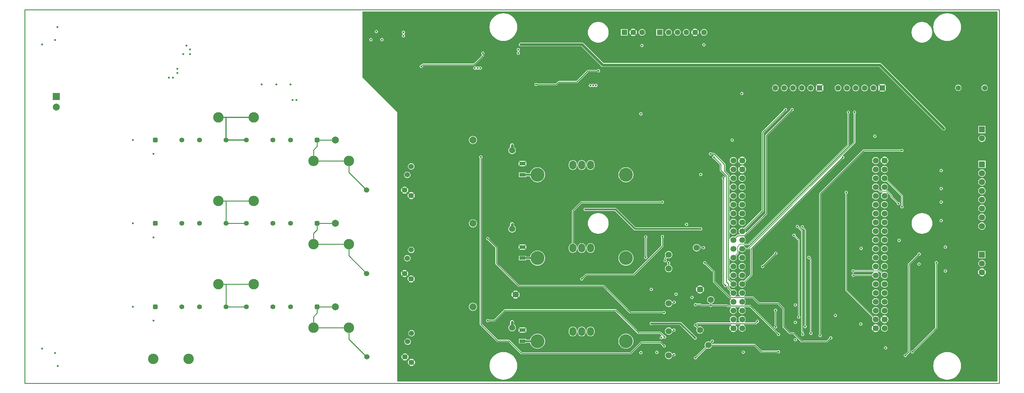
<source format=gbl>
G04 Layer_Physical_Order=4*
G04 Layer_Color=11796480*
%FSLAX43Y43*%
%MOMM*%
G71*
G01*
G75*
%ADD23C,2.000*%
%ADD26R,1.700X1.000*%
%ADD34C,0.250*%
%ADD35C,0.200*%
%ADD36C,0.500*%
%ADD39C,0.150*%
%ADD40C,0.750*%
%ADD42C,0.300*%
%ADD43C,0.254*%
%ADD44O,2.000X2.500*%
%ADD45C,3.000*%
%ADD46C,1.600*%
%ADD47R,1.600X1.600*%
%ADD48C,1.500*%
%ADD49C,1.524*%
%ADD52C,1.700*%
%ADD53R,1.750X1.750*%
%ADD54C,1.750*%
%ADD55C,4.000*%
%ADD56R,2.000X2.000*%
%ADD57C,1.800*%
%ADD58R,1.800X1.800*%
%ADD59C,1.400*%
G04:AMPARAMS|DCode=60|XSize=1.4mm|YSize=1.4mm|CornerRadius=0.35mm|HoleSize=0mm|Usage=FLASHONLY|Rotation=0.000|XOffset=0mm|YOffset=0mm|HoleType=Round|Shape=RoundedRectangle|*
%AMROUNDEDRECTD60*
21,1,1.400,0.700,0,0,0.0*
21,1,0.700,1.400,0,0,0.0*
1,1,0.700,0.350,-0.350*
1,1,0.700,-0.350,-0.350*
1,1,0.700,-0.350,0.350*
1,1,0.700,0.350,0.350*
%
%ADD60ROUNDEDRECTD60*%
%ADD61C,0.600*%
G36*
X279500Y500D02*
X107000D01*
Y78000D01*
X97000Y88000D01*
Y107000D01*
X279500D01*
Y500D01*
D02*
G37*
%LPC*%
G36*
X275000Y31740D02*
X274296Y31037D01*
X274431Y30934D01*
X274705Y30820D01*
X275000Y30781D01*
X275295Y30820D01*
X275569Y30934D01*
X275704Y31037D01*
X275000Y31740D01*
D02*
G37*
G36*
X109120Y31390D02*
X108497Y30767D01*
X108608Y30683D01*
X108855Y30580D01*
X109120Y30545D01*
X109385Y30580D01*
X109632Y30683D01*
X109743Y30767D01*
X109120Y31390D01*
D02*
G37*
G36*
X108317Y32193D02*
X108233Y32082D01*
X108130Y31835D01*
X108095Y31570D01*
X108130Y31305D01*
X108233Y31058D01*
X108317Y30947D01*
X108940Y31570D01*
X108317Y32193D01*
D02*
G37*
G36*
X109923Y32193D02*
X109300Y31570D01*
X109923Y30947D01*
X110007Y31058D01*
X110110Y31305D01*
X110145Y31570D01*
X110110Y31835D01*
X110007Y32082D01*
X109923Y32193D01*
D02*
G37*
G36*
X206100Y32089D02*
X205839Y32054D01*
X205596Y31953D01*
X205387Y31793D01*
X205227Y31584D01*
X205126Y31341D01*
X205091Y31080D01*
X205126Y30819D01*
X205227Y30576D01*
X205387Y30367D01*
X205596Y30206D01*
X205839Y30106D01*
X206100Y30071D01*
X206361Y30106D01*
X206604Y30206D01*
X206813Y30367D01*
X206973Y30576D01*
X207074Y30819D01*
X207109Y31080D01*
X207074Y31341D01*
X206973Y31584D01*
X206813Y31793D01*
X206604Y31953D01*
X206361Y32054D01*
X206100Y32089D01*
D02*
G37*
G36*
X110197Y30623D02*
X110113Y30512D01*
X110010Y30265D01*
X109975Y30000D01*
X110010Y29735D01*
X110113Y29488D01*
X110197Y29377D01*
X110820Y30000D01*
X110197Y30623D01*
D02*
G37*
G36*
X183175Y42684D02*
X182999Y42649D01*
X182851Y42549D01*
X182751Y42401D01*
X182716Y42225D01*
X182751Y42049D01*
X182851Y41901D01*
X182895Y41871D01*
Y39591D01*
X174784Y31480D01*
X161200D01*
X161093Y31459D01*
X161002Y31398D01*
X160052Y30448D01*
X160000Y30459D01*
X159824Y30424D01*
X159676Y30324D01*
X159576Y30176D01*
X159541Y30000D01*
X159576Y29824D01*
X159676Y29676D01*
X159824Y29576D01*
X160000Y29541D01*
X160176Y29576D01*
X160324Y29676D01*
X160424Y29824D01*
X160459Y30000D01*
X160448Y30052D01*
X161316Y30920D01*
X174900D01*
X175007Y30941D01*
X175098Y31002D01*
X183373Y39277D01*
X183434Y39368D01*
X183455Y39475D01*
Y41871D01*
X183499Y41901D01*
X183599Y42049D01*
X183634Y42225D01*
X183599Y42401D01*
X183499Y42549D01*
X183351Y42649D01*
X183175Y42684D01*
D02*
G37*
G36*
X111000Y31025D02*
X110735Y30990D01*
X110488Y30887D01*
X110377Y30803D01*
X111000Y30180D01*
X111623Y30803D01*
X111512Y30887D01*
X111265Y30990D01*
X111000Y31025D01*
D02*
G37*
G36*
X275000Y33059D02*
X274705Y33020D01*
X274431Y32906D01*
X274296Y32803D01*
X275000Y32100D01*
X275704Y32803D01*
X275569Y32906D01*
X275295Y33020D01*
X275000Y33059D01*
D02*
G37*
G36*
X185000Y35109D02*
X184824Y35074D01*
X184676Y34974D01*
X184576Y34826D01*
X184541Y34650D01*
X184576Y34474D01*
X184676Y34326D01*
X184720Y34296D01*
Y34020D01*
X184470Y33917D01*
X184251Y33749D01*
X184083Y33530D01*
X183977Y33274D01*
X183941Y33000D01*
X183977Y32726D01*
X184083Y32470D01*
X184251Y32251D01*
X184470Y32083D01*
X184726Y31977D01*
X185000Y31941D01*
X185274Y31977D01*
X185530Y32083D01*
X185749Y32251D01*
X185917Y32470D01*
X186023Y32726D01*
X186059Y33000D01*
X186023Y33274D01*
X185917Y33530D01*
X185749Y33749D01*
X185530Y33917D01*
X185280Y34020D01*
Y34296D01*
X185324Y34326D01*
X185424Y34474D01*
X185459Y34650D01*
X185424Y34826D01*
X185324Y34974D01*
X185176Y35074D01*
X185000Y35109D01*
D02*
G37*
G36*
X206100Y34629D02*
X205839Y34594D01*
X205596Y34493D01*
X205387Y34333D01*
X205227Y34124D01*
X205126Y33881D01*
X205091Y33620D01*
X205126Y33359D01*
X205227Y33116D01*
X205387Y32907D01*
X205596Y32746D01*
X205839Y32646D01*
X206100Y32611D01*
X206361Y32646D01*
X206604Y32746D01*
X206813Y32907D01*
X206973Y33116D01*
X207074Y33359D01*
X207109Y33620D01*
X207074Y33881D01*
X206973Y34124D01*
X206813Y34333D01*
X206604Y34493D01*
X206361Y34594D01*
X206100Y34629D01*
D02*
G37*
G36*
X244460D02*
X244199Y34594D01*
X243956Y34493D01*
X243747Y34333D01*
X243587Y34124D01*
X243486Y33881D01*
X243451Y33620D01*
X243486Y33359D01*
X243587Y33116D01*
X243747Y32907D01*
X243956Y32746D01*
X244057Y32704D01*
X244023Y32529D01*
X238388D01*
X238324Y32624D01*
X238176Y32724D01*
X238000Y32759D01*
X237824Y32724D01*
X237676Y32624D01*
X237576Y32476D01*
X237541Y32300D01*
X237576Y32124D01*
X237676Y31976D01*
X237824Y31876D01*
X238000Y31841D01*
X238176Y31876D01*
X238324Y31976D01*
X238388Y32071D01*
X243821D01*
X243880Y31896D01*
X243747Y31793D01*
X243587Y31584D01*
X243486Y31341D01*
X243482Y31309D01*
X238408D01*
X238344Y31404D01*
X238196Y31504D01*
X238020Y31539D01*
X237844Y31504D01*
X237696Y31404D01*
X237596Y31256D01*
X237561Y31080D01*
X237596Y30904D01*
X237696Y30756D01*
X237844Y30656D01*
X238020Y30621D01*
X238196Y30656D01*
X238344Y30756D01*
X238408Y30851D01*
X243482D01*
X243486Y30819D01*
X243587Y30576D01*
X243747Y30367D01*
X243956Y30206D01*
X244199Y30106D01*
X244460Y30071D01*
X244721Y30106D01*
X244964Y30206D01*
X245173Y30367D01*
X245333Y30576D01*
X245434Y30819D01*
X245469Y31080D01*
X245434Y31341D01*
X245333Y31584D01*
X245173Y31793D01*
X245040Y31896D01*
X245099Y32071D01*
X245685D01*
X246146Y31610D01*
X246126Y31584D01*
X246026Y31341D01*
X245991Y31080D01*
X246026Y30819D01*
X246126Y30576D01*
X246287Y30367D01*
X246496Y30206D01*
X246739Y30106D01*
X247000Y30071D01*
X247261Y30106D01*
X247504Y30206D01*
X247713Y30367D01*
X247873Y30576D01*
X247974Y30819D01*
X248009Y31080D01*
X247974Y31341D01*
X247873Y31584D01*
X247713Y31793D01*
X247504Y31953D01*
X247261Y32054D01*
X247000Y32089D01*
X246739Y32054D01*
X246496Y31953D01*
X246470Y31934D01*
X245942Y32462D01*
X245868Y32512D01*
X245780Y32529D01*
X244897D01*
X244863Y32704D01*
X244964Y32746D01*
X245173Y32907D01*
X245333Y33116D01*
X245434Y33359D01*
X245469Y33620D01*
X245434Y33881D01*
X245333Y34124D01*
X245173Y34333D01*
X244964Y34493D01*
X244721Y34594D01*
X244460Y34629D01*
D02*
G37*
G36*
X275883Y32624D02*
X275180Y31920D01*
X275883Y31216D01*
X275986Y31351D01*
X276100Y31625D01*
X276139Y31920D01*
X276100Y32215D01*
X275986Y32489D01*
X275883Y32624D01*
D02*
G37*
G36*
X274117Y32624D02*
X274014Y32489D01*
X273900Y32215D01*
X273861Y31920D01*
X273900Y31625D01*
X274014Y31351D01*
X274117Y31216D01*
X274820Y31920D01*
X274117Y32624D01*
D02*
G37*
G36*
X264500Y32759D02*
X264324Y32724D01*
X264176Y32624D01*
X264076Y32476D01*
X264041Y32300D01*
X264076Y32124D01*
X264176Y31976D01*
X264324Y31876D01*
X264500Y31841D01*
X264676Y31876D01*
X264824Y31976D01*
X264924Y32124D01*
X264959Y32300D01*
X264924Y32476D01*
X264824Y32624D01*
X264676Y32724D01*
X264500Y32759D01*
D02*
G37*
G36*
X109120Y32595D02*
X108855Y32560D01*
X108608Y32457D01*
X108497Y32373D01*
X109120Y31750D01*
X109743Y32373D01*
X109632Y32457D01*
X109385Y32560D01*
X109120Y32595D01*
D02*
G37*
G36*
X187100Y26059D02*
X186924Y26024D01*
X186776Y25924D01*
X186676Y25776D01*
X186641Y25600D01*
X186676Y25424D01*
X186776Y25276D01*
X186924Y25176D01*
X187100Y25141D01*
X187276Y25176D01*
X187424Y25276D01*
X187524Y25424D01*
X187559Y25600D01*
X187524Y25776D01*
X187424Y25924D01*
X187276Y26024D01*
X187100Y26059D01*
D02*
G37*
G36*
X247000Y27009D02*
X246739Y26974D01*
X246496Y26873D01*
X246287Y26713D01*
X246126Y26504D01*
X246026Y26261D01*
X245991Y26000D01*
X246026Y25739D01*
X246126Y25496D01*
X246287Y25287D01*
X246496Y25126D01*
X246739Y25026D01*
X247000Y24991D01*
X247261Y25026D01*
X247504Y25126D01*
X247713Y25287D01*
X247873Y25496D01*
X247974Y25739D01*
X248009Y26000D01*
X247974Y26261D01*
X247873Y26504D01*
X247713Y26713D01*
X247504Y26873D01*
X247261Y26974D01*
X247000Y27009D01*
D02*
G37*
G36*
X194000Y26820D02*
X193279Y26099D01*
X193418Y25992D01*
X193699Y25876D01*
X194000Y25836D01*
X194301Y25876D01*
X194582Y25992D01*
X194721Y26099D01*
X194000Y26820D01*
D02*
G37*
G36*
X141000Y26664D02*
X140699Y26624D01*
X140418Y26508D01*
X140279Y26401D01*
X141000Y25680D01*
X141721Y26401D01*
X141582Y26508D01*
X141301Y26624D01*
X141000Y26664D01*
D02*
G37*
G36*
X140099Y26221D02*
X139992Y26082D01*
X139876Y25801D01*
X139836Y25500D01*
X139876Y25199D01*
X139992Y24918D01*
X140099Y24779D01*
X140820Y25500D01*
X140099Y26221D01*
D02*
G37*
G36*
X141000Y25320D02*
X140279Y24599D01*
X140418Y24492D01*
X140699Y24376D01*
X141000Y24336D01*
X141301Y24376D01*
X141582Y24492D01*
X141721Y24599D01*
X141000Y25320D01*
D02*
G37*
G36*
X244460Y27009D02*
X244199Y26974D01*
X243956Y26873D01*
X243747Y26713D01*
X243587Y26504D01*
X243486Y26261D01*
X243451Y26000D01*
X243486Y25739D01*
X243587Y25496D01*
X243747Y25287D01*
X243956Y25126D01*
X244199Y25026D01*
X244460Y24991D01*
X244721Y25026D01*
X244964Y25126D01*
X245173Y25287D01*
X245333Y25496D01*
X245434Y25739D01*
X245469Y26000D01*
X245434Y26261D01*
X245333Y26504D01*
X245173Y26713D01*
X244964Y26873D01*
X244721Y26974D01*
X244460Y27009D01*
D02*
G37*
G36*
X141901Y26221D02*
X141180Y25500D01*
X141901Y24779D01*
X142008Y24918D01*
X142124Y25199D01*
X142164Y25500D01*
X142124Y25801D01*
X142008Y26082D01*
X141901Y26221D01*
D02*
G37*
G36*
X247000Y29549D02*
X246739Y29514D01*
X246496Y29413D01*
X246287Y29253D01*
X246126Y29044D01*
X246026Y28801D01*
X245991Y28540D01*
X246026Y28279D01*
X246126Y28036D01*
X246287Y27827D01*
X246496Y27667D01*
X246739Y27566D01*
X247000Y27531D01*
X247261Y27566D01*
X247504Y27667D01*
X247713Y27827D01*
X247873Y28036D01*
X247974Y28279D01*
X248009Y28540D01*
X247974Y28801D01*
X247873Y29044D01*
X247713Y29253D01*
X247504Y29413D01*
X247261Y29514D01*
X247000Y29549D01*
D02*
G37*
G36*
X244460D02*
X244199Y29514D01*
X243956Y29413D01*
X243747Y29253D01*
X243587Y29044D01*
X243486Y28801D01*
X243451Y28540D01*
X243486Y28279D01*
X243587Y28036D01*
X243747Y27827D01*
X243956Y27667D01*
X244199Y27566D01*
X244460Y27531D01*
X244721Y27566D01*
X244964Y27667D01*
X245173Y27827D01*
X245333Y28036D01*
X245434Y28279D01*
X245469Y28540D01*
X245434Y28801D01*
X245333Y29044D01*
X245173Y29253D01*
X244964Y29413D01*
X244721Y29514D01*
X244460Y29549D01*
D02*
G37*
G36*
X111803Y30623D02*
X111180Y30000D01*
X111803Y29377D01*
X111887Y29488D01*
X111990Y29735D01*
X112025Y30000D01*
X111990Y30265D01*
X111887Y30512D01*
X111803Y30623D01*
D02*
G37*
G36*
X111000Y29820D02*
X110377Y29197D01*
X110488Y29113D01*
X110735Y29010D01*
X111000Y28975D01*
X111265Y29010D01*
X111512Y29113D01*
X111623Y29197D01*
X111000Y29820D01*
D02*
G37*
G36*
X194901Y27721D02*
X194180Y27000D01*
X194901Y26279D01*
X195008Y26418D01*
X195124Y26699D01*
X195164Y27000D01*
X195124Y27301D01*
X195008Y27582D01*
X194901Y27721D01*
D02*
G37*
G36*
X193099Y27721D02*
X192992Y27582D01*
X192876Y27301D01*
X192836Y27000D01*
X192876Y26699D01*
X192992Y26418D01*
X193099Y26279D01*
X193820Y27000D01*
X193099Y27721D01*
D02*
G37*
G36*
X194000Y28164D02*
X193699Y28124D01*
X193418Y28008D01*
X193279Y27901D01*
X194000Y27180D01*
X194721Y27901D01*
X194582Y28008D01*
X194301Y28124D01*
X194000Y28164D01*
D02*
G37*
G36*
X180000Y27459D02*
X179824Y27424D01*
X179676Y27324D01*
X179576Y27176D01*
X179541Y27000D01*
X179576Y26824D01*
X179676Y26676D01*
X179824Y26576D01*
X180000Y26541D01*
X180176Y26576D01*
X180324Y26676D01*
X180424Y26824D01*
X180459Y27000D01*
X180424Y27176D01*
X180324Y27324D01*
X180176Y27424D01*
X180000Y27459D01*
D02*
G37*
G36*
X193000Y40059D02*
X192726Y40023D01*
X192470Y39917D01*
X192251Y39749D01*
X192083Y39530D01*
X191977Y39274D01*
X191941Y39000D01*
X191977Y38726D01*
X192083Y38470D01*
X192251Y38251D01*
X192470Y38083D01*
X192726Y37977D01*
X193000Y37941D01*
X193274Y37977D01*
X193530Y38083D01*
X193749Y38251D01*
X193917Y38470D01*
X194020Y38720D01*
X194646D01*
X194676Y38676D01*
X194824Y38576D01*
X195000Y38541D01*
X195176Y38576D01*
X195324Y38676D01*
X195424Y38824D01*
X195459Y39000D01*
X195424Y39176D01*
X195324Y39324D01*
X195176Y39424D01*
X195000Y39459D01*
X194824Y39424D01*
X194676Y39324D01*
X194646Y39280D01*
X194020D01*
X193917Y39530D01*
X193749Y39749D01*
X193530Y39917D01*
X193274Y40023D01*
X193000Y40059D01*
D02*
G37*
G36*
X143924Y39954D02*
X142076D01*
X142740Y39290D01*
X142650Y39200D01*
X142740Y39110D01*
X142076Y38446D01*
X143924D01*
X143260Y39110D01*
X143350Y39200D01*
X143260Y39290D01*
X143924Y39954D01*
D02*
G37*
G36*
X141896Y39774D02*
Y38626D01*
X142470Y39200D01*
X141896Y39774D01*
D02*
G37*
G36*
X144104Y39774D02*
X143530Y39200D01*
X144104Y38626D01*
Y39774D01*
D02*
G37*
G36*
X244460Y39709D02*
X244199Y39674D01*
X243956Y39573D01*
X243747Y39413D01*
X243587Y39204D01*
X243486Y38961D01*
X243451Y38700D01*
X243486Y38439D01*
X243587Y38196D01*
X243747Y37987D01*
X243956Y37826D01*
X244199Y37726D01*
X244460Y37691D01*
X244721Y37726D01*
X244964Y37826D01*
X245173Y37987D01*
X245333Y38196D01*
X245434Y38439D01*
X245469Y38700D01*
X245434Y38961D01*
X245333Y39204D01*
X245173Y39413D01*
X244964Y39573D01*
X244721Y39674D01*
X244460Y39709D01*
D02*
G37*
G36*
X162550Y40310D02*
X162250Y40270D01*
X161970Y40155D01*
X161730Y39970D01*
X161545Y39730D01*
X161430Y39450D01*
X161390Y39150D01*
Y38650D01*
X161430Y38350D01*
X161545Y38070D01*
X161730Y37830D01*
X161970Y37645D01*
X162250Y37530D01*
X162550Y37490D01*
X162850Y37530D01*
X163130Y37645D01*
X163370Y37830D01*
X163555Y38070D01*
X163670Y38350D01*
X163710Y38650D01*
Y39150D01*
X163670Y39450D01*
X163555Y39730D01*
X163370Y39970D01*
X163130Y40155D01*
X162850Y40270D01*
X162550Y40310D01*
D02*
G37*
G36*
X240300Y39259D02*
X240124Y39224D01*
X239976Y39124D01*
X239876Y38976D01*
X239841Y38800D01*
X239876Y38624D01*
X239976Y38476D01*
X240124Y38376D01*
X240300Y38341D01*
X240476Y38376D01*
X240624Y38476D01*
X240724Y38624D01*
X240759Y38800D01*
X240724Y38976D01*
X240624Y39124D01*
X240476Y39224D01*
X240300Y39259D01*
D02*
G37*
G36*
X247000Y39709D02*
X246739Y39674D01*
X246496Y39573D01*
X246287Y39413D01*
X246126Y39204D01*
X246026Y38961D01*
X245991Y38700D01*
X246026Y38439D01*
X246126Y38196D01*
X246287Y37987D01*
X246496Y37826D01*
X246739Y37726D01*
X247000Y37691D01*
X247261Y37726D01*
X247504Y37826D01*
X247713Y37987D01*
X247873Y38196D01*
X247974Y38439D01*
X248009Y38700D01*
X247974Y38961D01*
X247873Y39204D01*
X247713Y39413D01*
X247504Y39573D01*
X247261Y39674D01*
X247000Y39709D01*
D02*
G37*
G36*
Y44789D02*
X246739Y44754D01*
X246496Y44653D01*
X246287Y44493D01*
X246126Y44284D01*
X246026Y44041D01*
X245991Y43780D01*
X246026Y43519D01*
X246126Y43276D01*
X246287Y43067D01*
X246496Y42907D01*
X246739Y42806D01*
X247000Y42771D01*
X247261Y42806D01*
X247504Y42907D01*
X247713Y43067D01*
X247873Y43276D01*
X247974Y43519D01*
X248009Y43780D01*
X247974Y44041D01*
X247873Y44284D01*
X247713Y44493D01*
X247504Y44653D01*
X247261Y44754D01*
X247000Y44789D01*
D02*
G37*
G36*
X244460D02*
X244199Y44754D01*
X243956Y44653D01*
X243747Y44493D01*
X243587Y44284D01*
X243486Y44041D01*
X243451Y43780D01*
X243486Y43519D01*
X243587Y43276D01*
X243747Y43067D01*
X243956Y42907D01*
X244199Y42806D01*
X244460Y42771D01*
X244721Y42806D01*
X244964Y42907D01*
X245173Y43067D01*
X245333Y43276D01*
X245434Y43519D01*
X245469Y43780D01*
X245434Y44041D01*
X245333Y44284D01*
X245173Y44493D01*
X244964Y44653D01*
X244721Y44754D01*
X244460Y44789D01*
D02*
G37*
G36*
X257770Y48986D02*
X257303Y48949D01*
X256847Y48840D01*
X256414Y48661D01*
X256015Y48416D01*
X255658Y48112D01*
X255354Y47755D01*
X255109Y47356D01*
X254930Y46923D01*
X254821Y46467D01*
X254784Y46000D01*
X254821Y45533D01*
X254930Y45077D01*
X255109Y44644D01*
X255354Y44245D01*
X255658Y43888D01*
X256015Y43584D01*
X256414Y43339D01*
X256847Y43160D01*
X257303Y43051D01*
X257770Y43014D01*
X258237Y43051D01*
X258693Y43160D01*
X259126Y43339D01*
X259525Y43584D01*
X259882Y43888D01*
X260186Y44245D01*
X260431Y44644D01*
X260610Y45077D01*
X260719Y45533D01*
X260756Y46000D01*
X260719Y46467D01*
X260610Y46923D01*
X260431Y47356D01*
X260186Y47755D01*
X259882Y48112D01*
X259525Y48416D01*
X259126Y48661D01*
X258693Y48840D01*
X258237Y48949D01*
X257770Y48986D01*
D02*
G37*
G36*
X164750D02*
X164283Y48949D01*
X163827Y48840D01*
X163394Y48661D01*
X162995Y48416D01*
X162638Y48112D01*
X162334Y47755D01*
X162089Y47356D01*
X161910Y46923D01*
X161801Y46467D01*
X161764Y46000D01*
X161801Y45533D01*
X161910Y45077D01*
X162089Y44644D01*
X162334Y44245D01*
X162638Y43888D01*
X162995Y43584D01*
X163394Y43339D01*
X163827Y43160D01*
X164283Y43051D01*
X164750Y43014D01*
X165217Y43051D01*
X165673Y43160D01*
X166106Y43339D01*
X166505Y43584D01*
X166862Y43888D01*
X167166Y44245D01*
X167411Y44644D01*
X167590Y45077D01*
X167699Y45533D01*
X167736Y46000D01*
X167699Y46467D01*
X167590Y46923D01*
X167411Y47356D01*
X167166Y47755D01*
X166862Y48112D01*
X166505Y48416D01*
X166106Y48661D01*
X165673Y48840D01*
X165217Y48949D01*
X164750Y48986D01*
D02*
G37*
G36*
X244460Y42249D02*
X244199Y42214D01*
X243956Y42113D01*
X243747Y41953D01*
X243587Y41744D01*
X243486Y41501D01*
X243451Y41240D01*
X243486Y40979D01*
X243587Y40736D01*
X243747Y40527D01*
X243956Y40367D01*
X244199Y40266D01*
X244460Y40231D01*
X244721Y40266D01*
X244964Y40367D01*
X245173Y40527D01*
X245333Y40736D01*
X245434Y40979D01*
X245469Y41240D01*
X245434Y41501D01*
X245333Y41744D01*
X245173Y41953D01*
X244964Y42113D01*
X244721Y42214D01*
X244460Y42249D01*
D02*
G37*
G36*
X264500Y39659D02*
X264324Y39624D01*
X264176Y39524D01*
X264076Y39376D01*
X264041Y39200D01*
X264076Y39024D01*
X264176Y38876D01*
X264324Y38776D01*
X264500Y38741D01*
X264676Y38776D01*
X264824Y38876D01*
X264924Y39024D01*
X264959Y39200D01*
X264924Y39376D01*
X264824Y39524D01*
X264676Y39624D01*
X264500Y39659D01*
D02*
G37*
G36*
X251200Y41559D02*
X251024Y41524D01*
X250876Y41424D01*
X250776Y41276D01*
X250741Y41100D01*
X250776Y40924D01*
X250876Y40776D01*
X251024Y40676D01*
X251200Y40641D01*
X251376Y40676D01*
X251524Y40776D01*
X251624Y40924D01*
X251659Y41100D01*
X251624Y41276D01*
X251524Y41424D01*
X251376Y41524D01*
X251200Y41559D01*
D02*
G37*
G36*
X247000Y42249D02*
X246739Y42214D01*
X246496Y42113D01*
X246287Y41953D01*
X246126Y41744D01*
X246026Y41501D01*
X245991Y41240D01*
X246026Y40979D01*
X246126Y40736D01*
X246287Y40527D01*
X246496Y40367D01*
X246739Y40266D01*
X247000Y40231D01*
X247261Y40266D01*
X247504Y40367D01*
X247713Y40527D01*
X247873Y40736D01*
X247974Y40979D01*
X248009Y41240D01*
X247974Y41501D01*
X247873Y41744D01*
X247713Y41953D01*
X247504Y42113D01*
X247261Y42214D01*
X247000Y42249D01*
D02*
G37*
G36*
X206100Y37169D02*
X205839Y37134D01*
X205596Y37033D01*
X205387Y36873D01*
X205227Y36664D01*
X205126Y36421D01*
X205091Y36160D01*
X205126Y35899D01*
X205227Y35656D01*
X205387Y35447D01*
X205596Y35286D01*
X205839Y35186D01*
X206100Y35151D01*
X206361Y35186D01*
X206604Y35286D01*
X206813Y35447D01*
X206973Y35656D01*
X207074Y35899D01*
X207109Y36160D01*
X207074Y36421D01*
X206973Y36664D01*
X206813Y36873D01*
X206604Y37033D01*
X206361Y37134D01*
X206100Y37169D01*
D02*
G37*
G36*
X109880Y36890D02*
X109642Y36859D01*
X109420Y36767D01*
X109230Y36620D01*
X109083Y36430D01*
X108991Y36208D01*
X108960Y35970D01*
X108991Y35732D01*
X109083Y35510D01*
X109230Y35320D01*
X109420Y35173D01*
X109642Y35081D01*
X109880Y35050D01*
X110118Y35081D01*
X110340Y35173D01*
X110530Y35320D01*
X110677Y35510D01*
X110769Y35732D01*
X110800Y35970D01*
X110769Y36208D01*
X110677Y36430D01*
X110530Y36620D01*
X110340Y36767D01*
X110118Y36859D01*
X109880Y36890D01*
D02*
G37*
G36*
X247000Y37169D02*
X246739Y37134D01*
X246496Y37033D01*
X246287Y36873D01*
X246126Y36664D01*
X246026Y36421D01*
X245991Y36160D01*
X246026Y35899D01*
X246126Y35656D01*
X246287Y35447D01*
X246496Y35286D01*
X246739Y35186D01*
X247000Y35151D01*
X247261Y35186D01*
X247504Y35286D01*
X247713Y35447D01*
X247873Y35656D01*
X247974Y35899D01*
X248009Y36160D01*
X247974Y36421D01*
X247873Y36664D01*
X247713Y36873D01*
X247504Y37033D01*
X247261Y37134D01*
X247000Y37169D01*
D02*
G37*
G36*
X244460D02*
X244199Y37134D01*
X243956Y37033D01*
X243747Y36873D01*
X243587Y36664D01*
X243486Y36421D01*
X243451Y36160D01*
X243486Y35899D01*
X243587Y35656D01*
X243747Y35447D01*
X243956Y35286D01*
X244199Y35186D01*
X244460Y35151D01*
X244721Y35186D01*
X244964Y35286D01*
X245173Y35447D01*
X245333Y35656D01*
X245434Y35899D01*
X245469Y36160D01*
X245434Y36421D01*
X245333Y36664D01*
X245173Y36873D01*
X244964Y37033D01*
X244721Y37134D01*
X244460Y37169D01*
D02*
G37*
G36*
X275000Y35494D02*
X274732Y35459D01*
X274483Y35355D01*
X274269Y35191D01*
X274105Y34977D01*
X274001Y34728D01*
X273966Y34460D01*
X274001Y34192D01*
X274105Y33943D01*
X274269Y33729D01*
X274483Y33565D01*
X274732Y33461D01*
X275000Y33426D01*
X275268Y33461D01*
X275517Y33565D01*
X275731Y33729D01*
X275895Y33943D01*
X275999Y34192D01*
X276034Y34460D01*
X275999Y34728D01*
X275895Y34977D01*
X275731Y35191D01*
X275517Y35355D01*
X275268Y35459D01*
X275000Y35494D01*
D02*
G37*
G36*
X247000Y34629D02*
X246739Y34594D01*
X246496Y34493D01*
X246287Y34333D01*
X246126Y34124D01*
X246026Y33881D01*
X245991Y33620D01*
X246026Y33359D01*
X246126Y33116D01*
X246287Y32907D01*
X246496Y32746D01*
X246739Y32646D01*
X247000Y32611D01*
X247261Y32646D01*
X247504Y32746D01*
X247713Y32907D01*
X247873Y33116D01*
X247974Y33359D01*
X248009Y33620D01*
X247974Y33881D01*
X247873Y34124D01*
X247713Y34333D01*
X247504Y34493D01*
X247261Y34594D01*
X247000Y34629D01*
D02*
G37*
G36*
X256900Y34759D02*
X256724Y34724D01*
X256576Y34624D01*
X256476Y34476D01*
X256441Y34300D01*
X256476Y34124D01*
X256576Y33976D01*
X256724Y33876D01*
X256900Y33841D01*
X257076Y33876D01*
X257224Y33976D01*
X257324Y34124D01*
X257359Y34300D01*
X257324Y34476D01*
X257224Y34624D01*
X257076Y34724D01*
X256900Y34759D01*
D02*
G37*
G36*
X172700Y38160D02*
X172279Y38119D01*
X171873Y37996D01*
X171500Y37796D01*
X171172Y37528D01*
X170904Y37200D01*
X170704Y36827D01*
X170581Y36421D01*
X170540Y36000D01*
X170581Y35579D01*
X170704Y35173D01*
X170904Y34800D01*
X171172Y34472D01*
X171500Y34204D01*
X171873Y34004D01*
X172279Y33881D01*
X172700Y33840D01*
X173121Y33881D01*
X173527Y34004D01*
X173900Y34204D01*
X174228Y34472D01*
X174496Y34800D01*
X174696Y35173D01*
X174819Y35579D01*
X174860Y36000D01*
X174819Y36421D01*
X174696Y36827D01*
X174496Y37200D01*
X174228Y37528D01*
X173900Y37796D01*
X173527Y37996D01*
X173121Y38119D01*
X172700Y38160D01*
D02*
G37*
G36*
X215760Y37859D02*
X215584Y37824D01*
X215436Y37724D01*
X215336Y37576D01*
X215301Y37400D01*
X215312Y37348D01*
X212032Y34068D01*
X211980Y34079D01*
X211804Y34044D01*
X211656Y33944D01*
X211556Y33796D01*
X211521Y33620D01*
X211556Y33444D01*
X211656Y33296D01*
X211804Y33196D01*
X211980Y33161D01*
X212156Y33196D01*
X212304Y33296D01*
X212404Y33444D01*
X212439Y33620D01*
X212428Y33672D01*
X215708Y36952D01*
X215760Y36941D01*
X215936Y36976D01*
X216084Y37076D01*
X216184Y37224D01*
X216219Y37400D01*
X216184Y37576D01*
X216084Y37724D01*
X215936Y37824D01*
X215760Y37859D01*
D02*
G37*
G36*
X256950Y37609D02*
X256774Y37574D01*
X256626Y37474D01*
X256526Y37326D01*
X256491Y37150D01*
X256502Y37098D01*
X253802Y34398D01*
X253741Y34307D01*
X253720Y34200D01*
Y9116D01*
X253052Y8448D01*
X253000Y8459D01*
X252824Y8424D01*
X252676Y8324D01*
X252576Y8176D01*
X252541Y8000D01*
X252576Y7824D01*
X252676Y7676D01*
X252824Y7576D01*
X253000Y7541D01*
X253176Y7576D01*
X253324Y7676D01*
X253424Y7824D01*
X253459Y8000D01*
X253448Y8052D01*
X254198Y8802D01*
X254259Y8893D01*
X254280Y9000D01*
Y34084D01*
X256898Y36702D01*
X256950Y36691D01*
X257126Y36726D01*
X257274Y36826D01*
X257374Y36974D01*
X257409Y37150D01*
X257374Y37326D01*
X257274Y37474D01*
X257126Y37574D01*
X256950Y37609D01*
D02*
G37*
G36*
X160000Y40310D02*
X159700Y40270D01*
X159420Y40155D01*
X159180Y39970D01*
X158995Y39730D01*
X158880Y39450D01*
X158840Y39150D01*
Y38650D01*
X158880Y38350D01*
X158995Y38070D01*
X159180Y37830D01*
X159420Y37645D01*
X159700Y37530D01*
X160000Y37490D01*
X160300Y37530D01*
X160580Y37645D01*
X160820Y37830D01*
X161005Y38070D01*
X161120Y38350D01*
X161160Y38650D01*
Y39150D01*
X161120Y39450D01*
X161005Y39730D01*
X160820Y39970D01*
X160580Y40155D01*
X160300Y40270D01*
X160000Y40310D01*
D02*
G37*
G36*
X111000Y39300D02*
X110762Y39269D01*
X110540Y39177D01*
X110350Y39030D01*
X110203Y38840D01*
X110111Y38618D01*
X110080Y38380D01*
X110111Y38142D01*
X110203Y37920D01*
X110350Y37730D01*
X110540Y37583D01*
X110762Y37491D01*
X111000Y37460D01*
X111238Y37491D01*
X111460Y37583D01*
X111650Y37730D01*
X111797Y37920D01*
X111889Y38142D01*
X111920Y38380D01*
X111889Y38618D01*
X111797Y38840D01*
X111650Y39030D01*
X111460Y39177D01*
X111238Y39269D01*
X111000Y39300D01*
D02*
G37*
G36*
X185000Y38059D02*
X184726Y38023D01*
X184470Y37917D01*
X184251Y37749D01*
X184083Y37530D01*
X183977Y37274D01*
X183941Y37000D01*
X183977Y36726D01*
X184080Y36477D01*
X183802Y36198D01*
X183741Y36107D01*
X183720Y36000D01*
Y35654D01*
X183676Y35624D01*
X183576Y35476D01*
X183541Y35300D01*
X183576Y35124D01*
X183676Y34976D01*
X183824Y34876D01*
X184000Y34841D01*
X184176Y34876D01*
X184324Y34976D01*
X184424Y35124D01*
X184459Y35300D01*
X184424Y35476D01*
X184324Y35624D01*
X184280Y35654D01*
Y35884D01*
X184477Y36080D01*
X184726Y35977D01*
X185000Y35941D01*
X185274Y35977D01*
X185530Y36083D01*
X185749Y36251D01*
X185917Y36470D01*
X186023Y36726D01*
X186059Y37000D01*
X186023Y37274D01*
X185917Y37530D01*
X185749Y37749D01*
X185530Y37917D01*
X185274Y38023D01*
X185000Y38059D01*
D02*
G37*
G36*
X178400Y42559D02*
X178224Y42524D01*
X178076Y42424D01*
X177976Y42276D01*
X177941Y42100D01*
X177976Y41924D01*
X178076Y41776D01*
X178120Y41746D01*
Y36554D01*
X178076Y36524D01*
X177976Y36376D01*
X177941Y36200D01*
X177976Y36024D01*
X178076Y35876D01*
X178224Y35776D01*
X178400Y35741D01*
X178576Y35776D01*
X178724Y35876D01*
X178824Y36024D01*
X178859Y36200D01*
X178824Y36376D01*
X178724Y36524D01*
X178680Y36554D01*
Y41746D01*
X178724Y41776D01*
X178824Y41924D01*
X178859Y42100D01*
X178824Y42276D01*
X178724Y42424D01*
X178576Y42524D01*
X178400Y42559D01*
D02*
G37*
G36*
X147300Y38160D02*
X146879Y38119D01*
X146473Y37996D01*
X146100Y37796D01*
X145772Y37528D01*
X145504Y37200D01*
X145304Y36827D01*
X145181Y36421D01*
X145180Y36408D01*
X144000D01*
Y36650D01*
X142000D01*
Y35350D01*
X144000D01*
Y35592D01*
X145180D01*
X145181Y35579D01*
X145304Y35173D01*
X145504Y34800D01*
X145772Y34472D01*
X146100Y34204D01*
X146473Y34004D01*
X146879Y33881D01*
X147300Y33840D01*
X147721Y33881D01*
X148127Y34004D01*
X148500Y34204D01*
X148828Y34472D01*
X149096Y34800D01*
X149296Y35173D01*
X149419Y35579D01*
X149460Y36000D01*
X149419Y36421D01*
X149296Y36827D01*
X149096Y37200D01*
X148828Y37528D01*
X148500Y37796D01*
X148127Y37996D01*
X147721Y38119D01*
X147300Y38160D01*
D02*
G37*
G36*
X276025Y38025D02*
X273975D01*
Y35975D01*
X276025D01*
Y38025D01*
D02*
G37*
G36*
X147300Y14260D02*
X146879Y14219D01*
X146473Y14096D01*
X146100Y13896D01*
X145772Y13628D01*
X145504Y13300D01*
X145304Y12927D01*
X145181Y12521D01*
X145180Y12508D01*
X144000D01*
Y12750D01*
X142000D01*
Y11450D01*
X144000D01*
Y11692D01*
X145180D01*
X145181Y11679D01*
X145304Y11273D01*
X145504Y10900D01*
X145772Y10572D01*
X146100Y10304D01*
X146473Y10104D01*
X146879Y9981D01*
X147300Y9940D01*
X147721Y9981D01*
X148127Y10104D01*
X148500Y10304D01*
X148828Y10572D01*
X149096Y10900D01*
X149296Y11273D01*
X149419Y11679D01*
X149460Y12100D01*
X149419Y12521D01*
X149296Y12927D01*
X149096Y13300D01*
X148828Y13628D01*
X148500Y13896D01*
X148127Y14096D01*
X147721Y14219D01*
X147300Y14260D01*
D02*
G37*
G36*
X221400Y12959D02*
X221224Y12924D01*
X221076Y12824D01*
X220976Y12676D01*
X220941Y12500D01*
X220976Y12324D01*
X221076Y12176D01*
X221224Y12076D01*
X221400Y12041D01*
X221576Y12076D01*
X221724Y12176D01*
X221824Y12324D01*
X221859Y12500D01*
X221824Y12676D01*
X221724Y12824D01*
X221576Y12924D01*
X221400Y12959D01*
D02*
G37*
G36*
X169800Y21280D02*
X137900D01*
X137793Y21259D01*
X137702Y21198D01*
X134784Y18280D01*
X133354D01*
X133324Y18324D01*
X133176Y18424D01*
X133000Y18459D01*
X132824Y18424D01*
X132676Y18324D01*
X132576Y18176D01*
X132541Y18000D01*
X132576Y17824D01*
X132676Y17676D01*
X132824Y17576D01*
X133000Y17541D01*
X133176Y17576D01*
X133324Y17676D01*
X133354Y17720D01*
X134900D01*
X135007Y17741D01*
X135098Y17802D01*
X138016Y20720D01*
X169684D01*
X176102Y14302D01*
X176193Y14241D01*
X176300Y14220D01*
X182484D01*
X182983Y13721D01*
X182900Y13559D01*
X182724Y13524D01*
X182576Y13424D01*
X182476Y13276D01*
X182441Y13100D01*
X182476Y12924D01*
X182576Y12776D01*
X182724Y12676D01*
X182900Y12641D01*
X183076Y12676D01*
X183224Y12776D01*
X183312Y12906D01*
X183374Y12932D01*
X183508Y12954D01*
X183624Y12876D01*
X183800Y12841D01*
X183976Y12876D01*
X184124Y12976D01*
X184224Y13124D01*
X184259Y13300D01*
X184224Y13476D01*
X184124Y13624D01*
X183976Y13724D01*
X183800Y13759D01*
X183748Y13748D01*
X182798Y14698D01*
X182707Y14759D01*
X182600Y14780D01*
X176416D01*
X169998Y21198D01*
X169907Y21259D01*
X169800Y21280D01*
D02*
G37*
G36*
X180000Y17659D02*
X179824Y17624D01*
X179676Y17524D01*
X179576Y17376D01*
X179541Y17200D01*
X179576Y17024D01*
X179676Y16876D01*
X179824Y16776D01*
X180000Y16741D01*
X180176Y16776D01*
X180200Y16792D01*
X188231D01*
X192170Y12853D01*
X192176Y12824D01*
X192276Y12676D01*
X192424Y12576D01*
X192600Y12541D01*
X192776Y12576D01*
X192924Y12676D01*
X193024Y12824D01*
X193059Y13000D01*
X193024Y13176D01*
X192924Y13324D01*
X192776Y13424D01*
X192747Y13430D01*
X188688Y17488D01*
X188556Y17577D01*
X188400Y17608D01*
X188400Y17608D01*
X180200D01*
X180176Y17624D01*
X180000Y17659D01*
D02*
G37*
G36*
X131025Y65584D02*
X130849Y65549D01*
X130701Y65449D01*
X130601Y65301D01*
X130566Y65125D01*
X130601Y64949D01*
X130701Y64801D01*
X130745Y64771D01*
Y16975D01*
X130766Y16868D01*
X130827Y16777D01*
X135602Y12002D01*
X135693Y11941D01*
X135800Y11920D01*
X135800Y11920D01*
X138984D01*
X142502Y8402D01*
X142593Y8341D01*
X142700Y8320D01*
X174000D01*
X174107Y8341D01*
X174198Y8402D01*
X177216Y11420D01*
X182584D01*
X183222Y10782D01*
X183211Y10730D01*
X183246Y10554D01*
X183346Y10406D01*
X183494Y10306D01*
X183670Y10271D01*
X183846Y10306D01*
X183994Y10406D01*
X184094Y10554D01*
X184129Y10730D01*
X184094Y10906D01*
X183994Y11054D01*
X183846Y11154D01*
X183670Y11189D01*
X183618Y11178D01*
X182898Y11898D01*
X182807Y11959D01*
X182700Y11980D01*
X177100D01*
X176993Y11959D01*
X176902Y11898D01*
X173884Y8880D01*
X142816D01*
X139298Y12398D01*
X139207Y12459D01*
X139100Y12480D01*
X135916D01*
X131305Y17091D01*
Y64771D01*
X131349Y64801D01*
X131449Y64949D01*
X131484Y65125D01*
X131449Y65301D01*
X131349Y65449D01*
X131201Y65549D01*
X131025Y65584D01*
D02*
G37*
G36*
X172700Y14260D02*
X172279Y14219D01*
X171873Y14096D01*
X171500Y13896D01*
X171172Y13628D01*
X170904Y13300D01*
X170704Y12927D01*
X170581Y12521D01*
X170540Y12100D01*
X170581Y11679D01*
X170704Y11273D01*
X170904Y10900D01*
X171172Y10572D01*
X171500Y10304D01*
X171873Y10104D01*
X172279Y9981D01*
X172700Y9940D01*
X173121Y9981D01*
X173527Y10104D01*
X173900Y10304D01*
X174228Y10572D01*
X174496Y10900D01*
X174696Y11273D01*
X174819Y11679D01*
X174860Y12100D01*
X174819Y12521D01*
X174696Y12927D01*
X174496Y13300D01*
X174228Y13628D01*
X173900Y13896D01*
X173527Y14096D01*
X173121Y14219D01*
X172700Y14260D01*
D02*
G37*
G36*
X197500Y12559D02*
X197324Y12524D01*
X197176Y12424D01*
X197076Y12276D01*
X197041Y12100D01*
X197052Y12048D01*
X196923Y11920D01*
X196674Y12023D01*
X196400Y12059D01*
X196126Y12023D01*
X195870Y11917D01*
X195651Y11749D01*
X195483Y11530D01*
X195377Y11274D01*
X195341Y11000D01*
X195377Y10726D01*
X195480Y10477D01*
X192752Y7748D01*
X192700Y7759D01*
X192524Y7724D01*
X192376Y7624D01*
X192276Y7476D01*
X192241Y7300D01*
X192276Y7124D01*
X192376Y6976D01*
X192524Y6876D01*
X192700Y6841D01*
X192876Y6876D01*
X193024Y6976D01*
X193124Y7124D01*
X193159Y7300D01*
X193148Y7352D01*
X195877Y10080D01*
X196126Y9977D01*
X196400Y9941D01*
X196674Y9977D01*
X196930Y10083D01*
X197149Y10251D01*
X197317Y10470D01*
X197420Y10720D01*
X209584D01*
X211452Y8852D01*
X211543Y8791D01*
X211650Y8770D01*
X216196D01*
X216226Y8726D01*
X216374Y8626D01*
X216550Y8591D01*
X216726Y8626D01*
X216874Y8726D01*
X216974Y8874D01*
X217009Y9050D01*
X216974Y9226D01*
X216874Y9374D01*
X216726Y9474D01*
X216550Y9509D01*
X216374Y9474D01*
X216226Y9374D01*
X216196Y9330D01*
X211766D01*
X209898Y11198D01*
X209807Y11259D01*
X209700Y11280D01*
X197420D01*
X197320Y11523D01*
X197448Y11652D01*
X197500Y11641D01*
X197676Y11676D01*
X197824Y11776D01*
X197924Y11924D01*
X197959Y12100D01*
X197924Y12276D01*
X197824Y12424D01*
X197676Y12524D01*
X197500Y12559D01*
D02*
G37*
G36*
X109980Y12890D02*
X109742Y12859D01*
X109520Y12767D01*
X109330Y12620D01*
X109183Y12430D01*
X109091Y12208D01*
X109060Y11970D01*
X109091Y11732D01*
X109183Y11510D01*
X109330Y11320D01*
X109520Y11173D01*
X109742Y11081D01*
X109980Y11050D01*
X110218Y11081D01*
X110440Y11173D01*
X110630Y11320D01*
X110777Y11510D01*
X110869Y11732D01*
X110900Y11970D01*
X110869Y12208D01*
X110777Y12430D01*
X110630Y12620D01*
X110440Y12767D01*
X110218Y12859D01*
X109980Y12890D01*
D02*
G37*
G36*
X225300Y36659D02*
X225124Y36624D01*
X224976Y36524D01*
X224876Y36376D01*
X224841Y36200D01*
X224876Y36024D01*
X224976Y35876D01*
X225124Y35776D01*
X225300Y35741D01*
X225412Y35763D01*
X225621Y35555D01*
Y14738D01*
X225526Y14674D01*
X225426Y14526D01*
X225391Y14350D01*
X225426Y14174D01*
X225526Y14026D01*
X225674Y13926D01*
X225850Y13891D01*
X226026Y13926D01*
X226174Y14026D01*
X226274Y14174D01*
X226309Y14350D01*
X226274Y14526D01*
X226174Y14674D01*
X226079Y14738D01*
Y35650D01*
X226079Y35650D01*
X226062Y35738D01*
X226012Y35812D01*
X226012Y35812D01*
X225737Y36088D01*
X225759Y36200D01*
X225724Y36376D01*
X225624Y36524D01*
X225476Y36624D01*
X225300Y36659D01*
D02*
G37*
G36*
X222000Y45559D02*
X221824Y45524D01*
X221676Y45424D01*
X221576Y45276D01*
X221541Y45100D01*
X221576Y44924D01*
X221676Y44776D01*
X221824Y44676D01*
X222000Y44641D01*
X222112Y44663D01*
X223071Y43705D01*
Y14967D01*
X223088Y14880D01*
X223138Y14805D01*
X223271Y14672D01*
Y14388D01*
X223176Y14324D01*
X223076Y14176D01*
X223041Y14000D01*
X223076Y13824D01*
X223176Y13676D01*
X223324Y13576D01*
X223500Y13541D01*
X223676Y13576D01*
X223824Y13676D01*
X223924Y13824D01*
X223959Y14000D01*
X223924Y14176D01*
X223824Y14324D01*
X223729Y14388D01*
Y14767D01*
X223712Y14855D01*
X223662Y14930D01*
X223529Y15062D01*
Y43800D01*
X223512Y43888D01*
X223462Y43962D01*
X222437Y44988D01*
X222459Y45100D01*
X222424Y45276D01*
X222324Y45424D01*
X222176Y45524D01*
X222000Y45559D01*
D02*
G37*
G36*
X144104Y15874D02*
X143530Y15300D01*
X144104Y14726D01*
Y15874D01*
D02*
G37*
G36*
X143924Y16054D02*
X142076D01*
X142740Y15390D01*
X142650Y15300D01*
X142740Y15210D01*
X142076Y14546D01*
X143924D01*
X143260Y15210D01*
X143350Y15300D01*
X143260Y15390D01*
X143924Y16054D01*
D02*
G37*
G36*
X157450Y16310D02*
X157150Y16270D01*
X156870Y16155D01*
X156630Y15970D01*
X156445Y15730D01*
X156330Y15450D01*
X156290Y15150D01*
Y14650D01*
X156330Y14350D01*
X156445Y14070D01*
X156630Y13830D01*
X156870Y13645D01*
X157150Y13530D01*
X157450Y13490D01*
X157750Y13530D01*
X158030Y13645D01*
X158270Y13830D01*
X158455Y14070D01*
X158570Y14350D01*
X158610Y14650D01*
Y15150D01*
X158570Y15450D01*
X158455Y15730D01*
X158270Y15970D01*
X158030Y16155D01*
X157750Y16270D01*
X157450Y16310D01*
D02*
G37*
G36*
X111100Y15300D02*
X110862Y15269D01*
X110640Y15177D01*
X110450Y15030D01*
X110303Y14840D01*
X110211Y14618D01*
X110180Y14380D01*
X110211Y14142D01*
X110303Y13920D01*
X110450Y13730D01*
X110640Y13583D01*
X110862Y13491D01*
X111100Y13460D01*
X111338Y13491D01*
X111560Y13583D01*
X111750Y13730D01*
X111897Y13920D01*
X111989Y14142D01*
X112020Y14380D01*
X111989Y14618D01*
X111897Y14840D01*
X111750Y15030D01*
X111560Y15177D01*
X111338Y15269D01*
X111100Y15300D01*
D02*
G37*
G36*
X162550Y16310D02*
X162250Y16270D01*
X161970Y16155D01*
X161730Y15970D01*
X161545Y15730D01*
X161430Y15450D01*
X161390Y15150D01*
Y14650D01*
X161430Y14350D01*
X161545Y14070D01*
X161730Y13830D01*
X161970Y13645D01*
X162250Y13530D01*
X162550Y13490D01*
X162850Y13530D01*
X163130Y13645D01*
X163370Y13830D01*
X163555Y14070D01*
X163670Y14350D01*
X163710Y14650D01*
Y15150D01*
X163670Y15450D01*
X163555Y15730D01*
X163370Y15970D01*
X163130Y16155D01*
X162850Y16270D01*
X162550Y16310D01*
D02*
G37*
G36*
X160000D02*
X159700Y16270D01*
X159420Y16155D01*
X159180Y15970D01*
X158995Y15730D01*
X158880Y15450D01*
X158840Y15150D01*
Y14650D01*
X158880Y14350D01*
X158995Y14070D01*
X159180Y13830D01*
X159420Y13645D01*
X159700Y13530D01*
X160000Y13490D01*
X160300Y13530D01*
X160580Y13645D01*
X160820Y13830D01*
X161005Y14070D01*
X161120Y14350D01*
X161160Y14650D01*
Y15150D01*
X161120Y15450D01*
X161005Y15730D01*
X160820Y15970D01*
X160580Y16155D01*
X160300Y16270D01*
X160000Y16310D01*
D02*
G37*
G36*
X111100Y7025D02*
X110835Y6990D01*
X110588Y6887D01*
X110477Y6803D01*
X111100Y6180D01*
X111723Y6803D01*
X111612Y6887D01*
X111365Y6990D01*
X111100Y7025D01*
D02*
G37*
G36*
X110297Y6623D02*
X110213Y6512D01*
X110110Y6265D01*
X110075Y6000D01*
X110110Y5735D01*
X110213Y5488D01*
X110297Y5377D01*
X110920Y6000D01*
X110297Y6623D01*
D02*
G37*
G36*
X108417Y8193D02*
X108333Y8082D01*
X108230Y7835D01*
X108195Y7570D01*
X108230Y7305D01*
X108333Y7058D01*
X108417Y6947D01*
X109040Y7570D01*
X108417Y8193D01*
D02*
G37*
G36*
X109220Y7390D02*
X108597Y6767D01*
X108708Y6683D01*
X108955Y6580D01*
X109220Y6545D01*
X109485Y6580D01*
X109732Y6683D01*
X109843Y6767D01*
X109220Y7390D01*
D02*
G37*
G36*
X137500Y8989D02*
X136876Y8940D01*
X136267Y8794D01*
X135689Y8554D01*
X135155Y8227D01*
X134679Y7821D01*
X134273Y7345D01*
X133946Y6811D01*
X133706Y6233D01*
X133560Y5624D01*
X133511Y5000D01*
X133560Y4376D01*
X133706Y3767D01*
X133946Y3189D01*
X134273Y2655D01*
X134679Y2179D01*
X135155Y1773D01*
X135689Y1446D01*
X136267Y1206D01*
X136876Y1060D01*
X137500Y1011D01*
X138124Y1060D01*
X138733Y1206D01*
X139311Y1446D01*
X139845Y1773D01*
X140321Y2179D01*
X140727Y2655D01*
X141054Y3189D01*
X141294Y3767D01*
X141440Y4376D01*
X141489Y5000D01*
X141440Y5624D01*
X141294Y6233D01*
X141054Y6811D01*
X140727Y7345D01*
X140321Y7821D01*
X139845Y8227D01*
X139311Y8554D01*
X138733Y8794D01*
X138124Y8940D01*
X137500Y8989D01*
D02*
G37*
G36*
X265000Y8989D02*
X264376Y8940D01*
X263767Y8794D01*
X263189Y8554D01*
X262655Y8227D01*
X262179Y7821D01*
X261773Y7345D01*
X261445Y6811D01*
X261206Y6233D01*
X261060Y5624D01*
X261011Y5000D01*
X261060Y4376D01*
X261206Y3767D01*
X261445Y3189D01*
X261773Y2655D01*
X262179Y2179D01*
X262655Y1773D01*
X263189Y1445D01*
X263767Y1206D01*
X264376Y1060D01*
X265000Y1011D01*
X265624Y1060D01*
X266233Y1206D01*
X266811Y1445D01*
X267345Y1773D01*
X267821Y2179D01*
X268227Y2655D01*
X268555Y3189D01*
X268794Y3767D01*
X268940Y4376D01*
X268989Y5000D01*
X268940Y5624D01*
X268794Y6233D01*
X268555Y6811D01*
X268227Y7345D01*
X267821Y7821D01*
X267345Y8227D01*
X266811Y8554D01*
X266233Y8794D01*
X265624Y8940D01*
X265000Y8989D01*
D02*
G37*
G36*
X111903Y6623D02*
X111280Y6000D01*
X111903Y5377D01*
X111987Y5488D01*
X112090Y5735D01*
X112125Y6000D01*
X112090Y6265D01*
X111987Y6512D01*
X111903Y6623D01*
D02*
G37*
G36*
X111100Y5820D02*
X110477Y5197D01*
X110588Y5113D01*
X110835Y5010D01*
X111100Y4975D01*
X111365Y5010D01*
X111612Y5113D01*
X111723Y5197D01*
X111100Y5820D01*
D02*
G37*
G36*
X206430Y9389D02*
X206254Y9354D01*
X206106Y9254D01*
X206006Y9106D01*
X205971Y8930D01*
X206006Y8754D01*
X206106Y8606D01*
X206254Y8506D01*
X206430Y8471D01*
X206606Y8506D01*
X206754Y8606D01*
X206854Y8754D01*
X206889Y8930D01*
X206854Y9106D01*
X206754Y9254D01*
X206606Y9354D01*
X206430Y9389D01*
D02*
G37*
G36*
X181600Y9359D02*
X181424Y9324D01*
X181276Y9224D01*
X181176Y9076D01*
X181141Y8900D01*
X181176Y8724D01*
X181276Y8576D01*
X181424Y8476D01*
X181600Y8441D01*
X181776Y8476D01*
X181924Y8576D01*
X182024Y8724D01*
X182059Y8900D01*
X182024Y9076D01*
X181924Y9224D01*
X181776Y9324D01*
X181600Y9359D01*
D02*
G37*
G36*
X247330Y10629D02*
X247154Y10594D01*
X247006Y10494D01*
X246906Y10346D01*
X246871Y10170D01*
X246906Y9994D01*
X247006Y9846D01*
X247154Y9746D01*
X247330Y9711D01*
X247506Y9746D01*
X247654Y9846D01*
X247754Y9994D01*
X247789Y10170D01*
X247754Y10346D01*
X247654Y10494D01*
X247506Y10594D01*
X247330Y10629D01*
D02*
G37*
G36*
X261900Y35159D02*
X261724Y35124D01*
X261576Y35024D01*
X261476Y34876D01*
X261441Y34700D01*
X261476Y34524D01*
X261576Y34376D01*
X261620Y34346D01*
Y16016D01*
X255052Y9448D01*
X255000Y9459D01*
X254824Y9424D01*
X254676Y9324D01*
X254576Y9176D01*
X254541Y9000D01*
X254576Y8824D01*
X254676Y8676D01*
X254824Y8576D01*
X255000Y8541D01*
X255176Y8576D01*
X255324Y8676D01*
X255424Y8824D01*
X255459Y9000D01*
X255448Y9052D01*
X262098Y15702D01*
X262159Y15793D01*
X262180Y15900D01*
Y34346D01*
X262224Y34376D01*
X262324Y34524D01*
X262359Y34700D01*
X262324Y34876D01*
X262224Y35024D01*
X262076Y35124D01*
X261900Y35159D01*
D02*
G37*
G36*
X185000Y9059D02*
X184726Y9023D01*
X184470Y8917D01*
X184251Y8749D01*
X184083Y8530D01*
X183977Y8274D01*
X183941Y8000D01*
X183977Y7726D01*
X184083Y7470D01*
X184251Y7251D01*
X184470Y7083D01*
X184726Y6977D01*
X185000Y6941D01*
X185274Y6977D01*
X185530Y7083D01*
X185749Y7251D01*
X185917Y7470D01*
X186020Y7720D01*
X186300D01*
X186407Y7741D01*
X186429Y7755D01*
X186500Y7741D01*
X186676Y7776D01*
X186824Y7876D01*
X186924Y8024D01*
X186959Y8200D01*
X186924Y8376D01*
X186824Y8524D01*
X186676Y8624D01*
X186500Y8659D01*
X186324Y8624D01*
X186176Y8524D01*
X186134Y8463D01*
X185937Y8482D01*
X185917Y8530D01*
X185749Y8749D01*
X185530Y8917D01*
X185274Y9023D01*
X185000Y9059D01*
D02*
G37*
G36*
X110023Y8193D02*
X109400Y7570D01*
X110023Y6947D01*
X110107Y7058D01*
X110210Y7305D01*
X110245Y7570D01*
X110210Y7835D01*
X110107Y8082D01*
X110023Y8193D01*
D02*
G37*
G36*
X177000Y9259D02*
X176824Y9224D01*
X176676Y9124D01*
X176576Y8976D01*
X176541Y8800D01*
X176576Y8624D01*
X176676Y8476D01*
X176824Y8376D01*
X177000Y8341D01*
X177176Y8376D01*
X177324Y8476D01*
X177424Y8624D01*
X177459Y8800D01*
X177424Y8976D01*
X177324Y9124D01*
X177176Y9224D01*
X177000Y9259D01*
D02*
G37*
G36*
X109220Y8595D02*
X108955Y8560D01*
X108708Y8457D01*
X108597Y8373D01*
X109220Y7750D01*
X109843Y8373D01*
X109732Y8457D01*
X109485Y8560D01*
X109220Y8595D01*
D02*
G37*
G36*
X221000Y43059D02*
X220824Y43024D01*
X220676Y42924D01*
X220576Y42776D01*
X220541Y42600D01*
X220576Y42424D01*
X220676Y42276D01*
X220824Y42176D01*
X221000Y42141D01*
X221112Y42163D01*
X222121Y41155D01*
Y19438D01*
X222026Y19374D01*
X221926Y19226D01*
X221891Y19050D01*
X221926Y18874D01*
X222026Y18726D01*
X222174Y18626D01*
X222350Y18591D01*
X222526Y18626D01*
X222674Y18726D01*
X222774Y18874D01*
X222809Y19050D01*
X222774Y19226D01*
X222674Y19374D01*
X222579Y19438D01*
Y41250D01*
X222562Y41338D01*
X222512Y41412D01*
X221437Y42488D01*
X221459Y42600D01*
X221424Y42776D01*
X221324Y42924D01*
X221176Y43024D01*
X221000Y43059D01*
D02*
G37*
G36*
X247000Y19494D02*
X246712Y19456D01*
X246443Y19344D01*
X246314Y19245D01*
X247000Y18560D01*
X247686Y19245D01*
X247557Y19344D01*
X247288Y19456D01*
X247000Y19494D01*
D02*
G37*
G36*
X133000Y42059D02*
X132824Y42024D01*
X132676Y41924D01*
X132576Y41776D01*
X132541Y41600D01*
X132576Y41424D01*
X132676Y41276D01*
X132824Y41176D01*
X133000Y41141D01*
X133052Y41152D01*
X135220Y38984D01*
Y34400D01*
X135241Y34293D01*
X135302Y34202D01*
X141702Y27802D01*
X141793Y27741D01*
X141900Y27720D01*
X166184D01*
X173737Y20167D01*
X173828Y20106D01*
X173935Y20085D01*
X183311D01*
X183341Y20041D01*
X183489Y19941D01*
X183665Y19906D01*
X183841Y19941D01*
X183989Y20041D01*
X184089Y20189D01*
X184124Y20365D01*
X184089Y20541D01*
X183989Y20689D01*
X183841Y20789D01*
X183665Y20824D01*
X183489Y20789D01*
X183341Y20689D01*
X183311Y20645D01*
X174051D01*
X166498Y28198D01*
X166407Y28259D01*
X166300Y28280D01*
X142016D01*
X135780Y34516D01*
Y39100D01*
X135759Y39207D01*
X135698Y39298D01*
X133448Y41548D01*
X133459Y41600D01*
X133424Y41776D01*
X133324Y41924D01*
X133176Y42024D01*
X133000Y42059D01*
D02*
G37*
G36*
X232900Y19959D02*
X232724Y19924D01*
X232576Y19824D01*
X232476Y19676D01*
X232441Y19500D01*
X232476Y19324D01*
X232576Y19176D01*
X232724Y19076D01*
X232900Y19041D01*
X233076Y19076D01*
X233224Y19176D01*
X233324Y19324D01*
X233359Y19500D01*
X233324Y19676D01*
X233224Y19824D01*
X233076Y19924D01*
X232900Y19959D01*
D02*
G37*
G36*
X206100Y19389D02*
X205839Y19354D01*
X205596Y19253D01*
X205387Y19093D01*
X205227Y18884D01*
X205126Y18641D01*
X205091Y18380D01*
X205126Y18119D01*
X205227Y17876D01*
X205387Y17667D01*
X205402Y17655D01*
X205342Y17480D01*
X204318D01*
X204258Y17655D01*
X204273Y17667D01*
X204433Y17876D01*
X204534Y18119D01*
X204569Y18380D01*
X204534Y18641D01*
X204433Y18884D01*
X204273Y19093D01*
X204064Y19253D01*
X203821Y19354D01*
X203560Y19389D01*
X203299Y19354D01*
X203056Y19253D01*
X202847Y19093D01*
X202686Y18884D01*
X202586Y18641D01*
X202551Y18380D01*
X202586Y18119D01*
X202686Y17876D01*
X202847Y17667D01*
X202862Y17655D01*
X202802Y17480D01*
X193200D01*
X193093Y17459D01*
X193002Y17398D01*
X192752Y17148D01*
X192700Y17159D01*
X192524Y17124D01*
X192376Y17024D01*
X192276Y16876D01*
X192241Y16700D01*
X192276Y16524D01*
X192376Y16376D01*
X192524Y16276D01*
X192700Y16241D01*
X192752Y16252D01*
X193122Y15881D01*
X193083Y15830D01*
X192977Y15574D01*
X192941Y15300D01*
X192977Y15026D01*
X193083Y14770D01*
X193251Y14551D01*
X193470Y14383D01*
X193726Y14277D01*
X194000Y14241D01*
X194274Y14277D01*
X194530Y14383D01*
X194749Y14551D01*
X194917Y14770D01*
X195023Y15026D01*
X195059Y15300D01*
X195023Y15574D01*
X194917Y15830D01*
X194749Y16049D01*
X194530Y16217D01*
X194274Y16323D01*
X194000Y16359D01*
X193726Y16323D01*
X193547Y16249D01*
X193148Y16648D01*
X193159Y16700D01*
X193148Y16752D01*
X193316Y16920D01*
X202866D01*
X202925Y16745D01*
X202874Y16705D01*
X203560Y16020D01*
X204246Y16705D01*
X204195Y16745D01*
X204254Y16920D01*
X205636D01*
X205671Y16745D01*
X205596Y16713D01*
X205387Y16553D01*
X205227Y16344D01*
X205126Y16101D01*
X205091Y15840D01*
X205126Y15579D01*
X205227Y15336D01*
X205387Y15127D01*
X205596Y14967D01*
X205839Y14866D01*
X206100Y14831D01*
X206361Y14866D01*
X206604Y14967D01*
X206813Y15127D01*
X206973Y15336D01*
X207074Y15579D01*
X207109Y15840D01*
X207074Y16101D01*
X206973Y16344D01*
X206813Y16553D01*
X206604Y16713D01*
X206529Y16745D01*
X206564Y16920D01*
X209900D01*
X210007Y16941D01*
X210098Y17002D01*
X210448Y17352D01*
X210500Y17341D01*
X210676Y17376D01*
X210824Y17476D01*
X210924Y17624D01*
X210959Y17800D01*
X210924Y17976D01*
X210824Y18124D01*
X210676Y18224D01*
X210500Y18259D01*
X210324Y18224D01*
X210176Y18124D01*
X210076Y17976D01*
X210041Y17800D01*
X210052Y17748D01*
X209784Y17480D01*
X206858D01*
X206798Y17655D01*
X206813Y17667D01*
X206973Y17876D01*
X207074Y18119D01*
X207109Y18380D01*
X207074Y18641D01*
X206973Y18884D01*
X206813Y19093D01*
X206604Y19253D01*
X206361Y19354D01*
X206100Y19389D01*
D02*
G37*
G36*
X236000Y55359D02*
X235824Y55324D01*
X235676Y55224D01*
X235576Y55076D01*
X235541Y54900D01*
X235576Y54724D01*
X235676Y54576D01*
X235771Y54512D01*
Y26840D01*
X235788Y26752D01*
X235838Y26678D01*
X243606Y18910D01*
X243587Y18884D01*
X243486Y18641D01*
X243451Y18380D01*
X243486Y18119D01*
X243587Y17876D01*
X243747Y17667D01*
X243956Y17507D01*
X244199Y17406D01*
X244460Y17371D01*
X244721Y17406D01*
X244964Y17507D01*
X245173Y17667D01*
X245333Y17876D01*
X245434Y18119D01*
X245469Y18380D01*
X245434Y18641D01*
X245333Y18884D01*
X245173Y19093D01*
X244964Y19253D01*
X244721Y19354D01*
X244460Y19389D01*
X244199Y19354D01*
X243956Y19253D01*
X243930Y19234D01*
X236229Y26935D01*
Y54512D01*
X236324Y54576D01*
X236424Y54724D01*
X236459Y54900D01*
X236424Y55076D01*
X236324Y55224D01*
X236176Y55324D01*
X236000Y55359D01*
D02*
G37*
G36*
X247865Y19066D02*
X247180Y18380D01*
X247865Y17694D01*
X247964Y17823D01*
X248076Y18092D01*
X248114Y18380D01*
X248076Y18668D01*
X247964Y18937D01*
X247865Y19066D01*
D02*
G37*
G36*
X246135Y19066D02*
X246036Y18937D01*
X245924Y18668D01*
X245886Y18380D01*
X245924Y18092D01*
X246036Y17823D01*
X246135Y17694D01*
X246820Y18380D01*
X246135Y19066D01*
D02*
G37*
G36*
X247000Y24469D02*
X246739Y24434D01*
X246496Y24333D01*
X246287Y24173D01*
X246126Y23964D01*
X246026Y23721D01*
X245991Y23460D01*
X246026Y23199D01*
X246126Y22956D01*
X246287Y22747D01*
X246496Y22587D01*
X246739Y22486D01*
X247000Y22451D01*
X247261Y22486D01*
X247504Y22587D01*
X247713Y22747D01*
X247873Y22956D01*
X247974Y23199D01*
X248009Y23460D01*
X247974Y23721D01*
X247873Y23964D01*
X247713Y24173D01*
X247504Y24333D01*
X247261Y24434D01*
X247000Y24469D01*
D02*
G37*
G36*
X244460D02*
X244199Y24434D01*
X243956Y24333D01*
X243747Y24173D01*
X243587Y23964D01*
X243486Y23721D01*
X243451Y23460D01*
X243486Y23199D01*
X243587Y22956D01*
X243747Y22747D01*
X243956Y22587D01*
X244199Y22486D01*
X244460Y22451D01*
X244721Y22486D01*
X244964Y22587D01*
X245173Y22747D01*
X245333Y22956D01*
X245434Y23199D01*
X245469Y23460D01*
X245434Y23721D01*
X245333Y23964D01*
X245173Y24173D01*
X244964Y24333D01*
X244721Y24434D01*
X244460Y24469D01*
D02*
G37*
G36*
X191700Y25159D02*
X191524Y25124D01*
X191376Y25024D01*
X191276Y24876D01*
X191241Y24700D01*
X191276Y24524D01*
X191376Y24376D01*
X191524Y24276D01*
X191700Y24241D01*
X191876Y24276D01*
X192024Y24376D01*
X192124Y24524D01*
X192159Y24700D01*
X192124Y24876D01*
X192024Y25024D01*
X191876Y25124D01*
X191700Y25159D01*
D02*
G37*
G36*
X185000Y24059D02*
X184726Y24023D01*
X184470Y23917D01*
X184251Y23749D01*
X184083Y23530D01*
X183977Y23274D01*
X183941Y23000D01*
X183977Y22726D01*
X184083Y22470D01*
X184251Y22251D01*
X184470Y22083D01*
X184726Y21977D01*
X185000Y21941D01*
X185274Y21977D01*
X185530Y22083D01*
X185749Y22251D01*
X185917Y22470D01*
X186020Y22720D01*
X186300D01*
X186407Y22741D01*
X186498Y22802D01*
X186548Y22852D01*
X186600Y22841D01*
X186776Y22876D01*
X186924Y22976D01*
X187024Y23124D01*
X187059Y23300D01*
X187024Y23476D01*
X186924Y23624D01*
X186776Y23724D01*
X186600Y23759D01*
X186424Y23724D01*
X186276Y23624D01*
X186176Y23476D01*
X186161Y23399D01*
X185979Y23381D01*
X185917Y23530D01*
X185749Y23749D01*
X185530Y23917D01*
X185274Y24023D01*
X185000Y24059D01*
D02*
G37*
G36*
X247000Y21929D02*
X246739Y21894D01*
X246496Y21793D01*
X246287Y21633D01*
X246126Y21424D01*
X246026Y21181D01*
X245991Y20920D01*
X246026Y20659D01*
X246126Y20416D01*
X246287Y20207D01*
X246496Y20046D01*
X246739Y19946D01*
X247000Y19911D01*
X247261Y19946D01*
X247504Y20046D01*
X247713Y20207D01*
X247873Y20416D01*
X247974Y20659D01*
X248009Y20920D01*
X247974Y21181D01*
X247873Y21424D01*
X247713Y21633D01*
X247504Y21793D01*
X247261Y21894D01*
X247000Y21929D01*
D02*
G37*
G36*
X244460D02*
X244199Y21894D01*
X243956Y21793D01*
X243747Y21633D01*
X243587Y21424D01*
X243486Y21181D01*
X243451Y20920D01*
X243486Y20659D01*
X243587Y20416D01*
X243747Y20207D01*
X243956Y20046D01*
X244199Y19946D01*
X244460Y19911D01*
X244721Y19946D01*
X244964Y20046D01*
X245173Y20207D01*
X245333Y20416D01*
X245434Y20659D01*
X245469Y20920D01*
X245434Y21181D01*
X245333Y21424D01*
X245173Y21633D01*
X244964Y21793D01*
X244721Y21894D01*
X244460Y21929D01*
D02*
G37*
G36*
X221400Y22959D02*
X221224Y22924D01*
X221076Y22824D01*
X220976Y22676D01*
X220941Y22500D01*
X220976Y22324D01*
X221076Y22176D01*
X221224Y22076D01*
X221400Y22041D01*
X221576Y22076D01*
X221724Y22176D01*
X221824Y22324D01*
X221859Y22500D01*
X221824Y22676D01*
X221724Y22824D01*
X221576Y22924D01*
X221400Y22959D01*
D02*
G37*
G36*
X128750Y23160D02*
X128450Y23120D01*
X128170Y23005D01*
X127930Y22820D01*
X127745Y22580D01*
X127630Y22300D01*
X127590Y22000D01*
X127630Y21700D01*
X127745Y21420D01*
X127930Y21180D01*
X128170Y20995D01*
X128450Y20880D01*
X128750Y20840D01*
X129050Y20880D01*
X129330Y20995D01*
X129570Y21180D01*
X129755Y21420D01*
X129870Y21700D01*
X129910Y22000D01*
X129870Y22300D01*
X129755Y22580D01*
X129570Y22820D01*
X129330Y23005D01*
X129050Y23120D01*
X128750Y23160D01*
D02*
G37*
G36*
X140000Y18135D02*
X139795Y18095D01*
X139622Y17979D01*
X139505Y17805D01*
X139465Y17600D01*
Y16913D01*
X139251Y16749D01*
X139083Y16530D01*
X138977Y16274D01*
X138941Y16000D01*
X138977Y15726D01*
X139083Y15470D01*
X139251Y15251D01*
X139470Y15083D01*
X139726Y14977D01*
X140000Y14941D01*
X140274Y14977D01*
X140530Y15083D01*
X140749Y15251D01*
X140917Y15470D01*
X141023Y15726D01*
X141059Y16000D01*
X141023Y16274D01*
X140917Y16530D01*
X140749Y16749D01*
X140535Y16913D01*
Y17600D01*
X140495Y17805D01*
X140378Y17979D01*
X140205Y18095D01*
X140000Y18135D01*
D02*
G37*
G36*
X185000Y16059D02*
X184726Y16023D01*
X184470Y15917D01*
X184251Y15749D01*
X184083Y15530D01*
X183977Y15274D01*
X183941Y15000D01*
X183977Y14726D01*
X184083Y14470D01*
X184251Y14251D01*
X184470Y14083D01*
X184726Y13977D01*
X185000Y13941D01*
X185274Y13977D01*
X185530Y14083D01*
X185749Y14251D01*
X185917Y14470D01*
X186020Y14720D01*
X186200D01*
X186307Y14741D01*
X186398Y14802D01*
X186448Y14852D01*
X186500Y14841D01*
X186676Y14876D01*
X186824Y14976D01*
X186924Y15124D01*
X186959Y15300D01*
X186924Y15476D01*
X186824Y15624D01*
X186676Y15724D01*
X186500Y15759D01*
X186324Y15724D01*
X186176Y15624D01*
X186109Y15524D01*
X185938Y15522D01*
X185917Y15529D01*
X185917Y15530D01*
X185749Y15749D01*
X185530Y15917D01*
X185274Y16023D01*
X185000Y16059D01*
D02*
G37*
G36*
X204425Y16526D02*
X203740Y15840D01*
X204425Y15154D01*
X204524Y15283D01*
X204636Y15552D01*
X204674Y15840D01*
X204636Y16128D01*
X204524Y16397D01*
X204425Y16526D01*
D02*
G37*
G36*
X243595Y16526D02*
X243496Y16397D01*
X243384Y16128D01*
X243346Y15840D01*
X243384Y15552D01*
X243496Y15283D01*
X243595Y15154D01*
X244280Y15840D01*
X243595Y16526D01*
D02*
G37*
G36*
X203560Y15660D02*
X202874Y14975D01*
X203003Y14876D01*
X203272Y14764D01*
X203560Y14726D01*
X203848Y14764D01*
X204117Y14876D01*
X204246Y14975D01*
X203560Y15660D01*
D02*
G37*
G36*
X141896Y15874D02*
Y14726D01*
X142470Y15300D01*
X141896Y15874D01*
D02*
G37*
G36*
X247000Y16849D02*
X246739Y16814D01*
X246496Y16713D01*
X246287Y16553D01*
X246126Y16344D01*
X246026Y16101D01*
X245991Y15840D01*
X246026Y15579D01*
X246126Y15336D01*
X246287Y15127D01*
X246496Y14967D01*
X246739Y14866D01*
X247000Y14831D01*
X247261Y14866D01*
X247504Y14967D01*
X247713Y15127D01*
X247873Y15336D01*
X247974Y15579D01*
X248009Y15840D01*
X247974Y16101D01*
X247873Y16344D01*
X247713Y16553D01*
X247504Y16713D01*
X247261Y16814D01*
X247000Y16849D01*
D02*
G37*
G36*
X244460Y15660D02*
X243774Y14975D01*
X243903Y14876D01*
X244172Y14764D01*
X244460Y14726D01*
X244748Y14764D01*
X245017Y14876D01*
X245146Y14975D01*
X244460Y15660D01*
D02*
G37*
G36*
X240200Y17459D02*
X240024Y17424D01*
X239876Y17324D01*
X239776Y17176D01*
X239741Y17000D01*
X239776Y16824D01*
X239876Y16676D01*
X240024Y16576D01*
X240200Y16541D01*
X240376Y16576D01*
X240524Y16676D01*
X240624Y16824D01*
X240659Y17000D01*
X240624Y17176D01*
X240524Y17324D01*
X240376Y17424D01*
X240200Y17459D01*
D02*
G37*
G36*
X244460Y16954D02*
X244172Y16916D01*
X243903Y16804D01*
X243774Y16705D01*
X244460Y16020D01*
X245146Y16705D01*
X245017Y16804D01*
X244748Y16916D01*
X244460Y16954D01*
D02*
G37*
G36*
X247000Y18200D02*
X246314Y17515D01*
X246443Y17416D01*
X246712Y17304D01*
X247000Y17266D01*
X247288Y17304D01*
X247557Y17416D01*
X247686Y17515D01*
X247000Y18200D01*
D02*
G37*
G36*
X221400Y17959D02*
X221224Y17924D01*
X221076Y17824D01*
X220976Y17676D01*
X220941Y17500D01*
X220976Y17324D01*
X221076Y17176D01*
X221224Y17076D01*
X221400Y17041D01*
X221576Y17076D01*
X221724Y17176D01*
X221824Y17324D01*
X221859Y17500D01*
X221824Y17676D01*
X221724Y17824D01*
X221576Y17924D01*
X221400Y17959D01*
D02*
G37*
G36*
X202695Y16526D02*
X202596Y16397D01*
X202484Y16128D01*
X202446Y15840D01*
X202484Y15552D01*
X202596Y15283D01*
X202695Y15154D01*
X203380Y15840D01*
X202695Y16526D01*
D02*
G37*
G36*
X245325D02*
X244640Y15840D01*
X245325Y15154D01*
X245424Y15283D01*
X245536Y15552D01*
X245574Y15840D01*
X245536Y16128D01*
X245424Y16397D01*
X245325Y16526D01*
D02*
G37*
G36*
X223400Y45459D02*
X223224Y45424D01*
X223076Y45324D01*
X222976Y45176D01*
X222941Y45000D01*
X222976Y44824D01*
X223076Y44676D01*
X223224Y44576D01*
X223400Y44541D01*
X223512Y44563D01*
X223971Y44105D01*
Y16688D01*
X223876Y16624D01*
X223776Y16476D01*
X223741Y16300D01*
X223776Y16124D01*
X223876Y15976D01*
X224024Y15876D01*
X224200Y15841D01*
X224376Y15876D01*
X224524Y15976D01*
X224624Y16124D01*
X224659Y16300D01*
X224624Y16476D01*
X224524Y16624D01*
X224429Y16688D01*
Y44200D01*
X224412Y44288D01*
X224362Y44362D01*
X223837Y44888D01*
X223859Y45000D01*
X223824Y45176D01*
X223724Y45324D01*
X223576Y45424D01*
X223400Y45459D01*
D02*
G37*
G36*
X215700Y21459D02*
X215524Y21424D01*
X215376Y21324D01*
X215276Y21176D01*
X215241Y21000D01*
X215276Y20824D01*
X215376Y20676D01*
X215420Y20646D01*
Y16554D01*
X215376Y16524D01*
X215276Y16376D01*
X215241Y16200D01*
X215276Y16024D01*
X215376Y15876D01*
X215524Y15776D01*
X215700Y15741D01*
X215876Y15776D01*
X216024Y15876D01*
X216124Y16024D01*
X216159Y16200D01*
X216124Y16376D01*
X216024Y16524D01*
X215980Y16554D01*
Y20646D01*
X216024Y20676D01*
X216124Y20824D01*
X216159Y21000D01*
X216124Y21176D01*
X216024Y21324D01*
X215876Y21424D01*
X215700Y21459D01*
D02*
G37*
G36*
X140000Y46335D02*
X139795Y46295D01*
X139622Y46179D01*
X139505Y46005D01*
X139465Y45800D01*
Y45313D01*
X139251Y45149D01*
X139083Y44930D01*
X138977Y44674D01*
X138941Y44400D01*
X138977Y44126D01*
X139083Y43870D01*
X139251Y43651D01*
X139470Y43483D01*
X139726Y43377D01*
X140000Y43341D01*
X140274Y43377D01*
X140530Y43483D01*
X140749Y43651D01*
X140917Y43870D01*
X141023Y44126D01*
X141059Y44400D01*
X141023Y44674D01*
X140917Y44930D01*
X140749Y45149D01*
X140535Y45313D01*
Y45800D01*
X140495Y46005D01*
X140378Y46179D01*
X140205Y46295D01*
X140000Y46335D01*
D02*
G37*
G36*
X215650Y85958D02*
X215402Y85926D01*
X215171Y85830D01*
X214972Y85678D01*
X214820Y85479D01*
X214724Y85248D01*
X214692Y85000D01*
X214724Y84752D01*
X214820Y84521D01*
X214972Y84322D01*
X215171Y84170D01*
X215402Y84074D01*
X215650Y84042D01*
X215898Y84074D01*
X216129Y84170D01*
X216328Y84322D01*
X216480Y84521D01*
X216576Y84752D01*
X216608Y85000D01*
X216576Y85248D01*
X216480Y85479D01*
X216328Y85678D01*
X216129Y85830D01*
X215898Y85926D01*
X215650Y85958D01*
D02*
G37*
G36*
X243810Y85958D02*
X243562Y85925D01*
X243331Y85830D01*
X243133Y85677D01*
X242980Y85479D01*
X242885Y85248D01*
X242852Y85000D01*
X242885Y84752D01*
X242980Y84521D01*
X243133Y84322D01*
X243331Y84170D01*
X243562Y84074D01*
X243810Y84042D01*
X244058Y84074D01*
X244289Y84170D01*
X244488Y84322D01*
X244640Y84521D01*
X244736Y84752D01*
X244768Y85000D01*
X244736Y85248D01*
X244640Y85479D01*
X244488Y85677D01*
X244289Y85830D01*
X244058Y85925D01*
X243810Y85958D01*
D02*
G37*
G36*
X220730Y85958D02*
X220482Y85926D01*
X220251Y85830D01*
X220052Y85678D01*
X219900Y85479D01*
X219804Y85248D01*
X219772Y85000D01*
X219804Y84752D01*
X219900Y84521D01*
X220052Y84322D01*
X220251Y84170D01*
X220482Y84074D01*
X220730Y84042D01*
X220978Y84074D01*
X221209Y84170D01*
X221408Y84322D01*
X221560Y84521D01*
X221656Y84752D01*
X221688Y85000D01*
X221656Y85248D01*
X221560Y85479D01*
X221408Y85678D01*
X221209Y85830D01*
X220978Y85926D01*
X220730Y85958D01*
D02*
G37*
G36*
X218190D02*
X217942Y85926D01*
X217711Y85830D01*
X217512Y85678D01*
X217360Y85479D01*
X217264Y85248D01*
X217232Y85000D01*
X217264Y84752D01*
X217360Y84521D01*
X217512Y84322D01*
X217711Y84170D01*
X217942Y84074D01*
X218190Y84042D01*
X218438Y84074D01*
X218669Y84170D01*
X218868Y84322D01*
X219020Y84521D01*
X219116Y84752D01*
X219148Y85000D01*
X219116Y85248D01*
X219020Y85479D01*
X218868Y85678D01*
X218669Y85830D01*
X218438Y85926D01*
X218190Y85958D01*
D02*
G37*
G36*
X236190Y85958D02*
X235942Y85925D01*
X235711Y85830D01*
X235513Y85677D01*
X235360Y85479D01*
X235265Y85248D01*
X235232Y85000D01*
X235265Y84752D01*
X235360Y84521D01*
X235513Y84322D01*
X235711Y84170D01*
X235942Y84074D01*
X236190Y84042D01*
X236438Y84074D01*
X236669Y84170D01*
X236868Y84322D01*
X237020Y84521D01*
X237116Y84752D01*
X237148Y85000D01*
X237116Y85248D01*
X237020Y85479D01*
X236868Y85677D01*
X236669Y85830D01*
X236438Y85925D01*
X236190Y85958D01*
D02*
G37*
G36*
X233650D02*
X233402Y85925D01*
X233171Y85830D01*
X232973Y85677D01*
X232820Y85479D01*
X232725Y85248D01*
X232692Y85000D01*
X232725Y84752D01*
X232820Y84521D01*
X232973Y84322D01*
X233171Y84170D01*
X233402Y84074D01*
X233650Y84042D01*
X233898Y84074D01*
X234129Y84170D01*
X234328Y84322D01*
X234480Y84521D01*
X234576Y84752D01*
X234608Y85000D01*
X234576Y85248D01*
X234480Y85479D01*
X234328Y85677D01*
X234129Y85830D01*
X233898Y85925D01*
X233650Y85958D01*
D02*
G37*
G36*
X241270D02*
X241022Y85925D01*
X240791Y85830D01*
X240593Y85677D01*
X240440Y85479D01*
X240345Y85248D01*
X240312Y85000D01*
X240345Y84752D01*
X240440Y84521D01*
X240593Y84322D01*
X240791Y84170D01*
X241022Y84074D01*
X241270Y84042D01*
X241518Y84074D01*
X241749Y84170D01*
X241948Y84322D01*
X242100Y84521D01*
X242196Y84752D01*
X242228Y85000D01*
X242196Y85248D01*
X242100Y85479D01*
X241948Y85677D01*
X241749Y85830D01*
X241518Y85925D01*
X241270Y85958D01*
D02*
G37*
G36*
X238730D02*
X238482Y85925D01*
X238251Y85830D01*
X238053Y85677D01*
X237900Y85479D01*
X237805Y85248D01*
X237772Y85000D01*
X237805Y84752D01*
X237900Y84521D01*
X238053Y84322D01*
X238251Y84170D01*
X238482Y84074D01*
X238730Y84042D01*
X238978Y84074D01*
X239209Y84170D01*
X239408Y84322D01*
X239560Y84521D01*
X239656Y84752D01*
X239688Y85000D01*
X239656Y85248D01*
X239560Y85479D01*
X239408Y85677D01*
X239209Y85830D01*
X238978Y85925D01*
X238730Y85958D01*
D02*
G37*
G36*
X245296Y85874D02*
Y84126D01*
X246171Y85000D01*
X245296Y85874D01*
D02*
G37*
G36*
X247404Y85874D02*
X246530Y85000D01*
X247404Y84126D01*
Y85874D01*
D02*
G37*
G36*
X229404Y85874D02*
X228530Y85000D01*
X229404Y84126D01*
Y85874D01*
D02*
G37*
G36*
X227296Y85874D02*
Y84126D01*
X228170Y85000D01*
X227296Y85874D01*
D02*
G37*
G36*
X225810Y85958D02*
X225562Y85926D01*
X225331Y85830D01*
X225132Y85678D01*
X224980Y85479D01*
X224884Y85248D01*
X224852Y85000D01*
X224884Y84752D01*
X224980Y84521D01*
X225132Y84322D01*
X225331Y84170D01*
X225562Y84074D01*
X225810Y84042D01*
X226058Y84074D01*
X226289Y84170D01*
X226488Y84322D01*
X226640Y84521D01*
X226736Y84752D01*
X226768Y85000D01*
X226736Y85248D01*
X226640Y85479D01*
X226488Y85678D01*
X226289Y85830D01*
X226058Y85926D01*
X225810Y85958D01*
D02*
G37*
G36*
X223270D02*
X223022Y85926D01*
X222791Y85830D01*
X222592Y85678D01*
X222440Y85479D01*
X222344Y85248D01*
X222312Y85000D01*
X222344Y84752D01*
X222440Y84521D01*
X222592Y84322D01*
X222791Y84170D01*
X223022Y84074D01*
X223270Y84042D01*
X223518Y84074D01*
X223749Y84170D01*
X223948Y84322D01*
X224100Y84521D01*
X224196Y84752D01*
X224228Y85000D01*
X224196Y85248D01*
X224100Y85479D01*
X223948Y85678D01*
X223749Y85830D01*
X223518Y85926D01*
X223270Y85958D01*
D02*
G37*
G36*
X275800Y85908D02*
X275565Y85877D01*
X275346Y85786D01*
X275158Y85642D01*
X275014Y85454D01*
X274923Y85235D01*
X274892Y85000D01*
X274923Y84765D01*
X275014Y84546D01*
X275158Y84358D01*
X275346Y84214D01*
X275565Y84123D01*
X275800Y84092D01*
X276035Y84123D01*
X276254Y84214D01*
X276442Y84358D01*
X276586Y84546D01*
X276677Y84765D01*
X276708Y85000D01*
X276677Y85235D01*
X276586Y85454D01*
X276442Y85642D01*
X276254Y85786D01*
X276035Y85877D01*
X275800Y85908D01*
D02*
G37*
G36*
X268200D02*
X267965Y85877D01*
X267746Y85786D01*
X267558Y85642D01*
X267414Y85454D01*
X267323Y85235D01*
X267292Y85000D01*
X267323Y84765D01*
X267414Y84546D01*
X267558Y84358D01*
X267746Y84214D01*
X267965Y84123D01*
X268200Y84092D01*
X268435Y84123D01*
X268654Y84214D01*
X268842Y84358D01*
X268986Y84546D01*
X269077Y84765D01*
X269108Y85000D01*
X269077Y85235D01*
X268986Y85454D01*
X268842Y85642D01*
X268654Y85786D01*
X268435Y85877D01*
X268200Y85908D01*
D02*
G37*
G36*
X128750Y71160D02*
X128450Y71120D01*
X128170Y71005D01*
X127930Y70820D01*
X127745Y70580D01*
X127630Y70300D01*
X127590Y70000D01*
X127630Y69700D01*
X127745Y69420D01*
X127930Y69180D01*
X128170Y68995D01*
X128450Y68880D01*
X128750Y68840D01*
X129050Y68880D01*
X129330Y68995D01*
X129570Y69180D01*
X129755Y69420D01*
X129870Y69700D01*
X129910Y70000D01*
X129870Y70300D01*
X129755Y70580D01*
X129570Y70820D01*
X129330Y71005D01*
X129050Y71120D01*
X128750Y71160D01*
D02*
G37*
G36*
X252000Y67459D02*
X251824Y67424D01*
X251676Y67324D01*
X251646Y67280D01*
X241000D01*
X240893Y67259D01*
X240802Y67198D01*
X228302Y54698D01*
X228241Y54607D01*
X228220Y54500D01*
Y14054D01*
X228176Y14024D01*
X228076Y13876D01*
X228041Y13700D01*
X228076Y13524D01*
X228176Y13376D01*
X228324Y13276D01*
X228500Y13241D01*
X228676Y13276D01*
X228824Y13376D01*
X228924Y13524D01*
X228959Y13700D01*
X228924Y13876D01*
X228824Y14024D01*
X228780Y14054D01*
Y54384D01*
X241116Y66720D01*
X251646D01*
X251676Y66676D01*
X251824Y66576D01*
X252000Y66541D01*
X252176Y66576D01*
X252324Y66676D01*
X252424Y66824D01*
X252459Y67000D01*
X252424Y67176D01*
X252324Y67324D01*
X252176Y67424D01*
X252000Y67459D01*
D02*
G37*
G36*
X203230Y70429D02*
X203054Y70394D01*
X202906Y70294D01*
X202806Y70146D01*
X202771Y69970D01*
X202806Y69794D01*
X202906Y69646D01*
X203054Y69546D01*
X203230Y69511D01*
X203406Y69546D01*
X203554Y69646D01*
X203654Y69794D01*
X203689Y69970D01*
X203654Y70146D01*
X203554Y70294D01*
X203406Y70394D01*
X203230Y70429D01*
D02*
G37*
G36*
X275000Y71494D02*
X274732Y71459D01*
X274483Y71355D01*
X274269Y71191D01*
X274105Y70977D01*
X274001Y70728D01*
X273966Y70460D01*
X274001Y70192D01*
X274105Y69943D01*
X274269Y69729D01*
X274483Y69565D01*
X274732Y69461D01*
X275000Y69426D01*
X275268Y69461D01*
X275517Y69565D01*
X275731Y69729D01*
X275895Y69943D01*
X275999Y70192D01*
X276034Y70460D01*
X275999Y70728D01*
X275895Y70977D01*
X275731Y71191D01*
X275517Y71355D01*
X275268Y71459D01*
X275000Y71494D01*
D02*
G37*
G36*
X247000Y65214D02*
X246712Y65176D01*
X246443Y65064D01*
X246314Y64965D01*
X247000Y64280D01*
X247686Y64965D01*
X247557Y65064D01*
X247288Y65176D01*
X247000Y65214D01*
D02*
G37*
G36*
X205235Y64786D02*
X205136Y64657D01*
X205024Y64388D01*
X204986Y64100D01*
X205024Y63812D01*
X205136Y63543D01*
X205235Y63414D01*
X205920Y64100D01*
X205235Y64786D01*
D02*
G37*
G36*
X140000Y69035D02*
X139795Y68995D01*
X139622Y68879D01*
X139505Y68705D01*
X139465Y68500D01*
Y67913D01*
X139251Y67749D01*
X139083Y67530D01*
X138977Y67274D01*
X138941Y67000D01*
X138977Y66726D01*
X139083Y66470D01*
X139251Y66251D01*
X139470Y66083D01*
X139726Y65977D01*
X140000Y65941D01*
X140274Y65977D01*
X140530Y66083D01*
X140749Y66251D01*
X140917Y66470D01*
X141023Y66726D01*
X141059Y67000D01*
X141023Y67274D01*
X140917Y67530D01*
X140749Y67749D01*
X140535Y67913D01*
Y68500D01*
X140495Y68705D01*
X140378Y68879D01*
X140205Y68995D01*
X140000Y69035D01*
D02*
G37*
G36*
X206100Y65214D02*
X205812Y65176D01*
X205543Y65064D01*
X205414Y64965D01*
X206100Y64280D01*
X206786Y64965D01*
X206657Y65064D01*
X206388Y65176D01*
X206100Y65214D01*
D02*
G37*
G36*
X206000Y83859D02*
X205824Y83824D01*
X205676Y83724D01*
X205576Y83576D01*
X205541Y83400D01*
X205576Y83224D01*
X205676Y83076D01*
X205824Y82976D01*
X206000Y82941D01*
X206176Y82976D01*
X206324Y83076D01*
X206424Y83224D01*
X206459Y83400D01*
X206424Y83576D01*
X206324Y83724D01*
X206176Y83824D01*
X206000Y83859D01*
D02*
G37*
G36*
X220450Y79209D02*
X220274Y79174D01*
X220126Y79074D01*
X220026Y78926D01*
X219991Y78750D01*
X220002Y78698D01*
X212802Y71498D01*
X212741Y71407D01*
X212720Y71300D01*
Y48916D01*
X207222Y43419D01*
X207074Y43518D01*
X207074Y43519D01*
X207109Y43780D01*
X207074Y44041D01*
X206982Y44265D01*
X212198Y49482D01*
X212259Y49573D01*
X212280Y49680D01*
Y72084D01*
X218498Y78302D01*
X218550Y78291D01*
X218726Y78326D01*
X218874Y78426D01*
X218974Y78574D01*
X219009Y78750D01*
X218974Y78926D01*
X218874Y79074D01*
X218726Y79174D01*
X218550Y79209D01*
X218374Y79174D01*
X218226Y79074D01*
X218126Y78926D01*
X218091Y78750D01*
X218102Y78698D01*
X211802Y72398D01*
X211741Y72307D01*
X211720Y72200D01*
Y49796D01*
X206585Y44661D01*
X206361Y44754D01*
X206100Y44789D01*
X205839Y44754D01*
X205596Y44653D01*
X205387Y44493D01*
X205227Y44284D01*
X205126Y44041D01*
X205091Y43780D01*
X205126Y43519D01*
X205227Y43276D01*
X205387Y43067D01*
X205532Y42955D01*
X205473Y42780D01*
X204820D01*
X204713Y42759D01*
X204622Y42698D01*
X204045Y42121D01*
X203821Y42214D01*
X203560Y42249D01*
X203299Y42214D01*
X203056Y42113D01*
X202847Y41953D01*
X202686Y41744D01*
X202586Y41501D01*
X202575Y41417D01*
X202391Y41361D01*
X202380Y41373D01*
Y43738D01*
X202555Y43749D01*
X202586Y43519D01*
X202686Y43276D01*
X202847Y43067D01*
X203056Y42907D01*
X203299Y42806D01*
X203560Y42771D01*
X203821Y42806D01*
X204064Y42907D01*
X204273Y43067D01*
X204433Y43276D01*
X204534Y43519D01*
X204569Y43780D01*
X204534Y44041D01*
X204433Y44284D01*
X204273Y44493D01*
X204064Y44653D01*
X203821Y44754D01*
X203560Y44789D01*
X203299Y44754D01*
X203056Y44653D01*
X202847Y44493D01*
X202686Y44284D01*
X202586Y44041D01*
X202555Y43811D01*
X202380Y43822D01*
Y46278D01*
X202555Y46289D01*
X202586Y46059D01*
X202686Y45816D01*
X202847Y45607D01*
X203056Y45446D01*
X203299Y45346D01*
X203560Y45311D01*
X203821Y45346D01*
X204064Y45446D01*
X204273Y45607D01*
X204433Y45816D01*
X204534Y46059D01*
X204569Y46320D01*
X204534Y46581D01*
X204433Y46824D01*
X204273Y47033D01*
X204064Y47193D01*
X203821Y47294D01*
X203560Y47329D01*
X203299Y47294D01*
X203056Y47193D01*
X202847Y47033D01*
X202686Y46824D01*
X202586Y46581D01*
X202555Y46351D01*
X202380Y46362D01*
Y48818D01*
X202555Y48829D01*
X202586Y48599D01*
X202686Y48356D01*
X202847Y48147D01*
X203056Y47986D01*
X203299Y47886D01*
X203560Y47851D01*
X203821Y47886D01*
X204064Y47986D01*
X204273Y48147D01*
X204433Y48356D01*
X204534Y48599D01*
X204569Y48860D01*
X204534Y49121D01*
X204433Y49364D01*
X204273Y49573D01*
X204064Y49733D01*
X203821Y49834D01*
X203560Y49869D01*
X203299Y49834D01*
X203056Y49733D01*
X202847Y49573D01*
X202686Y49364D01*
X202586Y49121D01*
X202555Y48891D01*
X202380Y48902D01*
Y51358D01*
X202555Y51369D01*
X202586Y51139D01*
X202686Y50896D01*
X202847Y50687D01*
X203056Y50527D01*
X203299Y50426D01*
X203560Y50391D01*
X203821Y50426D01*
X204064Y50527D01*
X204273Y50687D01*
X204433Y50896D01*
X204534Y51139D01*
X204569Y51400D01*
X204534Y51661D01*
X204433Y51904D01*
X204273Y52113D01*
X204064Y52273D01*
X203821Y52374D01*
X203560Y52409D01*
X203299Y52374D01*
X203056Y52273D01*
X202847Y52113D01*
X202686Y51904D01*
X202586Y51661D01*
X202555Y51431D01*
X202380Y51442D01*
Y53898D01*
X202555Y53909D01*
X202586Y53679D01*
X202686Y53436D01*
X202847Y53227D01*
X203056Y53067D01*
X203299Y52966D01*
X203560Y52931D01*
X203821Y52966D01*
X204064Y53067D01*
X204273Y53227D01*
X204433Y53436D01*
X204534Y53679D01*
X204569Y53940D01*
X204534Y54201D01*
X204433Y54444D01*
X204273Y54653D01*
X204064Y54813D01*
X203821Y54914D01*
X203560Y54949D01*
X203299Y54914D01*
X203056Y54813D01*
X202847Y54653D01*
X202686Y54444D01*
X202586Y54201D01*
X202555Y53971D01*
X202380Y53982D01*
Y56438D01*
X202555Y56449D01*
X202586Y56219D01*
X202686Y55976D01*
X202847Y55767D01*
X203056Y55606D01*
X203299Y55506D01*
X203560Y55471D01*
X203821Y55506D01*
X204064Y55606D01*
X204273Y55767D01*
X204433Y55976D01*
X204534Y56219D01*
X204569Y56480D01*
X204534Y56741D01*
X204433Y56984D01*
X204273Y57193D01*
X204064Y57353D01*
X203821Y57454D01*
X203560Y57489D01*
X203299Y57454D01*
X203056Y57353D01*
X202847Y57193D01*
X202686Y56984D01*
X202586Y56741D01*
X202555Y56511D01*
X202380Y56522D01*
Y58978D01*
X202555Y58989D01*
X202586Y58759D01*
X202686Y58516D01*
X202847Y58307D01*
X203056Y58146D01*
X203299Y58046D01*
X203560Y58011D01*
X203821Y58046D01*
X204064Y58146D01*
X204273Y58307D01*
X204433Y58516D01*
X204534Y58759D01*
X204569Y59020D01*
X204534Y59281D01*
X204433Y59524D01*
X204273Y59733D01*
X204064Y59893D01*
X203821Y59994D01*
X203560Y60029D01*
X203299Y59994D01*
X203056Y59893D01*
X202847Y59733D01*
X202686Y59524D01*
X202586Y59281D01*
X202555Y59051D01*
X202380Y59062D01*
Y60000D01*
X202359Y60107D01*
X202298Y60198D01*
X201280Y61216D01*
Y63000D01*
X201259Y63107D01*
X201198Y63198D01*
X198198Y66198D01*
X198107Y66259D01*
X198000Y66280D01*
X197354D01*
X197324Y66324D01*
X197176Y66424D01*
X197000Y66459D01*
X196824Y66424D01*
X196676Y66324D01*
X196576Y66176D01*
X196541Y66000D01*
X196576Y65824D01*
X196676Y65676D01*
X196824Y65576D01*
X197000Y65541D01*
X197176Y65576D01*
X197324Y65676D01*
X197354Y65720D01*
X197840D01*
X197935Y65602D01*
X197878Y65434D01*
X197824Y65424D01*
X197676Y65324D01*
X197576Y65176D01*
X197541Y65000D01*
X197576Y64824D01*
X197676Y64676D01*
X197824Y64576D01*
X198000Y64541D01*
X198052Y64552D01*
X199720Y62884D01*
Y61300D01*
X199741Y61193D01*
X199802Y61102D01*
X201320Y59584D01*
Y59328D01*
X201292Y59309D01*
X201054Y59354D01*
X200906Y59454D01*
X200730Y59489D01*
X200554Y59454D01*
X200406Y59354D01*
X200306Y59206D01*
X200271Y59030D01*
X200306Y58854D01*
X200406Y58706D01*
X200450Y58676D01*
Y28670D01*
X200471Y28563D01*
X200532Y28472D01*
X200852Y28152D01*
X200841Y28100D01*
X200876Y27924D01*
X200976Y27776D01*
X201124Y27676D01*
X201300Y27641D01*
X201476Y27676D01*
X201624Y27776D01*
X201724Y27924D01*
X201740Y28004D01*
X201745Y28029D01*
X201912Y28012D01*
X201920Y27840D01*
Y27360D01*
X201941Y27253D01*
X202002Y27162D01*
X202678Y26485D01*
X202586Y26261D01*
X202551Y26000D01*
X202586Y25739D01*
X202686Y25496D01*
X202847Y25287D01*
X203018Y25155D01*
X202979Y24990D01*
X202973Y24980D01*
X202616D01*
X198280Y29316D01*
Y32000D01*
X198259Y32107D01*
X198198Y32198D01*
X195798Y34598D01*
X195809Y34650D01*
X195774Y34826D01*
X195674Y34974D01*
X195526Y35074D01*
X195350Y35109D01*
X195174Y35074D01*
X195026Y34974D01*
X194926Y34826D01*
X194891Y34650D01*
X194926Y34474D01*
X195026Y34326D01*
X195174Y34226D01*
X195350Y34191D01*
X195402Y34202D01*
X197720Y31884D01*
Y29200D01*
X197741Y29093D01*
X197802Y29002D01*
X202302Y24502D01*
X202393Y24441D01*
X202500Y24420D01*
X202880D01*
X202940Y24245D01*
X202847Y24173D01*
X202686Y23964D01*
X202586Y23721D01*
X202551Y23460D01*
X202586Y23199D01*
X202686Y22956D01*
X202847Y22747D01*
X202966Y22655D01*
X202907Y22480D01*
X202116D01*
X201998Y22598D01*
X201907Y22659D01*
X201800Y22680D01*
X197454D01*
X197424Y22724D01*
X197380Y22754D01*
Y22980D01*
X197630Y23083D01*
X197849Y23251D01*
X198017Y23470D01*
X198123Y23726D01*
X198159Y24000D01*
X198123Y24274D01*
X198017Y24530D01*
X197849Y24749D01*
X197630Y24917D01*
X197374Y25023D01*
X197100Y25059D01*
X196826Y25023D01*
X196570Y24917D01*
X196351Y24749D01*
X196183Y24530D01*
X196077Y24274D01*
X196041Y24000D01*
X196077Y23726D01*
X196183Y23470D01*
X196351Y23251D01*
X196570Y23083D01*
X196820Y22980D01*
Y22754D01*
X196776Y22724D01*
X196746Y22680D01*
X194516D01*
X194398Y22798D01*
X194307Y22859D01*
X194200Y22880D01*
X193054D01*
X193024Y22924D01*
X192876Y23024D01*
X192700Y23059D01*
X192524Y23024D01*
X192376Y22924D01*
X192276Y22776D01*
X192241Y22600D01*
X192276Y22424D01*
X192376Y22276D01*
X192524Y22176D01*
X192700Y22141D01*
X192876Y22176D01*
X193024Y22276D01*
X193054Y22320D01*
X194084D01*
X194202Y22202D01*
X194293Y22141D01*
X194400Y22120D01*
X196746D01*
X196776Y22076D01*
X196924Y21976D01*
X197100Y21941D01*
X197276Y21976D01*
X197424Y22076D01*
X197454Y22120D01*
X201684D01*
X201802Y22002D01*
X201893Y21941D01*
X202000Y21920D01*
X202933D01*
X202992Y21745D01*
X202847Y21633D01*
X202686Y21424D01*
X202586Y21181D01*
X202551Y20920D01*
X202586Y20659D01*
X202686Y20416D01*
X202847Y20207D01*
X203056Y20046D01*
X203299Y19946D01*
X203560Y19911D01*
X203821Y19946D01*
X204064Y20046D01*
X204273Y20207D01*
X204433Y20416D01*
X204534Y20659D01*
X204569Y20920D01*
X204534Y21181D01*
X204433Y21424D01*
X204273Y21633D01*
X204128Y21745D01*
X204187Y21920D01*
X205473D01*
X205532Y21745D01*
X205387Y21633D01*
X205227Y21424D01*
X205126Y21181D01*
X205091Y20920D01*
X205126Y20659D01*
X205227Y20416D01*
X205387Y20207D01*
X205596Y20046D01*
X205839Y19946D01*
X206100Y19911D01*
X206361Y19946D01*
X206604Y20046D01*
X206813Y20207D01*
X206973Y20416D01*
X207074Y20659D01*
X207109Y20920D01*
X207074Y21181D01*
X206973Y21424D01*
X206813Y21633D01*
X206668Y21745D01*
X206727Y21920D01*
X208284D01*
X216102Y14102D01*
X216091Y14050D01*
X216126Y13874D01*
X216226Y13726D01*
X216374Y13626D01*
X216550Y13591D01*
X216726Y13626D01*
X216874Y13726D01*
X216974Y13874D01*
X217009Y14050D01*
X216974Y14226D01*
X216874Y14374D01*
X216726Y14474D01*
X216550Y14509D01*
X216498Y14498D01*
X208598Y22398D01*
X208507Y22459D01*
X208400Y22480D01*
X206753D01*
X206694Y22655D01*
X206813Y22747D01*
X206973Y22956D01*
X207074Y23199D01*
X207109Y23460D01*
X207074Y23721D01*
X206973Y23964D01*
X206813Y24173D01*
X206720Y24245D01*
X206780Y24420D01*
X209084D01*
X210702Y22802D01*
X210793Y22741D01*
X210900Y22720D01*
X216284D01*
X217720Y21284D01*
Y16290D01*
X217741Y16183D01*
X217802Y16092D01*
X219718Y14176D01*
X219809Y14115D01*
X219916Y14094D01*
X220809D01*
X223102Y11802D01*
X223193Y11741D01*
X223300Y11720D01*
X230500D01*
X230607Y11741D01*
X230698Y11802D01*
X231498Y12602D01*
X231550Y12591D01*
X231726Y12626D01*
X231874Y12726D01*
X231974Y12874D01*
X232009Y13050D01*
X231974Y13226D01*
X231874Y13374D01*
X231726Y13474D01*
X231550Y13509D01*
X231374Y13474D01*
X231226Y13374D01*
X231126Y13226D01*
X231091Y13050D01*
X231102Y12998D01*
X230384Y12280D01*
X223416D01*
X221124Y14573D01*
X221033Y14633D01*
X220926Y14655D01*
X220032D01*
X218280Y16406D01*
Y21400D01*
X218259Y21507D01*
X218198Y21598D01*
X216598Y23198D01*
X216507Y23259D01*
X216400Y23280D01*
X211016D01*
X209398Y24898D01*
X209307Y24959D01*
X209200Y24980D01*
X206687D01*
X206681Y24990D01*
X206642Y25155D01*
X206813Y25287D01*
X206973Y25496D01*
X207074Y25739D01*
X207109Y26000D01*
X207074Y26261D01*
X206973Y26504D01*
X206813Y26713D01*
X206604Y26873D01*
X206361Y26974D01*
X206100Y27009D01*
X205839Y26974D01*
X205596Y26873D01*
X205387Y26713D01*
X205227Y26504D01*
X205126Y26261D01*
X205091Y26000D01*
X205126Y25739D01*
X205227Y25496D01*
X205387Y25287D01*
X205558Y25155D01*
X205519Y24990D01*
X205513Y24980D01*
X204147D01*
X204141Y24990D01*
X204102Y25155D01*
X204273Y25287D01*
X204433Y25496D01*
X204534Y25739D01*
X204569Y26000D01*
X204534Y26261D01*
X204433Y26504D01*
X204273Y26713D01*
X204064Y26873D01*
X203821Y26974D01*
X203560Y27009D01*
X203299Y26974D01*
X203075Y26882D01*
X202480Y27476D01*
Y28076D01*
X202655Y28111D01*
X202686Y28036D01*
X202847Y27827D01*
X203056Y27667D01*
X203299Y27566D01*
X203560Y27531D01*
X203821Y27566D01*
X204064Y27667D01*
X204273Y27827D01*
X204433Y28036D01*
X204534Y28279D01*
X204569Y28540D01*
X204534Y28801D01*
X204433Y29044D01*
X204273Y29253D01*
X204064Y29413D01*
X203821Y29514D01*
X203560Y29549D01*
X203299Y29514D01*
X203075Y29421D01*
X202380Y30116D01*
Y31038D01*
X202555Y31049D01*
X202586Y30819D01*
X202686Y30576D01*
X202847Y30367D01*
X203056Y30206D01*
X203299Y30106D01*
X203560Y30071D01*
X203821Y30106D01*
X204064Y30206D01*
X204273Y30367D01*
X204433Y30576D01*
X204534Y30819D01*
X204569Y31080D01*
X204534Y31341D01*
X204433Y31584D01*
X204273Y31793D01*
X204064Y31953D01*
X203821Y32054D01*
X203560Y32089D01*
X203299Y32054D01*
X203056Y31953D01*
X202847Y31793D01*
X202686Y31584D01*
X202586Y31341D01*
X202555Y31111D01*
X202380Y31122D01*
Y33578D01*
X202555Y33589D01*
X202586Y33359D01*
X202686Y33116D01*
X202847Y32907D01*
X203056Y32746D01*
X203299Y32646D01*
X203560Y32611D01*
X203821Y32646D01*
X204064Y32746D01*
X204273Y32907D01*
X204433Y33116D01*
X204534Y33359D01*
X204569Y33620D01*
X204534Y33881D01*
X204433Y34124D01*
X204273Y34333D01*
X204064Y34493D01*
X203821Y34594D01*
X203560Y34629D01*
X203299Y34594D01*
X203056Y34493D01*
X202847Y34333D01*
X202686Y34124D01*
X202586Y33881D01*
X202555Y33651D01*
X202380Y33662D01*
Y36027D01*
X202391Y36039D01*
X202575Y35983D01*
X202586Y35899D01*
X202686Y35656D01*
X202847Y35447D01*
X203056Y35286D01*
X203299Y35186D01*
X203560Y35151D01*
X203821Y35186D01*
X204064Y35286D01*
X204273Y35447D01*
X204433Y35656D01*
X204534Y35899D01*
X204569Y36160D01*
X204534Y36421D01*
X204433Y36664D01*
X204414Y36690D01*
X204962Y37238D01*
X205012Y37312D01*
X205029Y37400D01*
Y38214D01*
X205204Y38249D01*
X205227Y38196D01*
X205387Y37987D01*
X205596Y37826D01*
X205839Y37726D01*
X206100Y37691D01*
X206361Y37726D01*
X206604Y37826D01*
X206813Y37987D01*
X206973Y38196D01*
X207074Y38439D01*
X207078Y38471D01*
X207800D01*
X207888Y38488D01*
X207962Y38538D01*
X208276Y38852D01*
X208431Y38760D01*
X208420Y38700D01*
Y31256D01*
X206585Y29421D01*
X206361Y29514D01*
X206100Y29549D01*
X205839Y29514D01*
X205596Y29413D01*
X205387Y29253D01*
X205227Y29044D01*
X205126Y28801D01*
X205091Y28540D01*
X205126Y28279D01*
X205227Y28036D01*
X205387Y27827D01*
X205596Y27667D01*
X205839Y27566D01*
X206100Y27531D01*
X206361Y27566D01*
X206604Y27667D01*
X206813Y27827D01*
X206973Y28036D01*
X207074Y28279D01*
X207109Y28540D01*
X207074Y28801D01*
X206982Y29025D01*
X208898Y30942D01*
X208959Y31033D01*
X208980Y31140D01*
Y38584D01*
X234948Y64552D01*
X235000Y64541D01*
X235176Y64576D01*
X235324Y64676D01*
X235424Y64824D01*
X235459Y65000D01*
X235424Y65176D01*
X235324Y65324D01*
X235176Y65424D01*
X235109Y65437D01*
X235051Y65627D01*
X238562Y69138D01*
X238612Y69212D01*
X238630Y69300D01*
X238630Y69300D01*
Y77612D01*
X238725Y77675D01*
X238824Y77824D01*
X238859Y78000D01*
X238824Y78176D01*
X238725Y78324D01*
X238576Y78424D01*
X238400Y78459D01*
X238225Y78424D01*
X238076Y78324D01*
X237976Y78176D01*
X237941Y78000D01*
X237976Y77824D01*
X238076Y77675D01*
X238171Y77612D01*
Y69395D01*
X207705Y38929D01*
X207078D01*
X207074Y38961D01*
X206973Y39204D01*
X206813Y39413D01*
X206604Y39573D01*
X206551Y39596D01*
X206586Y39771D01*
X208000D01*
X208088Y39788D01*
X208162Y39838D01*
X236762Y68438D01*
X236762Y68438D01*
X236812Y68512D01*
X236830Y68600D01*
Y77612D01*
X236925Y77675D01*
X237024Y77824D01*
X237059Y78000D01*
X237024Y78176D01*
X236925Y78324D01*
X236776Y78424D01*
X236600Y78459D01*
X236425Y78424D01*
X236276Y78324D01*
X236176Y78176D01*
X236141Y78000D01*
X236176Y77824D01*
X236276Y77675D01*
X236371Y77612D01*
Y68695D01*
X207905Y40229D01*
X206713D01*
X206654Y40404D01*
X206813Y40527D01*
X206973Y40736D01*
X207074Y40979D01*
X207109Y41240D01*
X207074Y41501D01*
X206973Y41744D01*
X206813Y41953D01*
X206694Y42045D01*
X206696Y42115D01*
X206742Y42228D01*
X206807Y42241D01*
X206898Y42302D01*
X213198Y48602D01*
X213259Y48693D01*
X213280Y48800D01*
Y71184D01*
X220398Y78302D01*
X220450Y78291D01*
X220626Y78326D01*
X220774Y78426D01*
X220874Y78574D01*
X220909Y78750D01*
X220874Y78926D01*
X220774Y79074D01*
X220626Y79174D01*
X220450Y79209D01*
D02*
G37*
G36*
X228350Y84820D02*
X227476Y83946D01*
X229224D01*
X228350Y84820D01*
D02*
G37*
G36*
X246350Y84820D02*
X245476Y83946D01*
X247225D01*
X246350Y84820D01*
D02*
G37*
G36*
X276025Y74025D02*
X273975D01*
Y71975D01*
X276025D01*
Y74025D01*
D02*
G37*
G36*
X244200Y71559D02*
X244024Y71524D01*
X243876Y71424D01*
X243776Y71276D01*
X243741Y71100D01*
X243776Y70924D01*
X243876Y70776D01*
X244024Y70676D01*
X244200Y70641D01*
X244376Y70676D01*
X244524Y70776D01*
X244624Y70924D01*
X244659Y71100D01*
X244624Y71276D01*
X244524Y71424D01*
X244376Y71524D01*
X244200Y71559D01*
D02*
G37*
G36*
X177000Y77959D02*
X176824Y77924D01*
X176676Y77824D01*
X176576Y77676D01*
X176541Y77500D01*
X176576Y77324D01*
X176676Y77176D01*
X176824Y77076D01*
X177000Y77041D01*
X177176Y77076D01*
X177324Y77176D01*
X177424Y77324D01*
X177459Y77500D01*
X177424Y77676D01*
X177324Y77824D01*
X177176Y77924D01*
X177000Y77959D01*
D02*
G37*
G36*
X160100Y98035D02*
X142500D01*
X142295Y97995D01*
X142122Y97879D01*
X142005Y97705D01*
X141965Y97500D01*
X142005Y97295D01*
X142122Y97121D01*
X142295Y97005D01*
X142500Y96965D01*
X159878D01*
X165622Y91221D01*
X165795Y91105D01*
X166000Y91065D01*
X245478D01*
X263621Y72921D01*
X263795Y72805D01*
X264000Y72765D01*
X264205Y72805D01*
X264379Y72921D01*
X264495Y73095D01*
X264535Y73300D01*
X264495Y73505D01*
X264379Y73678D01*
X246079Y91979D01*
X245905Y92095D01*
X245700Y92135D01*
X166222D01*
X160479Y97879D01*
X160305Y97995D01*
X160100Y98035D01*
D02*
G37*
G36*
X195110Y101958D02*
X194862Y101926D01*
X194631Y101830D01*
X194432Y101678D01*
X194280Y101479D01*
X194184Y101248D01*
X194152Y101000D01*
X194184Y100752D01*
X194280Y100521D01*
X194432Y100322D01*
X194631Y100170D01*
X194862Y100074D01*
X195110Y100042D01*
X195358Y100074D01*
X195589Y100170D01*
X195788Y100322D01*
X195940Y100521D01*
X196036Y100752D01*
X196068Y101000D01*
X196036Y101248D01*
X195940Y101479D01*
X195788Y101678D01*
X195589Y101830D01*
X195358Y101926D01*
X195110Y101958D01*
D02*
G37*
G36*
X190030D02*
X189782Y101926D01*
X189551Y101830D01*
X189352Y101678D01*
X189200Y101479D01*
X189104Y101248D01*
X189072Y101000D01*
X189104Y100752D01*
X189200Y100521D01*
X189352Y100322D01*
X189551Y100170D01*
X189782Y100074D01*
X190030Y100042D01*
X190278Y100074D01*
X190509Y100170D01*
X190708Y100322D01*
X190860Y100521D01*
X190956Y100752D01*
X190988Y101000D01*
X190956Y101248D01*
X190860Y101479D01*
X190708Y101678D01*
X190509Y101830D01*
X190278Y101926D01*
X190030Y101958D01*
D02*
G37*
G36*
X183360Y101950D02*
X181460D01*
Y100050D01*
X183360D01*
Y101950D01*
D02*
G37*
G36*
X177330Y101958D02*
X177082Y101926D01*
X176851Y101830D01*
X176652Y101678D01*
X176500Y101479D01*
X176404Y101248D01*
X176372Y101000D01*
X176404Y100752D01*
X176500Y100521D01*
X176652Y100322D01*
X176851Y100170D01*
X177082Y100074D01*
X177330Y100042D01*
X177578Y100074D01*
X177809Y100170D01*
X178008Y100322D01*
X178160Y100521D01*
X178256Y100752D01*
X178288Y101000D01*
X178256Y101248D01*
X178160Y101479D01*
X178008Y101678D01*
X177809Y101830D01*
X177578Y101926D01*
X177330Y101958D01*
D02*
G37*
G36*
X174790Y100820D02*
X174140Y100170D01*
X174258Y100079D01*
X174515Y99973D01*
X174790Y99937D01*
X175065Y99973D01*
X175322Y100079D01*
X175440Y100170D01*
X174790Y100820D01*
D02*
G37*
G36*
X192570Y100820D02*
X191920Y100170D01*
X192038Y100079D01*
X192295Y99973D01*
X192570Y99937D01*
X192845Y99973D01*
X193102Y100079D01*
X193220Y100170D01*
X192570Y100820D01*
D02*
G37*
G36*
X187490Y101958D02*
X187242Y101926D01*
X187011Y101830D01*
X186812Y101678D01*
X186660Y101479D01*
X186564Y101248D01*
X186532Y101000D01*
X186564Y100752D01*
X186660Y100521D01*
X186812Y100322D01*
X187011Y100170D01*
X187242Y100074D01*
X187490Y100042D01*
X187738Y100074D01*
X187969Y100170D01*
X188168Y100322D01*
X188320Y100521D01*
X188416Y100752D01*
X188448Y101000D01*
X188416Y101248D01*
X188320Y101479D01*
X188168Y101678D01*
X187969Y101830D01*
X187738Y101926D01*
X187490Y101958D01*
D02*
G37*
G36*
X184950D02*
X184702Y101926D01*
X184471Y101830D01*
X184272Y101678D01*
X184120Y101479D01*
X184024Y101248D01*
X183992Y101000D01*
X184024Y100752D01*
X184120Y100521D01*
X184272Y100322D01*
X184471Y100170D01*
X184702Y100074D01*
X184950Y100042D01*
X185198Y100074D01*
X185429Y100170D01*
X185628Y100322D01*
X185780Y100521D01*
X185876Y100752D01*
X185908Y101000D01*
X185876Y101248D01*
X185780Y101479D01*
X185628Y101678D01*
X185429Y101830D01*
X185198Y101926D01*
X184950Y101958D01*
D02*
G37*
G36*
X101000Y101659D02*
X100824Y101624D01*
X100676Y101524D01*
X100576Y101376D01*
X100541Y101200D01*
X100576Y101024D01*
X100676Y100876D01*
X100824Y100776D01*
X101000Y100741D01*
X101176Y100776D01*
X101324Y100876D01*
X101424Y101024D01*
X101459Y101200D01*
X101424Y101376D01*
X101324Y101524D01*
X101176Y101624D01*
X101000Y101659D01*
D02*
G37*
G36*
X175620Y101650D02*
X174970Y101000D01*
X175620Y100350D01*
X175711Y100468D01*
X175817Y100725D01*
X175853Y101000D01*
X175817Y101275D01*
X175711Y101532D01*
X175620Y101650D01*
D02*
G37*
G36*
X174790Y102063D02*
X174515Y102027D01*
X174258Y101921D01*
X174140Y101830D01*
X174790Y101180D01*
X175440Y101830D01*
X175322Y101921D01*
X175065Y102027D01*
X174790Y102063D01*
D02*
G37*
G36*
X192570Y102063D02*
X192295Y102027D01*
X192038Y101921D01*
X191920Y101830D01*
X192570Y101180D01*
X193220Y101830D01*
X193102Y101921D01*
X192845Y102027D01*
X192570Y102063D01*
D02*
G37*
G36*
X191740Y101650D02*
X191649Y101532D01*
X191543Y101275D01*
X191507Y101000D01*
X191543Y100725D01*
X191649Y100468D01*
X191740Y100350D01*
X192390Y101000D01*
X191740Y101650D01*
D02*
G37*
G36*
X173200Y101950D02*
X171300D01*
Y100050D01*
X173200D01*
Y101950D01*
D02*
G37*
G36*
X173960Y101650D02*
X173869Y101532D01*
X173763Y101275D01*
X173727Y101000D01*
X173763Y100725D01*
X173869Y100468D01*
X173960Y100350D01*
X174610Y101000D01*
X173960Y101650D01*
D02*
G37*
G36*
X193400Y101650D02*
X192750Y101000D01*
X193400Y100350D01*
X193491Y100468D01*
X193597Y100725D01*
X193633Y101000D01*
X193597Y101275D01*
X193491Y101532D01*
X193400Y101650D01*
D02*
G37*
G36*
X131600Y95459D02*
X131424Y95424D01*
X131276Y95324D01*
X131176Y95176D01*
X131141Y95000D01*
X131176Y94824D01*
X131276Y94676D01*
X131320Y94646D01*
Y94316D01*
X128984Y91980D01*
X114400D01*
X114293Y91959D01*
X114202Y91898D01*
X113952Y91648D01*
X113900Y91659D01*
X113724Y91624D01*
X113576Y91524D01*
X113476Y91376D01*
X113441Y91200D01*
X113476Y91024D01*
X113576Y90876D01*
X113724Y90776D01*
X113900Y90741D01*
X114076Y90776D01*
X114224Y90876D01*
X114324Y91024D01*
X114359Y91200D01*
X114348Y91252D01*
X114516Y91420D01*
X129100D01*
X129207Y91441D01*
X129298Y91502D01*
X131798Y94002D01*
X131859Y94093D01*
X131880Y94200D01*
Y94646D01*
X131924Y94676D01*
X132024Y94824D01*
X132059Y95000D01*
X132024Y95176D01*
X131924Y95324D01*
X131776Y95424D01*
X131600Y95459D01*
D02*
G37*
G36*
X130900Y91159D02*
X130724Y91124D01*
X130617Y91052D01*
X130500Y91035D01*
X130383Y91052D01*
X130276Y91124D01*
X130100Y91159D01*
X129924Y91124D01*
X129817Y91052D01*
X129700Y91035D01*
X129583Y91052D01*
X129476Y91124D01*
X129300Y91159D01*
X129124Y91124D01*
X128976Y91024D01*
X128876Y90876D01*
X128841Y90700D01*
X128876Y90524D01*
X128976Y90376D01*
X129124Y90276D01*
X129300Y90241D01*
X129476Y90276D01*
X129583Y90348D01*
X129700Y90365D01*
X129817Y90348D01*
X129924Y90276D01*
X130100Y90241D01*
X130276Y90276D01*
X130383Y90348D01*
X130500Y90365D01*
X130617Y90348D01*
X130724Y90276D01*
X130900Y90241D01*
X131076Y90276D01*
X131224Y90376D01*
X131324Y90524D01*
X131359Y90700D01*
X131324Y90876D01*
X131224Y91024D01*
X131076Y91124D01*
X130900Y91159D01*
D02*
G37*
G36*
X177300Y97659D02*
X177124Y97624D01*
X176976Y97524D01*
X176876Y97376D01*
X176841Y97200D01*
X176876Y97024D01*
X176976Y96876D01*
X177124Y96776D01*
X177300Y96741D01*
X177476Y96776D01*
X177624Y96876D01*
X177724Y97024D01*
X177759Y97200D01*
X177724Y97376D01*
X177624Y97524D01*
X177476Y97624D01*
X177300Y97659D01*
D02*
G37*
G36*
X141800Y96459D02*
X141624Y96424D01*
X141476Y96324D01*
X141376Y96176D01*
X141341Y96000D01*
X141376Y95824D01*
X141476Y95676D01*
X141594Y95596D01*
X141610Y95507D01*
Y95493D01*
X141594Y95404D01*
X141476Y95324D01*
X141376Y95176D01*
X141341Y95000D01*
X141376Y94824D01*
X141476Y94676D01*
X141624Y94576D01*
X141800Y94541D01*
X141976Y94576D01*
X142124Y94676D01*
X142224Y94824D01*
X142259Y95000D01*
X142224Y95176D01*
X142124Y95324D01*
X142006Y95404D01*
X141990Y95493D01*
Y95507D01*
X142006Y95596D01*
X142124Y95676D01*
X142224Y95824D01*
X142259Y96000D01*
X142224Y96176D01*
X142124Y96324D01*
X141976Y96424D01*
X141800Y96459D01*
D02*
G37*
G36*
X229224Y86054D02*
X227476D01*
X228350Y85180D01*
X229224Y86054D01*
D02*
G37*
G36*
X247225Y86054D02*
X245476D01*
X246350Y85180D01*
X247225Y86054D01*
D02*
G37*
G36*
X164800Y90359D02*
X164624Y90324D01*
X164476Y90224D01*
X164446Y90180D01*
X161800D01*
X161693Y90159D01*
X161602Y90098D01*
X160202Y88698D01*
X158484Y86980D01*
X153400D01*
X153293Y86959D01*
X153202Y86898D01*
X152584Y86280D01*
X147254D01*
X147224Y86324D01*
X147076Y86424D01*
X146900Y86459D01*
X146724Y86424D01*
X146576Y86324D01*
X146476Y86176D01*
X146441Y86000D01*
X146476Y85824D01*
X146576Y85676D01*
X146724Y85576D01*
X146900Y85541D01*
X147076Y85576D01*
X147224Y85676D01*
X147254Y85720D01*
X152700D01*
X152807Y85741D01*
X152898Y85802D01*
X153516Y86420D01*
X158600D01*
X158707Y86441D01*
X158798Y86502D01*
X160598Y88302D01*
X161916Y89620D01*
X164446D01*
X164476Y89576D01*
X164624Y89476D01*
X164800Y89441D01*
X164976Y89476D01*
X165124Y89576D01*
X165224Y89724D01*
X165259Y89900D01*
X165224Y90076D01*
X165124Y90224D01*
X164976Y90324D01*
X164800Y90359D01*
D02*
G37*
G36*
X164100Y86159D02*
X163924Y86124D01*
X163817Y86052D01*
X163700Y86035D01*
X163583Y86052D01*
X163476Y86124D01*
X163300Y86159D01*
X163124Y86124D01*
X163017Y86052D01*
X162900Y86035D01*
X162783Y86052D01*
X162676Y86124D01*
X162500Y86159D01*
X162324Y86124D01*
X162176Y86024D01*
X162076Y85876D01*
X162041Y85700D01*
X162076Y85524D01*
X162176Y85376D01*
X162324Y85276D01*
X162500Y85241D01*
X162676Y85276D01*
X162783Y85348D01*
X162900Y85365D01*
X163017Y85348D01*
X163124Y85276D01*
X163300Y85241D01*
X163476Y85276D01*
X163583Y85348D01*
X163700Y85365D01*
X163817Y85348D01*
X163924Y85276D01*
X164100Y85241D01*
X164276Y85276D01*
X164424Y85376D01*
X164524Y85524D01*
X164559Y85700D01*
X164524Y85876D01*
X164424Y86024D01*
X164276Y86124D01*
X164100Y86159D01*
D02*
G37*
G36*
X137500Y106489D02*
X136876Y106440D01*
X136267Y106294D01*
X135689Y106054D01*
X135155Y105727D01*
X134679Y105321D01*
X134273Y104845D01*
X133946Y104311D01*
X133706Y103733D01*
X133560Y103124D01*
X133511Y102500D01*
X133560Y101876D01*
X133706Y101267D01*
X133946Y100689D01*
X134273Y100155D01*
X134679Y99679D01*
X135155Y99273D01*
X135689Y98946D01*
X136267Y98706D01*
X136876Y98560D01*
X137500Y98511D01*
X138124Y98560D01*
X138733Y98706D01*
X139311Y98946D01*
X139845Y99273D01*
X140321Y99679D01*
X140727Y100155D01*
X141054Y100689D01*
X141294Y101267D01*
X141440Y101876D01*
X141489Y102500D01*
X141440Y103124D01*
X141294Y103733D01*
X141054Y104311D01*
X140727Y104845D01*
X140321Y105321D01*
X139845Y105727D01*
X139311Y106054D01*
X138733Y106294D01*
X138124Y106440D01*
X137500Y106489D01*
D02*
G37*
G36*
X102575Y99334D02*
X102399Y99299D01*
X102251Y99199D01*
X102151Y99051D01*
X102116Y98875D01*
X102151Y98699D01*
X102251Y98551D01*
X102399Y98451D01*
X102575Y98416D01*
X102751Y98451D01*
X102899Y98551D01*
X102999Y98699D01*
X103034Y98875D01*
X102999Y99051D01*
X102899Y99199D01*
X102751Y99299D01*
X102575Y99334D01*
D02*
G37*
G36*
X108800Y101459D02*
X108624Y101424D01*
X108476Y101324D01*
X108376Y101176D01*
X108341Y101000D01*
X108376Y100824D01*
X108476Y100676D01*
X108594Y100596D01*
X108610Y100507D01*
Y100493D01*
X108594Y100404D01*
X108476Y100324D01*
X108376Y100176D01*
X108341Y100000D01*
X108376Y99824D01*
X108476Y99676D01*
X108624Y99576D01*
X108800Y99541D01*
X108976Y99576D01*
X109124Y99676D01*
X109224Y99824D01*
X109259Y100000D01*
X109224Y100176D01*
X109124Y100324D01*
X109006Y100404D01*
X108990Y100493D01*
Y100507D01*
X109006Y100596D01*
X109124Y100676D01*
X109224Y100824D01*
X109259Y101000D01*
X109224Y101176D01*
X109124Y101324D01*
X108976Y101424D01*
X108800Y101459D01*
D02*
G37*
G36*
X265000Y106489D02*
X264376Y106440D01*
X263767Y106294D01*
X263189Y106054D01*
X262655Y105727D01*
X262179Y105321D01*
X261773Y104845D01*
X261445Y104311D01*
X261206Y103733D01*
X261060Y103124D01*
X261011Y102500D01*
X261060Y101876D01*
X261206Y101267D01*
X261445Y100689D01*
X261773Y100155D01*
X262179Y99679D01*
X262655Y99273D01*
X263189Y98946D01*
X263767Y98706D01*
X264376Y98560D01*
X265000Y98511D01*
X265624Y98560D01*
X266233Y98706D01*
X266811Y98946D01*
X267345Y99273D01*
X267821Y99679D01*
X268227Y100155D01*
X268555Y100689D01*
X268794Y101267D01*
X268940Y101876D01*
X268989Y102500D01*
X268940Y103124D01*
X268794Y103733D01*
X268555Y104311D01*
X268227Y104845D01*
X267821Y105321D01*
X267345Y105727D01*
X266811Y106054D01*
X266233Y106294D01*
X265624Y106440D01*
X265000Y106489D01*
D02*
G37*
G36*
X164750Y103986D02*
X164283Y103949D01*
X163827Y103840D01*
X163394Y103661D01*
X162995Y103416D01*
X162638Y103112D01*
X162334Y102755D01*
X162089Y102356D01*
X161910Y101923D01*
X161801Y101467D01*
X161764Y101000D01*
X161801Y100533D01*
X161910Y100077D01*
X162089Y99644D01*
X162334Y99245D01*
X162638Y98888D01*
X162995Y98584D01*
X163394Y98339D01*
X163827Y98160D01*
X164283Y98051D01*
X164750Y98014D01*
X165217Y98051D01*
X165673Y98160D01*
X166106Y98339D01*
X166505Y98584D01*
X166862Y98888D01*
X167166Y99245D01*
X167411Y99644D01*
X167590Y100077D01*
X167699Y100533D01*
X167736Y101000D01*
X167699Y101467D01*
X167590Y101923D01*
X167411Y102356D01*
X167166Y102755D01*
X166862Y103112D01*
X166505Y103416D01*
X166106Y103661D01*
X165673Y103840D01*
X165217Y103949D01*
X164750Y103986D01*
D02*
G37*
G36*
X195100Y97859D02*
X194924Y97824D01*
X194776Y97724D01*
X194676Y97576D01*
X194641Y97400D01*
X194676Y97224D01*
X194776Y97076D01*
X194924Y96976D01*
X195100Y96941D01*
X195276Y96976D01*
X195424Y97076D01*
X195524Y97224D01*
X195559Y97400D01*
X195524Y97576D01*
X195424Y97724D01*
X195276Y97824D01*
X195100Y97859D01*
D02*
G37*
G36*
X99425Y99334D02*
X99249Y99299D01*
X99101Y99199D01*
X99001Y99051D01*
X98966Y98875D01*
X99001Y98699D01*
X99101Y98551D01*
X99249Y98451D01*
X99425Y98416D01*
X99601Y98451D01*
X99749Y98551D01*
X99849Y98699D01*
X99884Y98875D01*
X99849Y99051D01*
X99749Y99199D01*
X99601Y99299D01*
X99425Y99334D01*
D02*
G37*
G36*
X257750Y103986D02*
X257283Y103949D01*
X256827Y103840D01*
X256394Y103661D01*
X255995Y103416D01*
X255638Y103112D01*
X255334Y102755D01*
X255089Y102356D01*
X254910Y101923D01*
X254801Y101467D01*
X254764Y101000D01*
X254801Y100533D01*
X254910Y100077D01*
X255089Y99644D01*
X255334Y99245D01*
X255638Y98888D01*
X255995Y98584D01*
X256394Y98339D01*
X256827Y98160D01*
X257283Y98051D01*
X257750Y98014D01*
X258217Y98051D01*
X258673Y98160D01*
X259106Y98339D01*
X259505Y98584D01*
X259862Y98888D01*
X260166Y99245D01*
X260411Y99644D01*
X260590Y100077D01*
X260699Y100533D01*
X260736Y101000D01*
X260699Y101467D01*
X260590Y101923D01*
X260411Y102356D01*
X260166Y102755D01*
X259862Y103112D01*
X259505Y103416D01*
X259106Y103661D01*
X258673Y103840D01*
X258217Y103949D01*
X257750Y103986D01*
D02*
G37*
G36*
X247865Y64786D02*
X247180Y64100D01*
X247865Y63414D01*
X247964Y63543D01*
X248076Y63812D01*
X248114Y64100D01*
X248076Y64388D01*
X247964Y64657D01*
X247865Y64786D01*
D02*
G37*
G36*
X244460Y54949D02*
X244199Y54914D01*
X243956Y54813D01*
X243747Y54653D01*
X243587Y54444D01*
X243486Y54201D01*
X243451Y53940D01*
X243486Y53679D01*
X243587Y53436D01*
X243747Y53227D01*
X243956Y53067D01*
X244199Y52966D01*
X244460Y52931D01*
X244721Y52966D01*
X244964Y53067D01*
X245173Y53227D01*
X245333Y53436D01*
X245434Y53679D01*
X245469Y53940D01*
X245434Y54201D01*
X245333Y54444D01*
X245173Y54653D01*
X244964Y54813D01*
X244721Y54914D01*
X244460Y54949D01*
D02*
G37*
G36*
X206100D02*
X205839Y54914D01*
X205596Y54813D01*
X205387Y54653D01*
X205227Y54444D01*
X205126Y54201D01*
X205091Y53940D01*
X205126Y53679D01*
X205227Y53436D01*
X205387Y53227D01*
X205596Y53067D01*
X205839Y52966D01*
X206100Y52931D01*
X206361Y52966D01*
X206604Y53067D01*
X206813Y53227D01*
X206973Y53436D01*
X207074Y53679D01*
X207109Y53940D01*
X207074Y54201D01*
X206973Y54444D01*
X206813Y54653D01*
X206604Y54813D01*
X206361Y54914D01*
X206100Y54949D01*
D02*
G37*
G36*
X111803Y54623D02*
X111180Y54000D01*
X111803Y53377D01*
X111887Y53488D01*
X111990Y53735D01*
X112025Y54000D01*
X111990Y54265D01*
X111887Y54512D01*
X111803Y54623D01*
D02*
G37*
G36*
X111000Y53820D02*
X110377Y53197D01*
X110488Y53113D01*
X110735Y53010D01*
X111000Y52975D01*
X111265Y53010D01*
X111512Y53113D01*
X111623Y53197D01*
X111000Y53820D01*
D02*
G37*
G36*
X183200Y52559D02*
X183024Y52524D01*
X182876Y52424D01*
X182846Y52380D01*
X159900D01*
X159793Y52359D01*
X159702Y52298D01*
X157252Y49848D01*
X157191Y49757D01*
X157170Y49650D01*
Y40273D01*
X157150Y40270D01*
X156870Y40155D01*
X156630Y39970D01*
X156445Y39730D01*
X156330Y39450D01*
X156290Y39150D01*
Y38650D01*
X156330Y38350D01*
X156445Y38070D01*
X156630Y37830D01*
X156870Y37645D01*
X157150Y37530D01*
X157450Y37490D01*
X157750Y37530D01*
X158030Y37645D01*
X158270Y37830D01*
X158455Y38070D01*
X158570Y38350D01*
X158610Y38650D01*
Y39150D01*
X158570Y39450D01*
X158455Y39730D01*
X158270Y39970D01*
X158030Y40155D01*
X157750Y40270D01*
X157730Y40273D01*
Y49534D01*
X160016Y51820D01*
X182846D01*
X182876Y51776D01*
X183024Y51676D01*
X183200Y51641D01*
X183376Y51676D01*
X183524Y51776D01*
X183624Y51924D01*
X183659Y52100D01*
X183624Y52276D01*
X183524Y52424D01*
X183376Y52524D01*
X183200Y52559D01*
D02*
G37*
G36*
X247000Y52409D02*
X246739Y52374D01*
X246496Y52273D01*
X246287Y52113D01*
X246126Y51904D01*
X246026Y51661D01*
X245991Y51400D01*
X246026Y51139D01*
X246126Y50896D01*
X246287Y50687D01*
X246496Y50527D01*
X246739Y50426D01*
X247000Y50391D01*
X247261Y50426D01*
X247504Y50527D01*
X247713Y50687D01*
X247873Y50896D01*
X247974Y51139D01*
X248009Y51400D01*
X247974Y51661D01*
X247873Y51904D01*
X247713Y52113D01*
X247504Y52273D01*
X247261Y52374D01*
X247000Y52409D01*
D02*
G37*
G36*
X275000Y53899D02*
X274726Y53863D01*
X274470Y53757D01*
X274251Y53589D01*
X274083Y53370D01*
X273977Y53114D01*
X273941Y52840D01*
X273977Y52566D01*
X274083Y52310D01*
X274251Y52091D01*
X274470Y51923D01*
X274726Y51817D01*
X275000Y51781D01*
X275274Y51817D01*
X275530Y51923D01*
X275749Y52091D01*
X275917Y52310D01*
X276023Y52566D01*
X276059Y52840D01*
X276023Y53114D01*
X275917Y53370D01*
X275749Y53589D01*
X275530Y53757D01*
X275274Y53863D01*
X275000Y53899D01*
D02*
G37*
G36*
X263300Y52559D02*
X263124Y52524D01*
X262976Y52424D01*
X262876Y52276D01*
X262841Y52100D01*
X262876Y51924D01*
X262976Y51776D01*
X263124Y51676D01*
X263300Y51641D01*
X263476Y51676D01*
X263624Y51776D01*
X263724Y51924D01*
X263759Y52100D01*
X263724Y52276D01*
X263624Y52424D01*
X263476Y52524D01*
X263300Y52559D01*
D02*
G37*
G36*
X108317Y56193D02*
X108233Y56082D01*
X108130Y55835D01*
X108095Y55570D01*
X108130Y55305D01*
X108233Y55058D01*
X108317Y54947D01*
X108940Y55570D01*
X108317Y56193D01*
D02*
G37*
G36*
X109923Y56193D02*
X109300Y55570D01*
X109923Y54947D01*
X110007Y55058D01*
X110110Y55305D01*
X110145Y55570D01*
X110110Y55835D01*
X110007Y56082D01*
X109923Y56193D01*
D02*
G37*
G36*
X206100Y57489D02*
X205839Y57454D01*
X205596Y57353D01*
X205387Y57193D01*
X205227Y56984D01*
X205126Y56741D01*
X205091Y56480D01*
X205126Y56219D01*
X205227Y55976D01*
X205387Y55767D01*
X205596Y55606D01*
X205839Y55506D01*
X206100Y55471D01*
X206361Y55506D01*
X206604Y55606D01*
X206813Y55767D01*
X206973Y55976D01*
X207074Y56219D01*
X207109Y56480D01*
X207074Y56741D01*
X206973Y56984D01*
X206813Y57193D01*
X206604Y57353D01*
X206361Y57454D01*
X206100Y57489D01*
D02*
G37*
G36*
X247000D02*
X246739Y57454D01*
X246496Y57353D01*
X246287Y57193D01*
X246126Y56984D01*
X246026Y56741D01*
X245991Y56480D01*
X246026Y56219D01*
X246126Y55976D01*
X246287Y55767D01*
X246465Y55630D01*
X246445Y55507D01*
X246419Y55455D01*
X245846D01*
X245330Y55971D01*
X245333Y55976D01*
X245434Y56219D01*
X245469Y56480D01*
X245434Y56741D01*
X245333Y56984D01*
X245173Y57193D01*
X244964Y57353D01*
X244721Y57454D01*
X244460Y57489D01*
X244199Y57454D01*
X243956Y57353D01*
X243747Y57193D01*
X243587Y56984D01*
X243486Y56741D01*
X243451Y56480D01*
X243486Y56219D01*
X243587Y55976D01*
X243747Y55767D01*
X243956Y55606D01*
X244199Y55506D01*
X244460Y55471D01*
X244721Y55506D01*
X244964Y55606D01*
X244969Y55610D01*
X245560Y55020D01*
X245642Y54965D01*
X245740Y54945D01*
X246380D01*
X246439Y54770D01*
X246287Y54653D01*
X246126Y54444D01*
X246026Y54201D01*
X245991Y53940D01*
X246026Y53679D01*
X246126Y53436D01*
X246287Y53227D01*
X246496Y53067D01*
X246739Y52966D01*
X247000Y52931D01*
X247261Y52966D01*
X247504Y53067D01*
X247713Y53227D01*
X247873Y53436D01*
X247974Y53679D01*
X248009Y53940D01*
X247974Y54201D01*
X247873Y54444D01*
X247713Y54653D01*
X247561Y54770D01*
X247620Y54945D01*
X247794D01*
X248745Y53994D01*
Y53700D01*
X248765Y53602D01*
X248820Y53520D01*
X250557Y51782D01*
X250541Y51700D01*
X250576Y51524D01*
X250676Y51376D01*
X250824Y51276D01*
X251000Y51241D01*
X251176Y51276D01*
X251324Y51376D01*
X251424Y51524D01*
X251459Y51700D01*
X251424Y51876D01*
X251324Y52024D01*
X251176Y52124D01*
X251000Y52159D01*
X250918Y52143D01*
X249255Y53806D01*
Y54100D01*
X249235Y54198D01*
X249180Y54280D01*
X248080Y55380D01*
X247998Y55435D01*
X247900Y55455D01*
X247581D01*
X247555Y55507D01*
X247535Y55630D01*
X247713Y55767D01*
X247873Y55976D01*
X247974Y56219D01*
X248009Y56480D01*
X247974Y56741D01*
X247873Y56984D01*
X247713Y57193D01*
X247504Y57353D01*
X247261Y57454D01*
X247000Y57489D01*
D02*
G37*
G36*
X111000Y55025D02*
X110735Y54990D01*
X110488Y54887D01*
X110377Y54803D01*
X111000Y54180D01*
X111623Y54803D01*
X111512Y54887D01*
X111265Y54990D01*
X111000Y55025D01*
D02*
G37*
G36*
X110197Y54623D02*
X110113Y54512D01*
X110010Y54265D01*
X109975Y54000D01*
X110010Y53735D01*
X110113Y53488D01*
X110197Y53377D01*
X110820Y54000D01*
X110197Y54623D01*
D02*
G37*
G36*
X109120Y55390D02*
X108497Y54767D01*
X108608Y54683D01*
X108855Y54580D01*
X109120Y54545D01*
X109385Y54580D01*
X109632Y54683D01*
X109743Y54767D01*
X109120Y55390D01*
D02*
G37*
G36*
X275000Y56439D02*
X274726Y56403D01*
X274470Y56297D01*
X274251Y56129D01*
X274083Y55910D01*
X273977Y55654D01*
X273941Y55380D01*
X273977Y55106D01*
X274083Y54850D01*
X274251Y54631D01*
X274470Y54463D01*
X274726Y54357D01*
X275000Y54321D01*
X275274Y54357D01*
X275530Y54463D01*
X275749Y54631D01*
X275917Y54850D01*
X276023Y55106D01*
X276059Y55380D01*
X276023Y55654D01*
X275917Y55910D01*
X275749Y56129D01*
X275530Y56297D01*
X275274Y56403D01*
X275000Y56439D01*
D02*
G37*
G36*
X244460Y47329D02*
X244199Y47294D01*
X243956Y47193D01*
X243747Y47033D01*
X243587Y46824D01*
X243486Y46581D01*
X243451Y46320D01*
X243486Y46059D01*
X243587Y45816D01*
X243747Y45607D01*
X243956Y45446D01*
X244199Y45346D01*
X244460Y45311D01*
X244721Y45346D01*
X244964Y45446D01*
X245173Y45607D01*
X245333Y45816D01*
X245434Y46059D01*
X245469Y46320D01*
X245434Y46581D01*
X245333Y46824D01*
X245173Y47033D01*
X244964Y47193D01*
X244721Y47294D01*
X244460Y47329D01*
D02*
G37*
G36*
X206100D02*
X205839Y47294D01*
X205596Y47193D01*
X205387Y47033D01*
X205227Y46824D01*
X205126Y46581D01*
X205091Y46320D01*
X205126Y46059D01*
X205227Y45816D01*
X205387Y45607D01*
X205596Y45446D01*
X205839Y45346D01*
X206100Y45311D01*
X206361Y45346D01*
X206604Y45446D01*
X206813Y45607D01*
X206973Y45816D01*
X207074Y46059D01*
X207109Y46320D01*
X207074Y46581D01*
X206973Y46824D01*
X206813Y47033D01*
X206604Y47193D01*
X206361Y47294D01*
X206100Y47329D01*
D02*
G37*
G36*
X263300Y47259D02*
X263124Y47224D01*
X262976Y47124D01*
X262876Y46976D01*
X262841Y46800D01*
X262876Y46624D01*
X262976Y46476D01*
X263124Y46376D01*
X263300Y46341D01*
X263476Y46376D01*
X263624Y46476D01*
X263724Y46624D01*
X263759Y46800D01*
X263724Y46976D01*
X263624Y47124D01*
X263476Y47224D01*
X263300Y47259D01*
D02*
G37*
G36*
X247000Y47329D02*
X246739Y47294D01*
X246496Y47193D01*
X246287Y47033D01*
X246126Y46824D01*
X246026Y46581D01*
X245991Y46320D01*
X246026Y46059D01*
X246126Y45816D01*
X246287Y45607D01*
X246496Y45446D01*
X246739Y45346D01*
X247000Y45311D01*
X247261Y45346D01*
X247504Y45446D01*
X247713Y45607D01*
X247873Y45816D01*
X247974Y46059D01*
X248009Y46320D01*
X247974Y46581D01*
X247873Y46824D01*
X247713Y47033D01*
X247504Y47193D01*
X247261Y47294D01*
X247000Y47329D01*
D02*
G37*
G36*
X275000Y46279D02*
X274726Y46243D01*
X274470Y46137D01*
X274251Y45969D01*
X274083Y45750D01*
X273977Y45494D01*
X273941Y45220D01*
X273977Y44946D01*
X274083Y44690D01*
X274251Y44471D01*
X274470Y44303D01*
X274726Y44197D01*
X275000Y44161D01*
X275274Y44197D01*
X275530Y44303D01*
X275749Y44471D01*
X275917Y44690D01*
X276023Y44946D01*
X276059Y45220D01*
X276023Y45494D01*
X275917Y45750D01*
X275749Y45969D01*
X275530Y46137D01*
X275274Y46243D01*
X275000Y46279D01*
D02*
G37*
G36*
X161000Y50459D02*
X160824Y50424D01*
X160676Y50324D01*
X160576Y50176D01*
X160541Y50000D01*
X160576Y49824D01*
X160676Y49676D01*
X160824Y49576D01*
X161000Y49541D01*
X161176Y49576D01*
X161200Y49592D01*
X169531D01*
X175012Y44112D01*
X175012Y44112D01*
X175144Y44023D01*
X175300Y43992D01*
X194000D01*
X194024Y43976D01*
X194200Y43941D01*
X194376Y43976D01*
X194524Y44076D01*
X194624Y44224D01*
X194659Y44400D01*
X194624Y44576D01*
X194524Y44724D01*
X194376Y44824D01*
X194200Y44859D01*
X194024Y44824D01*
X194000Y44808D01*
X175469D01*
X169988Y50288D01*
X169856Y50377D01*
X169700Y50408D01*
X169700Y50408D01*
X161200D01*
X161176Y50424D01*
X161000Y50459D01*
D02*
G37*
G36*
X190130Y46189D02*
X189954Y46154D01*
X189806Y46054D01*
X189706Y45906D01*
X189671Y45730D01*
X189706Y45554D01*
X189806Y45406D01*
X189954Y45306D01*
X190130Y45271D01*
X190306Y45306D01*
X190454Y45406D01*
X190554Y45554D01*
X190589Y45730D01*
X190554Y45906D01*
X190454Y46054D01*
X190306Y46154D01*
X190130Y46189D01*
D02*
G37*
G36*
X128750Y47160D02*
X128450Y47120D01*
X128170Y47005D01*
X127930Y46820D01*
X127745Y46580D01*
X127630Y46300D01*
X127590Y46000D01*
X127630Y45700D01*
X127745Y45420D01*
X127930Y45180D01*
X128170Y44995D01*
X128450Y44880D01*
X128750Y44840D01*
X129050Y44880D01*
X129330Y44995D01*
X129570Y45180D01*
X129755Y45420D01*
X129870Y45700D01*
X129910Y46000D01*
X129870Y46300D01*
X129755Y46580D01*
X129570Y46820D01*
X129330Y47005D01*
X129050Y47120D01*
X128750Y47160D01*
D02*
G37*
G36*
X247000Y60029D02*
X246739Y59994D01*
X246496Y59893D01*
X246287Y59733D01*
X246126Y59524D01*
X246026Y59281D01*
X245991Y59020D01*
X246026Y58759D01*
X246126Y58516D01*
X246287Y58307D01*
X246496Y58146D01*
X246739Y58046D01*
X247000Y58011D01*
X247261Y58046D01*
X247504Y58146D01*
X247509Y58150D01*
X251745Y53914D01*
Y51171D01*
X251676Y51124D01*
X251576Y50976D01*
X251541Y50800D01*
X251576Y50624D01*
X251676Y50476D01*
X251824Y50376D01*
X252000Y50341D01*
X252176Y50376D01*
X252324Y50476D01*
X252424Y50624D01*
X252459Y50800D01*
X252424Y50976D01*
X252324Y51124D01*
X252255Y51171D01*
Y54020D01*
X252235Y54118D01*
X252180Y54200D01*
X247870Y58511D01*
X247873Y58516D01*
X247974Y58759D01*
X248009Y59020D01*
X247974Y59281D01*
X247873Y59524D01*
X247713Y59733D01*
X247504Y59893D01*
X247261Y59994D01*
X247000Y60029D01*
D02*
G37*
G36*
X275000Y51359D02*
X274726Y51323D01*
X274470Y51217D01*
X274251Y51049D01*
X274083Y50830D01*
X273977Y50574D01*
X273941Y50300D01*
X273977Y50026D01*
X274083Y49770D01*
X274251Y49551D01*
X274470Y49383D01*
X274726Y49277D01*
X275000Y49241D01*
X275274Y49277D01*
X275530Y49383D01*
X275749Y49551D01*
X275917Y49770D01*
X276023Y50026D01*
X276059Y50300D01*
X276023Y50574D01*
X275917Y50830D01*
X275749Y51049D01*
X275530Y51217D01*
X275274Y51323D01*
X275000Y51359D01*
D02*
G37*
G36*
X244460Y52409D02*
X244199Y52374D01*
X243956Y52273D01*
X243747Y52113D01*
X243587Y51904D01*
X243486Y51661D01*
X243451Y51400D01*
X243486Y51139D01*
X243587Y50896D01*
X243747Y50687D01*
X243956Y50527D01*
X244199Y50426D01*
X244460Y50391D01*
X244721Y50426D01*
X244964Y50527D01*
X245173Y50687D01*
X245333Y50896D01*
X245434Y51139D01*
X245469Y51400D01*
X245434Y51661D01*
X245333Y51904D01*
X245173Y52113D01*
X244964Y52273D01*
X244721Y52374D01*
X244460Y52409D01*
D02*
G37*
G36*
X206100D02*
X205839Y52374D01*
X205596Y52273D01*
X205387Y52113D01*
X205227Y51904D01*
X205126Y51661D01*
X205091Y51400D01*
X205126Y51139D01*
X205227Y50896D01*
X205387Y50687D01*
X205596Y50527D01*
X205839Y50426D01*
X206100Y50391D01*
X206361Y50426D01*
X206604Y50527D01*
X206813Y50687D01*
X206973Y50896D01*
X207074Y51139D01*
X207109Y51400D01*
X207074Y51661D01*
X206973Y51904D01*
X206813Y52113D01*
X206604Y52273D01*
X206361Y52374D01*
X206100Y52409D01*
D02*
G37*
G36*
Y49869D02*
X205839Y49834D01*
X205596Y49733D01*
X205387Y49573D01*
X205227Y49364D01*
X205126Y49121D01*
X205091Y48860D01*
X205126Y48599D01*
X205227Y48356D01*
X205387Y48147D01*
X205596Y47986D01*
X205839Y47886D01*
X206100Y47851D01*
X206361Y47886D01*
X206604Y47986D01*
X206813Y48147D01*
X206973Y48356D01*
X207074Y48599D01*
X207109Y48860D01*
X207074Y49121D01*
X206973Y49364D01*
X206813Y49573D01*
X206604Y49733D01*
X206361Y49834D01*
X206100Y49869D01*
D02*
G37*
G36*
X275000Y48819D02*
X274726Y48783D01*
X274470Y48677D01*
X274251Y48509D01*
X274083Y48290D01*
X273977Y48034D01*
X273941Y47760D01*
X273977Y47486D01*
X274083Y47230D01*
X274251Y47011D01*
X274470Y46843D01*
X274726Y46737D01*
X275000Y46701D01*
X275274Y46737D01*
X275530Y46843D01*
X275749Y47011D01*
X275917Y47230D01*
X276023Y47486D01*
X276059Y47760D01*
X276023Y48034D01*
X275917Y48290D01*
X275749Y48509D01*
X275530Y48677D01*
X275274Y48783D01*
X275000Y48819D01*
D02*
G37*
G36*
X247000Y49869D02*
X246739Y49834D01*
X246496Y49733D01*
X246287Y49573D01*
X246126Y49364D01*
X246026Y49121D01*
X245991Y48860D01*
X246026Y48599D01*
X246126Y48356D01*
X246287Y48147D01*
X246496Y47986D01*
X246739Y47886D01*
X247000Y47851D01*
X247261Y47886D01*
X247504Y47986D01*
X247713Y48147D01*
X247873Y48356D01*
X247974Y48599D01*
X248009Y48860D01*
X247974Y49121D01*
X247873Y49364D01*
X247713Y49573D01*
X247504Y49733D01*
X247261Y49834D01*
X247000Y49869D01*
D02*
G37*
G36*
X244460D02*
X244199Y49834D01*
X243956Y49733D01*
X243747Y49573D01*
X243587Y49364D01*
X243486Y49121D01*
X243451Y48860D01*
X243486Y48599D01*
X243587Y48356D01*
X243747Y48147D01*
X243956Y47986D01*
X244199Y47886D01*
X244460Y47851D01*
X244721Y47886D01*
X244964Y47986D01*
X245173Y48147D01*
X245333Y48356D01*
X245434Y48599D01*
X245469Y48860D01*
X245434Y49121D01*
X245333Y49364D01*
X245173Y49573D01*
X244964Y49733D01*
X244721Y49834D01*
X244460Y49869D01*
D02*
G37*
G36*
X206100Y62674D02*
X205812Y62636D01*
X205543Y62524D01*
X205414Y62425D01*
X206100Y61740D01*
X206786Y62425D01*
X206657Y62524D01*
X206388Y62636D01*
X206100Y62674D01*
D02*
G37*
G36*
X111000Y63300D02*
X110762Y63269D01*
X110540Y63177D01*
X110350Y63030D01*
X110203Y62840D01*
X110111Y62618D01*
X110080Y62380D01*
X110111Y62142D01*
X110203Y61920D01*
X110350Y61730D01*
X110540Y61583D01*
X110762Y61491D01*
X111000Y61460D01*
X111238Y61491D01*
X111460Y61583D01*
X111650Y61730D01*
X111797Y61920D01*
X111889Y62142D01*
X111920Y62380D01*
X111889Y62618D01*
X111797Y62840D01*
X111650Y63030D01*
X111460Y63177D01*
X111238Y63269D01*
X111000Y63300D01*
D02*
G37*
G36*
X143924Y63954D02*
X142076D01*
X142740Y63290D01*
X142650Y63200D01*
X142740Y63110D01*
X142076Y62446D01*
X143924D01*
X143260Y63110D01*
X143350Y63200D01*
X143260Y63290D01*
X143924Y63954D01*
D02*
G37*
G36*
X276050Y64050D02*
X273950D01*
Y61950D01*
X276050D01*
Y64050D01*
D02*
G37*
G36*
X157450Y64210D02*
X157150Y64170D01*
X156870Y64055D01*
X156630Y63870D01*
X156445Y63630D01*
X156330Y63350D01*
X156290Y63050D01*
Y62550D01*
X156330Y62250D01*
X156445Y61970D01*
X156630Y61730D01*
X156870Y61545D01*
X157150Y61430D01*
X157450Y61390D01*
X157750Y61430D01*
X158030Y61545D01*
X158270Y61730D01*
X158455Y61970D01*
X158570Y62250D01*
X158610Y62550D01*
Y63050D01*
X158570Y63350D01*
X158455Y63630D01*
X158270Y63870D01*
X158030Y64055D01*
X157750Y64170D01*
X157450Y64210D01*
D02*
G37*
G36*
X205235Y62246D02*
X205136Y62117D01*
X205024Y61848D01*
X204986Y61560D01*
X205024Y61272D01*
X205136Y61003D01*
X205235Y60874D01*
X205920Y61560D01*
X205235Y62246D01*
D02*
G37*
G36*
X162550Y64210D02*
X162250Y64170D01*
X161970Y64055D01*
X161730Y63870D01*
X161545Y63630D01*
X161430Y63350D01*
X161390Y63050D01*
Y62550D01*
X161430Y62250D01*
X161545Y61970D01*
X161730Y61730D01*
X161970Y61545D01*
X162250Y61430D01*
X162550Y61390D01*
X162850Y61430D01*
X163130Y61545D01*
X163370Y61730D01*
X163555Y61970D01*
X163670Y62250D01*
X163710Y62550D01*
Y63050D01*
X163670Y63350D01*
X163555Y63630D01*
X163370Y63870D01*
X163130Y64055D01*
X162850Y64170D01*
X162550Y64210D01*
D02*
G37*
G36*
X160000D02*
X159700Y64170D01*
X159420Y64055D01*
X159180Y63870D01*
X158995Y63630D01*
X158880Y63350D01*
X158840Y63050D01*
Y62550D01*
X158880Y62250D01*
X158995Y61970D01*
X159180Y61730D01*
X159420Y61545D01*
X159700Y61430D01*
X160000Y61390D01*
X160300Y61430D01*
X160580Y61545D01*
X160820Y61730D01*
X161005Y61970D01*
X161120Y62250D01*
X161160Y62550D01*
Y63050D01*
X161120Y63350D01*
X161005Y63630D01*
X160820Y63870D01*
X160580Y64055D01*
X160300Y64170D01*
X160000Y64210D01*
D02*
G37*
G36*
X244460Y65109D02*
X244199Y65074D01*
X243956Y64973D01*
X243747Y64813D01*
X243587Y64604D01*
X243486Y64361D01*
X243451Y64100D01*
X243486Y63839D01*
X243587Y63596D01*
X243747Y63387D01*
X243956Y63227D01*
X244199Y63126D01*
X244460Y63091D01*
X244721Y63126D01*
X244964Y63227D01*
X245173Y63387D01*
X245333Y63596D01*
X245434Y63839D01*
X245469Y64100D01*
X245434Y64361D01*
X245333Y64604D01*
X245173Y64813D01*
X244964Y64973D01*
X244721Y65074D01*
X244460Y65109D01*
D02*
G37*
G36*
X203560D02*
X203299Y65074D01*
X203056Y64973D01*
X202847Y64813D01*
X202686Y64604D01*
X202586Y64361D01*
X202551Y64100D01*
X202586Y63839D01*
X202686Y63596D01*
X202847Y63387D01*
X203056Y63227D01*
X203299Y63126D01*
X203560Y63091D01*
X203821Y63126D01*
X204064Y63227D01*
X204273Y63387D01*
X204433Y63596D01*
X204534Y63839D01*
X204569Y64100D01*
X204534Y64361D01*
X204433Y64604D01*
X204273Y64813D01*
X204064Y64973D01*
X203821Y65074D01*
X203560Y65109D01*
D02*
G37*
G36*
X206965Y64786D02*
X206280Y64100D01*
X206965Y63414D01*
X207064Y63543D01*
X207176Y63812D01*
X207214Y64100D01*
X207176Y64388D01*
X207064Y64657D01*
X206965Y64786D01*
D02*
G37*
G36*
X246135Y64786D02*
X246036Y64657D01*
X245924Y64388D01*
X245886Y64100D01*
X245924Y63812D01*
X246036Y63543D01*
X246135Y63414D01*
X246820Y64100D01*
X246135Y64786D01*
D02*
G37*
G36*
X141896Y63774D02*
Y62626D01*
X142470Y63200D01*
X141896Y63774D01*
D02*
G37*
G36*
X144104Y63774D02*
X143530Y63200D01*
X144104Y62626D01*
Y63774D01*
D02*
G37*
G36*
X247000Y63920D02*
X246314Y63235D01*
X246443Y63136D01*
X246712Y63024D01*
X247000Y62986D01*
X247288Y63024D01*
X247557Y63136D01*
X247686Y63235D01*
X247000Y63920D01*
D02*
G37*
G36*
X206100Y63920D02*
X205414Y63235D01*
X205543Y63136D01*
X205812Y63024D01*
X206100Y62986D01*
X206388Y63024D01*
X206657Y63136D01*
X206786Y63235D01*
X206100Y63920D01*
D02*
G37*
G36*
X244460Y60029D02*
X244199Y59994D01*
X243956Y59893D01*
X243747Y59733D01*
X243587Y59524D01*
X243486Y59281D01*
X243451Y59020D01*
X243486Y58759D01*
X243587Y58516D01*
X243747Y58307D01*
X243956Y58146D01*
X244199Y58046D01*
X244460Y58011D01*
X244721Y58046D01*
X244964Y58146D01*
X245173Y58307D01*
X245333Y58516D01*
X245434Y58759D01*
X245469Y59020D01*
X245434Y59281D01*
X245333Y59524D01*
X245173Y59733D01*
X244964Y59893D01*
X244721Y59994D01*
X244460Y60029D01*
D02*
G37*
G36*
X206100D02*
X205839Y59994D01*
X205596Y59893D01*
X205387Y59733D01*
X205227Y59524D01*
X205126Y59281D01*
X205091Y59020D01*
X205126Y58759D01*
X205227Y58516D01*
X205387Y58307D01*
X205596Y58146D01*
X205839Y58046D01*
X206100Y58011D01*
X206361Y58046D01*
X206604Y58146D01*
X206813Y58307D01*
X206973Y58516D01*
X207074Y58759D01*
X207109Y59020D01*
X207074Y59281D01*
X206973Y59524D01*
X206813Y59733D01*
X206604Y59893D01*
X206361Y59994D01*
X206100Y60029D01*
D02*
G37*
G36*
X275000Y61519D02*
X274726Y61483D01*
X274470Y61377D01*
X274251Y61209D01*
X274083Y60990D01*
X273977Y60734D01*
X273941Y60460D01*
X273977Y60186D01*
X274083Y59930D01*
X274251Y59711D01*
X274470Y59543D01*
X274726Y59437D01*
X275000Y59401D01*
X275274Y59437D01*
X275530Y59543D01*
X275749Y59711D01*
X275917Y59930D01*
X276023Y60186D01*
X276059Y60460D01*
X276023Y60734D01*
X275917Y60990D01*
X275749Y61209D01*
X275530Y61377D01*
X275274Y61483D01*
X275000Y61519D01*
D02*
G37*
G36*
X109880Y60890D02*
X109642Y60859D01*
X109420Y60767D01*
X109230Y60620D01*
X109083Y60430D01*
X108991Y60208D01*
X108960Y59970D01*
X108991Y59732D01*
X109083Y59510D01*
X109230Y59320D01*
X109420Y59173D01*
X109642Y59081D01*
X109880Y59050D01*
X110118Y59081D01*
X110340Y59173D01*
X110530Y59320D01*
X110677Y59510D01*
X110769Y59732D01*
X110800Y59970D01*
X110769Y60208D01*
X110677Y60430D01*
X110530Y60620D01*
X110340Y60767D01*
X110118Y60859D01*
X109880Y60890D01*
D02*
G37*
G36*
X109120Y56595D02*
X108855Y56560D01*
X108608Y56457D01*
X108497Y56373D01*
X109120Y55750D01*
X109743Y56373D01*
X109632Y56457D01*
X109385Y56560D01*
X109120Y56595D01*
D02*
G37*
G36*
X263300Y56459D02*
X263124Y56424D01*
X262976Y56324D01*
X262876Y56176D01*
X262841Y56000D01*
X262876Y55824D01*
X262976Y55676D01*
X263124Y55576D01*
X263300Y55541D01*
X263476Y55576D01*
X263624Y55676D01*
X263724Y55824D01*
X263759Y56000D01*
X263724Y56176D01*
X263624Y56324D01*
X263476Y56424D01*
X263300Y56459D01*
D02*
G37*
G36*
X172700Y62160D02*
X172279Y62119D01*
X171873Y61996D01*
X171500Y61796D01*
X171172Y61528D01*
X170904Y61200D01*
X170704Y60827D01*
X170581Y60421D01*
X170540Y60000D01*
X170581Y59579D01*
X170704Y59173D01*
X170904Y58800D01*
X171172Y58472D01*
X171500Y58204D01*
X171873Y58004D01*
X172279Y57881D01*
X172700Y57840D01*
X173121Y57881D01*
X173527Y58004D01*
X173900Y58204D01*
X174228Y58472D01*
X174496Y58800D01*
X174696Y59173D01*
X174819Y59579D01*
X174860Y60000D01*
X174819Y60421D01*
X174696Y60827D01*
X174496Y61200D01*
X174228Y61528D01*
X173900Y61796D01*
X173527Y61996D01*
X173121Y62119D01*
X172700Y62160D01*
D02*
G37*
G36*
X275000Y58979D02*
X274726Y58943D01*
X274470Y58837D01*
X274251Y58669D01*
X274083Y58450D01*
X273977Y58194D01*
X273941Y57920D01*
X273977Y57646D01*
X274083Y57390D01*
X274251Y57171D01*
X274470Y57003D01*
X274726Y56897D01*
X275000Y56861D01*
X275274Y56897D01*
X275530Y57003D01*
X275749Y57171D01*
X275917Y57390D01*
X276023Y57646D01*
X276059Y57920D01*
X276023Y58194D01*
X275917Y58450D01*
X275749Y58669D01*
X275530Y58837D01*
X275274Y58943D01*
X275000Y58979D01*
D02*
G37*
G36*
X247000Y62569D02*
X246739Y62534D01*
X246496Y62433D01*
X246287Y62273D01*
X246126Y62064D01*
X246026Y61821D01*
X245991Y61560D01*
X246026Y61299D01*
X246126Y61056D01*
X246287Y60847D01*
X246496Y60687D01*
X246739Y60586D01*
X247000Y60551D01*
X247261Y60586D01*
X247504Y60687D01*
X247713Y60847D01*
X247873Y61056D01*
X247974Y61299D01*
X248009Y61560D01*
X247974Y61821D01*
X247873Y62064D01*
X247713Y62273D01*
X247504Y62433D01*
X247261Y62534D01*
X247000Y62569D01*
D02*
G37*
G36*
X244460D02*
X244199Y62534D01*
X243956Y62433D01*
X243747Y62273D01*
X243587Y62064D01*
X243486Y61821D01*
X243451Y61560D01*
X243486Y61299D01*
X243587Y61056D01*
X243747Y60847D01*
X243956Y60687D01*
X244199Y60586D01*
X244460Y60551D01*
X244721Y60586D01*
X244964Y60687D01*
X245173Y60847D01*
X245333Y61056D01*
X245434Y61299D01*
X245469Y61560D01*
X245434Y61821D01*
X245333Y62064D01*
X245173Y62273D01*
X244964Y62433D01*
X244721Y62534D01*
X244460Y62569D01*
D02*
G37*
G36*
X206965Y62246D02*
X206280Y61560D01*
X206965Y60874D01*
X207064Y61003D01*
X207176Y61272D01*
X207214Y61560D01*
X207176Y61848D01*
X207064Y62117D01*
X206965Y62246D01*
D02*
G37*
G36*
X263300Y61659D02*
X263124Y61624D01*
X262976Y61524D01*
X262876Y61376D01*
X262841Y61200D01*
X262876Y61024D01*
X262976Y60876D01*
X263124Y60776D01*
X263300Y60741D01*
X263476Y60776D01*
X263624Y60876D01*
X263724Y61024D01*
X263759Y61200D01*
X263724Y61376D01*
X263624Y61524D01*
X263476Y61624D01*
X263300Y61659D01*
D02*
G37*
G36*
X147300Y62160D02*
X146879Y62119D01*
X146473Y61996D01*
X146100Y61796D01*
X145772Y61528D01*
X145504Y61200D01*
X145304Y60827D01*
X145181Y60421D01*
X145180Y60408D01*
X144000D01*
Y60650D01*
X142000D01*
Y59350D01*
X144000D01*
Y59592D01*
X145180D01*
X145181Y59579D01*
X145304Y59173D01*
X145504Y58800D01*
X145772Y58472D01*
X146100Y58204D01*
X146473Y58004D01*
X146879Y57881D01*
X147300Y57840D01*
X147721Y57881D01*
X148127Y58004D01*
X148500Y58204D01*
X148828Y58472D01*
X149096Y58800D01*
X149296Y59173D01*
X149419Y59579D01*
X149460Y60000D01*
X149419Y60421D01*
X149296Y60827D01*
X149096Y61200D01*
X148828Y61528D01*
X148500Y61796D01*
X148127Y61996D01*
X147721Y62119D01*
X147300Y62160D01*
D02*
G37*
G36*
X194230Y60529D02*
X194054Y60494D01*
X193906Y60394D01*
X193806Y60246D01*
X193771Y60070D01*
X193806Y59894D01*
X193906Y59746D01*
X194054Y59646D01*
X194230Y59611D01*
X194406Y59646D01*
X194554Y59746D01*
X194654Y59894D01*
X194689Y60070D01*
X194654Y60246D01*
X194554Y60394D01*
X194406Y60494D01*
X194230Y60529D01*
D02*
G37*
G36*
X203560Y62569D02*
X203299Y62534D01*
X203056Y62433D01*
X202847Y62273D01*
X202686Y62064D01*
X202586Y61821D01*
X202551Y61560D01*
X202586Y61299D01*
X202686Y61056D01*
X202847Y60847D01*
X203056Y60687D01*
X203299Y60586D01*
X203560Y60551D01*
X203821Y60586D01*
X204064Y60687D01*
X204273Y60847D01*
X204433Y61056D01*
X204534Y61299D01*
X204569Y61560D01*
X204534Y61821D01*
X204433Y62064D01*
X204273Y62273D01*
X204064Y62433D01*
X203821Y62534D01*
X203560Y62569D01*
D02*
G37*
G36*
X206100Y61380D02*
X205414Y60695D01*
X205543Y60596D01*
X205812Y60484D01*
X206100Y60446D01*
X206388Y60484D01*
X206657Y60596D01*
X206786Y60695D01*
X206100Y61380D01*
D02*
G37*
%LPD*%
D23*
X128750Y70000D02*
D03*
X89250D02*
D03*
X9000Y79500D02*
D03*
X128750Y22000D02*
D03*
X89250D02*
D03*
X128750Y46000D02*
D03*
X89250D02*
D03*
D26*
X143000Y15300D02*
D03*
Y12100D02*
D03*
Y39200D02*
D03*
Y36000D02*
D03*
Y63200D02*
D03*
Y60000D02*
D03*
D34*
X182600Y14500D02*
X183800Y13300D01*
X176300Y14500D02*
X182600D01*
X169800Y21000D02*
X176300Y14500D01*
X137900Y21000D02*
X169800D01*
X134900Y18000D02*
X137900Y21000D01*
X219916Y14374D02*
X220926D01*
X218000Y16290D02*
X219916Y14374D01*
X218000Y16290D02*
Y21400D01*
X220926Y14374D02*
X223300Y12000D01*
X230500D01*
X216400Y23000D02*
X218000Y21400D01*
X213000Y71300D02*
X220450Y78750D01*
X212000Y72200D02*
X218550Y78750D01*
X197100Y22400D02*
X201800D01*
X202000Y22200D01*
X208400D01*
X196400Y11000D02*
X209700D01*
X211650Y9050D01*
X216550D01*
X196400Y11000D02*
X197500Y12100D01*
X197100Y22400D02*
Y24000D01*
X192700Y22600D02*
X194200D01*
X194400Y22400D01*
X197100D01*
X131600Y94200D02*
Y95000D01*
X129100Y91700D02*
X131600Y94200D01*
X114400Y91700D02*
X129100D01*
X186200Y15000D02*
X186500Y15300D01*
X185000Y15000D02*
X186200D01*
X186300Y8000D02*
X186500Y8200D01*
X185000Y8000D02*
X186300D01*
X194000Y15300D02*
Y15400D01*
X192700Y16700D02*
X194000Y15400D01*
X186300Y23000D02*
X186600Y23300D01*
X185000Y23000D02*
X186300D01*
X184000Y35300D02*
Y36000D01*
X185000Y37000D01*
Y33000D02*
Y34650D01*
X193000Y39000D02*
X195000D01*
X113900Y91200D02*
X114400Y91700D01*
X160400Y88500D02*
X161800Y89900D01*
X164800D01*
X142700Y8600D02*
X174000D01*
X139100Y12200D02*
X142700Y8600D01*
X135800Y12200D02*
X139100D01*
X209900Y17200D02*
X210500Y17800D01*
X193200Y17200D02*
X209900D01*
X192700Y16700D02*
X193200Y17200D01*
X228500Y54500D02*
X241000Y67000D01*
X252000D01*
X211980Y33620D02*
X215760Y37400D01*
X182700Y11700D02*
X183670Y10730D01*
X177100Y11700D02*
X182700D01*
X174000Y8600D02*
X177100Y11700D01*
X161200Y31200D02*
X174900D01*
X183175Y39475D01*
Y42225D01*
X178400Y36200D02*
Y42100D01*
X157450Y38900D02*
Y49650D01*
X192700Y7300D02*
X196400Y11000D01*
X166300Y28000D02*
X173935Y20365D01*
X183665D01*
X141900Y28000D02*
X166300D01*
X135500Y34400D02*
X141900Y28000D01*
X131025Y16975D02*
X135800Y12200D01*
X131025Y16975D02*
Y65125D01*
X158600Y86700D02*
X160400Y88500D01*
X153400Y86700D02*
X158600D01*
X152700Y86000D02*
X153400Y86700D01*
X146900Y86000D02*
X152700D01*
X133000Y18000D02*
X134900D01*
X135800Y12200D02*
X135800Y12200D01*
X160000Y30000D02*
X161200Y31200D01*
X157450Y49650D02*
X159900Y52100D01*
X183200D01*
X212000Y49680D02*
Y72200D01*
X206100Y43780D02*
X212000Y49680D01*
X203560Y41240D02*
X204820Y42500D01*
X206700D01*
X213000Y48800D01*
Y71300D01*
X261900Y15900D02*
Y34700D01*
X255000Y9000D02*
X261900Y15900D01*
X208700Y38700D02*
X235000Y65000D01*
X208700Y31140D02*
Y38700D01*
X206100Y28540D02*
X208700Y31140D01*
X208400Y22200D02*
X216550Y14050D01*
X200730Y28670D02*
Y59030D01*
Y28670D02*
X201300Y28100D01*
X202100Y30000D02*
X203560Y28540D01*
X202100Y30000D02*
Y60000D01*
X201000Y61100D02*
X202100Y60000D01*
X201000Y61100D02*
Y63000D01*
X202200Y27360D02*
X203560Y26000D01*
X202200Y27360D02*
Y28600D01*
X201600Y29200D02*
X202200Y28600D01*
X201600Y29200D02*
Y59700D01*
X230500Y12000D02*
X231550Y13050D01*
X215700Y16200D02*
Y21000D01*
X210900Y23000D02*
X216400D01*
X209200Y24700D02*
X210900Y23000D01*
X202500Y24700D02*
X209200D01*
X198000Y29200D02*
X202500Y24700D01*
X198000Y29200D02*
Y32000D01*
X195350Y34650D02*
X198000Y32000D01*
X200000Y61300D02*
X201600Y59700D01*
X200000Y61300D02*
Y63000D01*
X198000Y65000D02*
X200000Y63000D01*
X198000Y66000D02*
X201000Y63000D01*
X197000Y66000D02*
X198000D01*
X253000Y8000D02*
X254000Y9000D01*
Y34200D01*
X256950Y37150D01*
X228500Y13700D02*
Y54500D01*
X133000Y41600D02*
X135500Y39100D01*
Y34400D02*
Y39100D01*
D35*
X252000Y50800D02*
Y54020D01*
X249000Y53700D02*
X251000Y51700D01*
X249000Y53700D02*
Y54100D01*
X247000Y59020D02*
X252000Y54020D01*
X244460Y56480D02*
X245740Y55200D01*
X247900D01*
X249000Y54100D01*
D36*
X147300Y60000D02*
X147300Y60000D01*
X143000Y60000D02*
X147300D01*
X143000Y12100D02*
X147300D01*
X143000Y36000D02*
X147300D01*
X143000Y36000D02*
X143000Y36000D01*
X161000Y50000D02*
X169700D01*
X180000Y17200D02*
X188400D01*
X192600Y13000D01*
X169700Y50000D02*
X175300Y44400D01*
X194200D01*
D39*
X223500Y14000D02*
Y14767D01*
X223300Y14967D02*
X223500Y14767D01*
X223300Y14967D02*
Y43800D01*
X222000Y45100D02*
X223300Y43800D01*
X236000Y26840D02*
X244460Y18380D01*
X238000Y32300D02*
X245780D01*
X247000Y31080D01*
X238020D02*
X244460D01*
X203560Y36160D02*
X204800Y37400D01*
Y39300D01*
X205500Y40000D01*
X206100Y38700D02*
X207800D01*
X238400Y69300D01*
Y78000D01*
X205500Y40000D02*
X208000D01*
X236600Y68600D01*
Y78000D01*
X221000Y42600D02*
X222350Y41250D01*
Y19050D02*
Y41250D01*
X225300Y36200D02*
X225850Y35650D01*
Y14350D02*
Y35650D01*
X223400Y45000D02*
X224200Y44200D01*
Y16300D02*
Y44200D01*
X236000Y26840D02*
Y54900D01*
D40*
X140000Y67000D02*
Y68500D01*
Y44400D02*
Y45800D01*
Y16000D02*
Y17600D01*
X142500Y97500D02*
X160100D01*
X166000Y91600D01*
X245700D01*
X264000Y73300D01*
D42*
X63680Y70000D02*
Y70000D01*
X63680D01*
X57820D02*
X63680D01*
X57820Y70000D02*
X57820Y70000D01*
X57820Y70000D02*
Y76480D01*
X57800Y76500D02*
X57820Y76480D01*
X55620Y76500D02*
X57800D01*
X65780D01*
D43*
X57820Y22000D02*
X57820Y22000D01*
X63680D01*
X57820Y46000D02*
X57820Y46000D01*
X63680D01*
X89150Y69900D02*
X89250Y70000D01*
X63680Y70000D02*
X63680Y70000D01*
X93080Y60690D02*
X98200Y55570D01*
X93080Y60690D02*
Y64000D01*
X82920D02*
X93080D01*
X84000Y70000D02*
X89250D01*
X82920Y64000D02*
Y67120D01*
X84000Y68200D01*
Y70000D01*
Y44200D02*
Y46000D01*
X82920Y43120D02*
X84000Y44200D01*
X82920Y40000D02*
Y43120D01*
X84000Y46000D02*
X89250D01*
X82920Y40000D02*
X93080D01*
Y36690D02*
Y40000D01*
Y36690D02*
X98200Y31570D01*
X89150Y45900D02*
X89250Y46000D01*
X84000Y20200D02*
Y22000D01*
X82920Y19120D02*
X84000Y20200D01*
X82920Y16000D02*
Y19120D01*
X84000Y22000D02*
X89250D01*
X82920Y16000D02*
X93080D01*
Y12690D02*
Y16000D01*
Y12690D02*
X98200Y7570D01*
X89150Y21900D02*
X89250Y22000D01*
X57820Y46000D02*
Y52480D01*
X57800Y52500D02*
X57820Y52480D01*
X55600Y52500D02*
X57800D01*
X65800D01*
X57820Y22000D02*
Y28480D01*
X55600Y28500D02*
X57800D01*
X57820Y28480D01*
X57800Y28500D02*
X65900D01*
X0Y0D02*
Y107500D01*
X280000D01*
Y0D02*
Y107500D01*
X0Y0D02*
X280000D01*
D44*
X157450Y62800D02*
D03*
X160000D02*
D03*
X162550D02*
D03*
X157450Y14900D02*
D03*
X160000D02*
D03*
X162550D02*
D03*
Y38900D02*
D03*
X160000D02*
D03*
X157450D02*
D03*
D45*
X93080Y16000D02*
D03*
X82920D02*
D03*
X36920Y7000D02*
D03*
X47080D02*
D03*
X55620Y76500D02*
D03*
X65780D02*
D03*
X55620Y52500D02*
D03*
X65780D02*
D03*
X55620Y28500D02*
D03*
X65780D02*
D03*
X82920Y64000D02*
D03*
X93080D02*
D03*
X82920Y40000D02*
D03*
X93080D02*
D03*
D46*
X195110Y101000D02*
D03*
X190030D02*
D03*
X184950D02*
D03*
X187490D02*
D03*
X192570D02*
D03*
X177330Y101000D02*
D03*
X174790D02*
D03*
X218190Y85000D02*
D03*
X223270D02*
D03*
X225810D02*
D03*
X220730D02*
D03*
X215650D02*
D03*
X236190Y85000D02*
D03*
X241270D02*
D03*
X243810D02*
D03*
X238730D02*
D03*
X233650D02*
D03*
D47*
X182410Y101000D02*
D03*
X172250Y101000D02*
D03*
X228350Y85000D02*
D03*
X246350Y85000D02*
D03*
D48*
X268200Y85000D02*
D03*
X275800D02*
D03*
D49*
X111000Y54000D02*
D03*
X109880Y59970D02*
D03*
X98200Y55570D02*
D03*
X109120D02*
D03*
X111000Y62380D02*
D03*
X111100Y6000D02*
D03*
X109980Y11970D02*
D03*
X98300Y7570D02*
D03*
X109220D02*
D03*
X111100Y14380D02*
D03*
X111000Y38380D02*
D03*
X109880Y35970D02*
D03*
X109120Y31570D02*
D03*
X111000Y30000D02*
D03*
X98200Y31570D02*
D03*
D52*
X244460Y64100D02*
D03*
Y61560D02*
D03*
Y59020D02*
D03*
Y56480D02*
D03*
Y53940D02*
D03*
Y51400D02*
D03*
Y48860D02*
D03*
Y46320D02*
D03*
Y43780D02*
D03*
Y41240D02*
D03*
Y38700D02*
D03*
Y36160D02*
D03*
Y33620D02*
D03*
Y31080D02*
D03*
Y28540D02*
D03*
Y26000D02*
D03*
Y23460D02*
D03*
Y20920D02*
D03*
Y18380D02*
D03*
Y15840D02*
D03*
X247000Y64100D02*
D03*
Y61560D02*
D03*
Y59020D02*
D03*
Y56480D02*
D03*
Y53940D02*
D03*
Y51400D02*
D03*
Y48860D02*
D03*
Y46320D02*
D03*
Y43780D02*
D03*
Y41240D02*
D03*
Y38700D02*
D03*
Y36160D02*
D03*
Y33620D02*
D03*
Y31080D02*
D03*
Y28540D02*
D03*
Y26000D02*
D03*
Y23460D02*
D03*
Y20920D02*
D03*
Y18380D02*
D03*
Y15840D02*
D03*
X206100D02*
D03*
Y18380D02*
D03*
Y20920D02*
D03*
Y23460D02*
D03*
Y26000D02*
D03*
Y28540D02*
D03*
Y31080D02*
D03*
Y33620D02*
D03*
Y36160D02*
D03*
Y38700D02*
D03*
Y41240D02*
D03*
Y43780D02*
D03*
Y46320D02*
D03*
Y48860D02*
D03*
Y51400D02*
D03*
Y53940D02*
D03*
Y56480D02*
D03*
Y59020D02*
D03*
Y61560D02*
D03*
Y64100D02*
D03*
X203560Y15840D02*
D03*
Y18380D02*
D03*
Y20920D02*
D03*
Y23460D02*
D03*
Y26000D02*
D03*
Y28540D02*
D03*
Y31080D02*
D03*
Y33620D02*
D03*
Y36160D02*
D03*
Y38700D02*
D03*
Y41240D02*
D03*
Y43780D02*
D03*
Y46320D02*
D03*
Y48860D02*
D03*
Y51400D02*
D03*
Y53940D02*
D03*
Y56480D02*
D03*
Y59020D02*
D03*
Y61560D02*
D03*
Y64100D02*
D03*
D53*
X275000Y37000D02*
D03*
Y73000D02*
D03*
D54*
Y34460D02*
D03*
Y31920D02*
D03*
Y70460D02*
D03*
D55*
X147300Y12100D02*
D03*
X172700D02*
D03*
X147300Y60000D02*
D03*
X172700D02*
D03*
X147300Y36000D02*
D03*
X172700D02*
D03*
D56*
X9000Y82500D02*
D03*
D57*
X141000Y25500D02*
D03*
X194000Y15300D02*
D03*
X185000Y15000D02*
D03*
X197100Y24000D02*
D03*
X185000Y23000D02*
D03*
X196400Y11000D02*
D03*
X185000Y8000D02*
D03*
Y37000D02*
D03*
X140000Y16000D02*
D03*
X185000Y33000D02*
D03*
X140000Y44400D02*
D03*
X193000Y39000D02*
D03*
X140000Y67000D02*
D03*
X194000Y27000D02*
D03*
X275000Y45220D02*
D03*
Y47760D02*
D03*
Y50300D02*
D03*
Y52840D02*
D03*
Y55380D02*
D03*
Y57920D02*
D03*
Y60460D02*
D03*
D58*
Y63000D02*
D03*
D59*
X57820Y70000D02*
D03*
X50200D02*
D03*
X45120D02*
D03*
X76380Y22000D02*
D03*
X71300D02*
D03*
X63680D02*
D03*
X57820Y22000D02*
D03*
X50200D02*
D03*
X45120D02*
D03*
X76380Y46000D02*
D03*
X71300D02*
D03*
X63680D02*
D03*
X57820Y46000D02*
D03*
X50200D02*
D03*
X45120D02*
D03*
X76380Y70000D02*
D03*
X71300D02*
D03*
X63680D02*
D03*
D60*
X37500Y70000D02*
D03*
X84000Y22000D02*
D03*
X37500Y22000D02*
D03*
X84000Y46000D02*
D03*
X37500Y46000D02*
D03*
X84000Y70000D02*
D03*
D61*
X112500Y96500D02*
D03*
X113500D02*
D03*
X112500Y95500D02*
D03*
X113500D02*
D03*
X146500Y90500D02*
D03*
X145500D02*
D03*
X146500Y91500D02*
D03*
X145500D02*
D03*
X219500Y83500D02*
D03*
X219000Y21500D02*
D03*
Y16500D02*
D03*
Y11500D02*
D03*
X261900Y34700D02*
D03*
X256900Y34300D02*
D03*
X195350Y34650D02*
D03*
X216550Y14050D02*
D03*
Y9050D02*
D03*
X216600Y10000D02*
D03*
X221400Y12500D02*
D03*
Y17500D02*
D03*
Y22500D02*
D03*
X200000Y14000D02*
D03*
X197500Y12100D02*
D03*
X193100Y18700D02*
D03*
X197100Y22400D02*
D03*
X161500Y87100D02*
D03*
X128300Y92300D02*
D03*
X127000D02*
D03*
X203230Y8930D02*
D03*
X203130Y12470D02*
D03*
X247400Y71100D02*
D03*
X247500Y67600D02*
D03*
X244200Y71100D02*
D03*
X220450Y78750D02*
D03*
X218550Y78750D02*
D03*
X198300Y79300D02*
D03*
X140000Y68500D02*
D03*
Y45800D02*
D03*
Y17600D02*
D03*
X186500Y15300D02*
D03*
Y8200D02*
D03*
X186600Y23300D02*
D03*
X184000Y35300D02*
D03*
X185000Y34650D02*
D03*
X195000Y39000D02*
D03*
X164100Y85700D02*
D03*
X162500D02*
D03*
X163300D02*
D03*
X164800Y89900D02*
D03*
X131600Y95000D02*
D03*
X130900Y90700D02*
D03*
X129300D02*
D03*
X130100D02*
D03*
X181500Y99200D02*
D03*
X195100Y97400D02*
D03*
X188800Y99300D02*
D03*
X200000Y25100D02*
D03*
X213400Y20900D02*
D03*
X9500Y5000D02*
D03*
X266750Y67950D02*
D03*
X210500Y17800D02*
D03*
X240200Y17000D02*
D03*
X134300Y8200D02*
D03*
X140600D02*
D03*
X140700Y1800D02*
D03*
X134300D02*
D03*
X261800Y8200D02*
D03*
X268100D02*
D03*
X268200Y1800D02*
D03*
X261800D02*
D03*
Y105700D02*
D03*
X268100D02*
D03*
X268200Y99300D02*
D03*
X261800D02*
D03*
X134300D02*
D03*
X140700D02*
D03*
X140600Y105700D02*
D03*
X134300D02*
D03*
X167100Y48400D02*
D03*
X162400D02*
D03*
X162300Y43600D02*
D03*
X167100D02*
D03*
X255420Y48400D02*
D03*
X255320Y43600D02*
D03*
X260120D02*
D03*
X260100Y103400D02*
D03*
X255400D02*
D03*
X255300Y98600D02*
D03*
X260100D02*
D03*
X167100D02*
D03*
X162300D02*
D03*
X162400Y103400D02*
D03*
X167100D02*
D03*
X266000Y32300D02*
D03*
Y39200D02*
D03*
X125200Y92800D02*
D03*
Y90600D02*
D03*
X215760Y37400D02*
D03*
X211980Y33620D02*
D03*
X266750Y69550D02*
D03*
X142500Y97500D02*
D03*
X267500Y74700D02*
D03*
X269500D02*
D03*
X266700Y35700D02*
D03*
X141800Y96000D02*
D03*
X252000Y50800D02*
D03*
X251000Y51700D02*
D03*
X178400Y36200D02*
D03*
X161000Y50000D02*
D03*
X206430Y8930D02*
D03*
X203230Y69970D02*
D03*
X247330Y10170D02*
D03*
X177300Y97200D02*
D03*
X141800Y95000D02*
D03*
X108800Y101000D02*
D03*
Y100000D02*
D03*
X101000Y101200D02*
D03*
X102575Y98875D02*
D03*
X99425D02*
D03*
X47500Y96100D02*
D03*
X46490Y97190D02*
D03*
X183200Y24000D02*
D03*
X178700Y19700D02*
D03*
X176800Y17200D02*
D03*
X180000Y17200D02*
D03*
X180000Y27000D02*
D03*
X179900Y13200D02*
D03*
X181600Y8900D02*
D03*
X177000Y10200D02*
D03*
X177000Y8800D02*
D03*
X192600Y13000D02*
D03*
X189430Y13270D02*
D03*
X182900Y13100D02*
D03*
X183800Y13300D02*
D03*
X191700Y24700D02*
D03*
X189400Y26600D02*
D03*
X191500Y28600D02*
D03*
X190400Y30500D02*
D03*
X189500Y36800D02*
D03*
X186900Y34000D02*
D03*
X187100Y25600D02*
D03*
X183665Y20365D02*
D03*
X183670Y10730D02*
D03*
X133000Y18000D02*
D03*
X131025Y65125D02*
D03*
X78000Y81500D02*
D03*
X76960D02*
D03*
X146900Y86000D02*
D03*
X160000Y87100D02*
D03*
X158200Y85600D02*
D03*
Y87700D02*
D03*
X156000Y85600D02*
D03*
Y87700D02*
D03*
X153800Y85600D02*
D03*
Y87700D02*
D03*
X101000Y90700D02*
D03*
X102475Y93125D02*
D03*
X99525D02*
D03*
X120800Y90600D02*
D03*
Y92800D02*
D03*
X123000Y90600D02*
D03*
Y92800D02*
D03*
X113900Y91200D02*
D03*
X47500Y94700D02*
D03*
X45500D02*
D03*
X43800Y90500D02*
D03*
X42600Y87900D02*
D03*
X41400D02*
D03*
X43800Y89300D02*
D03*
X133700Y21300D02*
D03*
Y45200D02*
D03*
X124000Y8600D02*
D03*
X122000Y9600D02*
D03*
X124000Y32600D02*
D03*
X122000Y33600D02*
D03*
X133700Y69300D02*
D03*
X124500Y56600D02*
D03*
X122000Y57600D02*
D03*
X263300Y56000D02*
D03*
Y61200D02*
D03*
Y52100D02*
D03*
X263300Y46800D02*
D03*
X207650Y78350D02*
D03*
X207700Y80300D02*
D03*
X198306Y80906D02*
D03*
X206000Y83400D02*
D03*
X204600D02*
D03*
X266800Y51500D02*
D03*
Y46500D02*
D03*
Y61600D02*
D03*
Y56700D02*
D03*
X238000Y32300D02*
D03*
X238020Y31080D02*
D03*
X193000Y23600D02*
D03*
X192700Y22600D02*
D03*
Y16700D02*
D03*
X181800Y11000D02*
D03*
X198100Y7700D02*
D03*
X192700Y7300D02*
D03*
X192470Y10730D02*
D03*
X194000Y13000D02*
D03*
X182000Y18100D02*
D03*
X189400Y23700D02*
D03*
X192295Y19095D02*
D03*
X192100Y48500D02*
D03*
X193000Y47000D02*
D03*
X179900Y45500D02*
D03*
X181800Y47000D02*
D03*
X179900Y48500D02*
D03*
X190130Y45730D02*
D03*
X192000Y41300D02*
D03*
X194200Y43000D02*
D03*
X194200Y44400D02*
D03*
X183200Y52100D02*
D03*
X194230Y60070D02*
D03*
X194230Y61470D02*
D03*
X201770D02*
D03*
X198130Y63270D02*
D03*
X183175Y42225D02*
D03*
X178400Y42100D02*
D03*
X160000Y30000D02*
D03*
X238400Y78000D02*
D03*
X236600D02*
D03*
X237500Y83300D02*
D03*
X5000Y10000D02*
D03*
X8700Y8700D02*
D03*
Y98800D02*
D03*
X5000Y97500D02*
D03*
X9400Y102500D02*
D03*
X37000Y66000D02*
D03*
Y42000D02*
D03*
Y18000D02*
D03*
X198600Y77000D02*
D03*
X252000Y67000D02*
D03*
X264500Y39200D02*
D03*
Y32300D02*
D03*
X251200Y41100D02*
D03*
X240300Y38800D02*
D03*
X239100Y36200D02*
D03*
X252400Y38700D02*
D03*
X31025Y70025D02*
D03*
Y46025D02*
D03*
Y22025D02*
D03*
X68025Y85975D02*
D03*
X72325Y85975D02*
D03*
X76325D02*
D03*
X264000Y74700D02*
D03*
X264000Y73300D02*
D03*
X264975Y83025D02*
D03*
X271000Y64100D02*
D03*
X273000Y60000D02*
D03*
X273000Y58800D02*
D03*
X273000Y54700D02*
D03*
X273000Y53500D02*
D03*
Y49400D02*
D03*
X273000Y48200D02*
D03*
X273000Y44100D02*
D03*
X256950Y37150D02*
D03*
X235000Y65000D02*
D03*
X225850Y14350D02*
D03*
X222350Y19050D02*
D03*
X224200Y16300D02*
D03*
X223500Y14000D02*
D03*
X221000Y42600D02*
D03*
X222000Y45100D02*
D03*
X225300Y36200D02*
D03*
X223400Y45000D02*
D03*
X228500Y13700D02*
D03*
X232900Y19500D02*
D03*
X231500Y19500D02*
D03*
X225850Y13050D02*
D03*
X255000Y9000D02*
D03*
X253000Y8000D02*
D03*
X215700Y21000D02*
D03*
X216600Y15000D02*
D03*
X215700Y16200D02*
D03*
X213300Y24000D02*
D03*
Y25500D02*
D03*
X201300Y28100D02*
D03*
X200730Y59030D02*
D03*
X231550Y13050D02*
D03*
X216600Y20000D02*
D03*
X273000Y38400D02*
D03*
X273000Y33000D02*
D03*
X197000Y66000D02*
D03*
X198000Y65000D02*
D03*
X261300Y37400D02*
D03*
X177000Y77500D02*
D03*
X236000Y54900D02*
D03*
X273000Y74700D02*
D03*
X206430Y69970D02*
D03*
X244130Y10230D02*
D03*
X133000Y41600D02*
D03*
X127500Y56500D02*
D03*
X127000Y32500D02*
D03*
Y8500D02*
D03*
M02*

</source>
